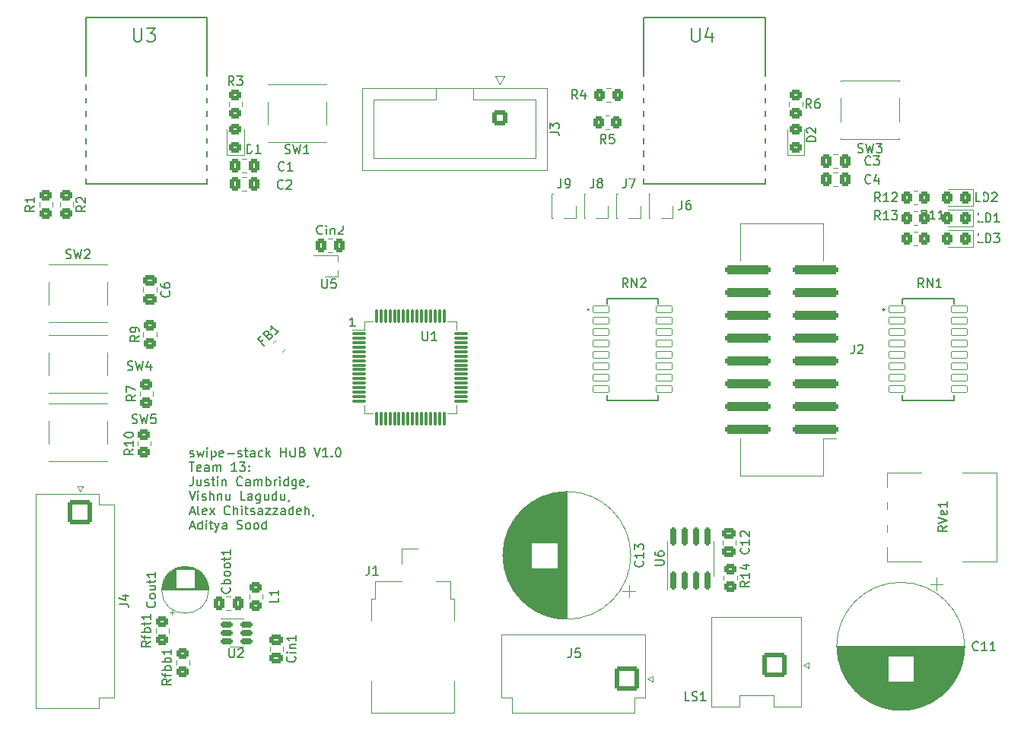
<source format=gto>
G04 #@! TF.GenerationSoftware,KiCad,Pcbnew,7.0.10*
G04 #@! TF.CreationDate,2024-03-08T11:35:51-05:00*
G04 #@! TF.ProjectId,swipe-stack-hub,73776970-652d-4737-9461-636b2d687562,rev?*
G04 #@! TF.SameCoordinates,Original*
G04 #@! TF.FileFunction,Legend,Top*
G04 #@! TF.FilePolarity,Positive*
%FSLAX46Y46*%
G04 Gerber Fmt 4.6, Leading zero omitted, Abs format (unit mm)*
G04 Created by KiCad (PCBNEW 7.0.10) date 2024-03-08 11:35:51*
%MOMM*%
%LPD*%
G01*
G04 APERTURE LIST*
G04 Aperture macros list*
%AMRoundRect*
0 Rectangle with rounded corners*
0 $1 Rounding radius*
0 $2 $3 $4 $5 $6 $7 $8 $9 X,Y pos of 4 corners*
0 Add a 4 corners polygon primitive as box body*
4,1,4,$2,$3,$4,$5,$6,$7,$8,$9,$2,$3,0*
0 Add four circle primitives for the rounded corners*
1,1,$1+$1,$2,$3*
1,1,$1+$1,$4,$5*
1,1,$1+$1,$6,$7*
1,1,$1+$1,$8,$9*
0 Add four rect primitives between the rounded corners*
20,1,$1+$1,$2,$3,$4,$5,0*
20,1,$1+$1,$4,$5,$6,$7,0*
20,1,$1+$1,$6,$7,$8,$9,0*
20,1,$1+$1,$8,$9,$2,$3,0*%
G04 Aperture macros list end*
%ADD10C,0.150000*%
%ADD11C,0.120000*%
%ADD12C,0.127000*%
%ADD13C,0.200000*%
%ADD14RoundRect,0.250000X0.325000X0.450000X-0.325000X0.450000X-0.325000X-0.450000X0.325000X-0.450000X0*%
%ADD15RoundRect,0.150000X-0.512500X-0.150000X0.512500X-0.150000X0.512500X0.150000X-0.512500X0.150000X0*%
%ADD16RoundRect,0.250000X0.450000X-0.350000X0.450000X0.350000X-0.450000X0.350000X-0.450000X-0.350000X0*%
%ADD17R,1.600000X1.600000*%
%ADD18C,1.600000*%
%ADD19RoundRect,0.250001X1.099999X1.099999X-1.099999X1.099999X-1.099999X-1.099999X1.099999X-1.099999X0*%
%ADD20C,2.700000*%
%ADD21RoundRect,0.250001X-1.099999X1.099999X-1.099999X-1.099999X1.099999X-1.099999X1.099999X1.099999X0*%
%ADD22C,1.450000*%
%ADD23C,4.000000*%
%ADD24C,1.800000*%
%ADD25RoundRect,0.250000X-0.450000X0.350000X-0.450000X-0.350000X0.450000X-0.350000X0.450000X0.350000X0*%
%ADD26C,3.000000*%
%ADD27RoundRect,0.250000X0.337500X0.475000X-0.337500X0.475000X-0.337500X-0.475000X0.337500X-0.475000X0*%
%ADD28RoundRect,0.250000X-0.337500X-0.475000X0.337500X-0.475000X0.337500X0.475000X-0.337500X0.475000X0*%
%ADD29RoundRect,0.250000X0.350000X0.450000X-0.350000X0.450000X-0.350000X-0.450000X0.350000X-0.450000X0*%
%ADD30RoundRect,0.250000X0.450000X-0.325000X0.450000X0.325000X-0.450000X0.325000X-0.450000X-0.325000X0*%
%ADD31RoundRect,0.255000X2.245000X0.255000X-2.245000X0.255000X-2.245000X-0.255000X2.245000X-0.255000X0*%
%ADD32R,1.550000X1.300000*%
%ADD33RoundRect,0.250000X-0.475000X0.337500X-0.475000X-0.337500X0.475000X-0.337500X0.475000X0.337500X0*%
%ADD34R,2.005000X0.900000*%
%ADD35R,2.005000X0.780000*%
%ADD36R,2.005000X0.955000*%
%ADD37RoundRect,0.250000X-0.600000X0.600000X-0.600000X-0.600000X0.600000X-0.600000X0.600000X0.600000X0*%
%ADD38C,1.700000*%
%ADD39R,1.700000X1.700000*%
%ADD40RoundRect,0.150000X0.150000X-0.825000X0.150000X0.825000X-0.150000X0.825000X-0.150000X-0.825000X0*%
%ADD41R,3.000000X2.290000*%
%ADD42C,2.000000*%
%ADD43R,3.300000X4.400000*%
%ADD44R,3.900000X6.200000*%
%ADD45R,2.400000X2.400000*%
%ADD46C,2.400000*%
%ADD47RoundRect,0.032160X-0.864840X-0.369840X0.864840X-0.369840X0.864840X0.369840X-0.864840X0.369840X0*%
%ADD48RoundRect,0.032160X0.864840X0.369840X-0.864840X0.369840X-0.864840X-0.369840X0.864840X-0.369840X0*%
%ADD49RoundRect,0.250000X0.088388X-0.548008X0.548008X-0.088388X-0.088388X0.548008X-0.548008X0.088388X0*%
%ADD50RoundRect,0.075000X-0.700000X-0.075000X0.700000X-0.075000X0.700000X0.075000X-0.700000X0.075000X0*%
%ADD51RoundRect,0.075000X-0.075000X-0.700000X0.075000X-0.700000X0.075000X0.700000X-0.075000X0.700000X0*%
%ADD52R,1.500000X0.450000*%
%ADD53RoundRect,0.250000X-0.350000X-0.450000X0.350000X-0.450000X0.350000X0.450000X-0.350000X0.450000X0*%
%ADD54C,0.800000*%
G04 APERTURE END LIST*
D10*
X126082588Y-114169819D02*
X125511160Y-114169819D01*
X125796874Y-114169819D02*
X125796874Y-113169819D01*
X125796874Y-113169819D02*
X125701636Y-113312676D01*
X125701636Y-113312676D02*
X125606398Y-113407914D01*
X125606398Y-113407914D02*
X125511160Y-113455533D01*
X107731160Y-128678200D02*
X107826398Y-128725819D01*
X107826398Y-128725819D02*
X108016874Y-128725819D01*
X108016874Y-128725819D02*
X108112112Y-128678200D01*
X108112112Y-128678200D02*
X108159731Y-128582961D01*
X108159731Y-128582961D02*
X108159731Y-128535342D01*
X108159731Y-128535342D02*
X108112112Y-128440104D01*
X108112112Y-128440104D02*
X108016874Y-128392485D01*
X108016874Y-128392485D02*
X107874017Y-128392485D01*
X107874017Y-128392485D02*
X107778779Y-128344866D01*
X107778779Y-128344866D02*
X107731160Y-128249628D01*
X107731160Y-128249628D02*
X107731160Y-128202009D01*
X107731160Y-128202009D02*
X107778779Y-128106771D01*
X107778779Y-128106771D02*
X107874017Y-128059152D01*
X107874017Y-128059152D02*
X108016874Y-128059152D01*
X108016874Y-128059152D02*
X108112112Y-128106771D01*
X108493065Y-128059152D02*
X108683541Y-128725819D01*
X108683541Y-128725819D02*
X108874017Y-128249628D01*
X108874017Y-128249628D02*
X109064493Y-128725819D01*
X109064493Y-128725819D02*
X109254969Y-128059152D01*
X109635922Y-128725819D02*
X109635922Y-128059152D01*
X109635922Y-127725819D02*
X109588303Y-127773438D01*
X109588303Y-127773438D02*
X109635922Y-127821057D01*
X109635922Y-127821057D02*
X109683541Y-127773438D01*
X109683541Y-127773438D02*
X109635922Y-127725819D01*
X109635922Y-127725819D02*
X109635922Y-127821057D01*
X110112112Y-128059152D02*
X110112112Y-129059152D01*
X110112112Y-128106771D02*
X110207350Y-128059152D01*
X110207350Y-128059152D02*
X110397826Y-128059152D01*
X110397826Y-128059152D02*
X110493064Y-128106771D01*
X110493064Y-128106771D02*
X110540683Y-128154390D01*
X110540683Y-128154390D02*
X110588302Y-128249628D01*
X110588302Y-128249628D02*
X110588302Y-128535342D01*
X110588302Y-128535342D02*
X110540683Y-128630580D01*
X110540683Y-128630580D02*
X110493064Y-128678200D01*
X110493064Y-128678200D02*
X110397826Y-128725819D01*
X110397826Y-128725819D02*
X110207350Y-128725819D01*
X110207350Y-128725819D02*
X110112112Y-128678200D01*
X111397826Y-128678200D02*
X111302588Y-128725819D01*
X111302588Y-128725819D02*
X111112112Y-128725819D01*
X111112112Y-128725819D02*
X111016874Y-128678200D01*
X111016874Y-128678200D02*
X110969255Y-128582961D01*
X110969255Y-128582961D02*
X110969255Y-128202009D01*
X110969255Y-128202009D02*
X111016874Y-128106771D01*
X111016874Y-128106771D02*
X111112112Y-128059152D01*
X111112112Y-128059152D02*
X111302588Y-128059152D01*
X111302588Y-128059152D02*
X111397826Y-128106771D01*
X111397826Y-128106771D02*
X111445445Y-128202009D01*
X111445445Y-128202009D02*
X111445445Y-128297247D01*
X111445445Y-128297247D02*
X110969255Y-128392485D01*
X111874017Y-128344866D02*
X112635922Y-128344866D01*
X113064493Y-128678200D02*
X113159731Y-128725819D01*
X113159731Y-128725819D02*
X113350207Y-128725819D01*
X113350207Y-128725819D02*
X113445445Y-128678200D01*
X113445445Y-128678200D02*
X113493064Y-128582961D01*
X113493064Y-128582961D02*
X113493064Y-128535342D01*
X113493064Y-128535342D02*
X113445445Y-128440104D01*
X113445445Y-128440104D02*
X113350207Y-128392485D01*
X113350207Y-128392485D02*
X113207350Y-128392485D01*
X113207350Y-128392485D02*
X113112112Y-128344866D01*
X113112112Y-128344866D02*
X113064493Y-128249628D01*
X113064493Y-128249628D02*
X113064493Y-128202009D01*
X113064493Y-128202009D02*
X113112112Y-128106771D01*
X113112112Y-128106771D02*
X113207350Y-128059152D01*
X113207350Y-128059152D02*
X113350207Y-128059152D01*
X113350207Y-128059152D02*
X113445445Y-128106771D01*
X113778779Y-128059152D02*
X114159731Y-128059152D01*
X113921636Y-127725819D02*
X113921636Y-128582961D01*
X113921636Y-128582961D02*
X113969255Y-128678200D01*
X113969255Y-128678200D02*
X114064493Y-128725819D01*
X114064493Y-128725819D02*
X114159731Y-128725819D01*
X114921636Y-128725819D02*
X114921636Y-128202009D01*
X114921636Y-128202009D02*
X114874017Y-128106771D01*
X114874017Y-128106771D02*
X114778779Y-128059152D01*
X114778779Y-128059152D02*
X114588303Y-128059152D01*
X114588303Y-128059152D02*
X114493065Y-128106771D01*
X114921636Y-128678200D02*
X114826398Y-128725819D01*
X114826398Y-128725819D02*
X114588303Y-128725819D01*
X114588303Y-128725819D02*
X114493065Y-128678200D01*
X114493065Y-128678200D02*
X114445446Y-128582961D01*
X114445446Y-128582961D02*
X114445446Y-128487723D01*
X114445446Y-128487723D02*
X114493065Y-128392485D01*
X114493065Y-128392485D02*
X114588303Y-128344866D01*
X114588303Y-128344866D02*
X114826398Y-128344866D01*
X114826398Y-128344866D02*
X114921636Y-128297247D01*
X115826398Y-128678200D02*
X115731160Y-128725819D01*
X115731160Y-128725819D02*
X115540684Y-128725819D01*
X115540684Y-128725819D02*
X115445446Y-128678200D01*
X115445446Y-128678200D02*
X115397827Y-128630580D01*
X115397827Y-128630580D02*
X115350208Y-128535342D01*
X115350208Y-128535342D02*
X115350208Y-128249628D01*
X115350208Y-128249628D02*
X115397827Y-128154390D01*
X115397827Y-128154390D02*
X115445446Y-128106771D01*
X115445446Y-128106771D02*
X115540684Y-128059152D01*
X115540684Y-128059152D02*
X115731160Y-128059152D01*
X115731160Y-128059152D02*
X115826398Y-128106771D01*
X116254970Y-128725819D02*
X116254970Y-127725819D01*
X116350208Y-128344866D02*
X116635922Y-128725819D01*
X116635922Y-128059152D02*
X116254970Y-128440104D01*
X117826399Y-128725819D02*
X117826399Y-127725819D01*
X117826399Y-128202009D02*
X118397827Y-128202009D01*
X118397827Y-128725819D02*
X118397827Y-127725819D01*
X118874018Y-127725819D02*
X118874018Y-128535342D01*
X118874018Y-128535342D02*
X118921637Y-128630580D01*
X118921637Y-128630580D02*
X118969256Y-128678200D01*
X118969256Y-128678200D02*
X119064494Y-128725819D01*
X119064494Y-128725819D02*
X119254970Y-128725819D01*
X119254970Y-128725819D02*
X119350208Y-128678200D01*
X119350208Y-128678200D02*
X119397827Y-128630580D01*
X119397827Y-128630580D02*
X119445446Y-128535342D01*
X119445446Y-128535342D02*
X119445446Y-127725819D01*
X120254970Y-128202009D02*
X120397827Y-128249628D01*
X120397827Y-128249628D02*
X120445446Y-128297247D01*
X120445446Y-128297247D02*
X120493065Y-128392485D01*
X120493065Y-128392485D02*
X120493065Y-128535342D01*
X120493065Y-128535342D02*
X120445446Y-128630580D01*
X120445446Y-128630580D02*
X120397827Y-128678200D01*
X120397827Y-128678200D02*
X120302589Y-128725819D01*
X120302589Y-128725819D02*
X119921637Y-128725819D01*
X119921637Y-128725819D02*
X119921637Y-127725819D01*
X119921637Y-127725819D02*
X120254970Y-127725819D01*
X120254970Y-127725819D02*
X120350208Y-127773438D01*
X120350208Y-127773438D02*
X120397827Y-127821057D01*
X120397827Y-127821057D02*
X120445446Y-127916295D01*
X120445446Y-127916295D02*
X120445446Y-128011533D01*
X120445446Y-128011533D02*
X120397827Y-128106771D01*
X120397827Y-128106771D02*
X120350208Y-128154390D01*
X120350208Y-128154390D02*
X120254970Y-128202009D01*
X120254970Y-128202009D02*
X119921637Y-128202009D01*
X121540685Y-127725819D02*
X121874018Y-128725819D01*
X121874018Y-128725819D02*
X122207351Y-127725819D01*
X123064494Y-128725819D02*
X122493066Y-128725819D01*
X122778780Y-128725819D02*
X122778780Y-127725819D01*
X122778780Y-127725819D02*
X122683542Y-127868676D01*
X122683542Y-127868676D02*
X122588304Y-127963914D01*
X122588304Y-127963914D02*
X122493066Y-128011533D01*
X123493066Y-128630580D02*
X123540685Y-128678200D01*
X123540685Y-128678200D02*
X123493066Y-128725819D01*
X123493066Y-128725819D02*
X123445447Y-128678200D01*
X123445447Y-128678200D02*
X123493066Y-128630580D01*
X123493066Y-128630580D02*
X123493066Y-128725819D01*
X124159732Y-127725819D02*
X124254970Y-127725819D01*
X124254970Y-127725819D02*
X124350208Y-127773438D01*
X124350208Y-127773438D02*
X124397827Y-127821057D01*
X124397827Y-127821057D02*
X124445446Y-127916295D01*
X124445446Y-127916295D02*
X124493065Y-128106771D01*
X124493065Y-128106771D02*
X124493065Y-128344866D01*
X124493065Y-128344866D02*
X124445446Y-128535342D01*
X124445446Y-128535342D02*
X124397827Y-128630580D01*
X124397827Y-128630580D02*
X124350208Y-128678200D01*
X124350208Y-128678200D02*
X124254970Y-128725819D01*
X124254970Y-128725819D02*
X124159732Y-128725819D01*
X124159732Y-128725819D02*
X124064494Y-128678200D01*
X124064494Y-128678200D02*
X124016875Y-128630580D01*
X124016875Y-128630580D02*
X123969256Y-128535342D01*
X123969256Y-128535342D02*
X123921637Y-128344866D01*
X123921637Y-128344866D02*
X123921637Y-128106771D01*
X123921637Y-128106771D02*
X123969256Y-127916295D01*
X123969256Y-127916295D02*
X124016875Y-127821057D01*
X124016875Y-127821057D02*
X124064494Y-127773438D01*
X124064494Y-127773438D02*
X124159732Y-127725819D01*
X107635922Y-129335819D02*
X108207350Y-129335819D01*
X107921636Y-130335819D02*
X107921636Y-129335819D01*
X108921636Y-130288200D02*
X108826398Y-130335819D01*
X108826398Y-130335819D02*
X108635922Y-130335819D01*
X108635922Y-130335819D02*
X108540684Y-130288200D01*
X108540684Y-130288200D02*
X108493065Y-130192961D01*
X108493065Y-130192961D02*
X108493065Y-129812009D01*
X108493065Y-129812009D02*
X108540684Y-129716771D01*
X108540684Y-129716771D02*
X108635922Y-129669152D01*
X108635922Y-129669152D02*
X108826398Y-129669152D01*
X108826398Y-129669152D02*
X108921636Y-129716771D01*
X108921636Y-129716771D02*
X108969255Y-129812009D01*
X108969255Y-129812009D02*
X108969255Y-129907247D01*
X108969255Y-129907247D02*
X108493065Y-130002485D01*
X109826398Y-130335819D02*
X109826398Y-129812009D01*
X109826398Y-129812009D02*
X109778779Y-129716771D01*
X109778779Y-129716771D02*
X109683541Y-129669152D01*
X109683541Y-129669152D02*
X109493065Y-129669152D01*
X109493065Y-129669152D02*
X109397827Y-129716771D01*
X109826398Y-130288200D02*
X109731160Y-130335819D01*
X109731160Y-130335819D02*
X109493065Y-130335819D01*
X109493065Y-130335819D02*
X109397827Y-130288200D01*
X109397827Y-130288200D02*
X109350208Y-130192961D01*
X109350208Y-130192961D02*
X109350208Y-130097723D01*
X109350208Y-130097723D02*
X109397827Y-130002485D01*
X109397827Y-130002485D02*
X109493065Y-129954866D01*
X109493065Y-129954866D02*
X109731160Y-129954866D01*
X109731160Y-129954866D02*
X109826398Y-129907247D01*
X110302589Y-130335819D02*
X110302589Y-129669152D01*
X110302589Y-129764390D02*
X110350208Y-129716771D01*
X110350208Y-129716771D02*
X110445446Y-129669152D01*
X110445446Y-129669152D02*
X110588303Y-129669152D01*
X110588303Y-129669152D02*
X110683541Y-129716771D01*
X110683541Y-129716771D02*
X110731160Y-129812009D01*
X110731160Y-129812009D02*
X110731160Y-130335819D01*
X110731160Y-129812009D02*
X110778779Y-129716771D01*
X110778779Y-129716771D02*
X110874017Y-129669152D01*
X110874017Y-129669152D02*
X111016874Y-129669152D01*
X111016874Y-129669152D02*
X111112113Y-129716771D01*
X111112113Y-129716771D02*
X111159732Y-129812009D01*
X111159732Y-129812009D02*
X111159732Y-130335819D01*
X112921636Y-130335819D02*
X112350208Y-130335819D01*
X112635922Y-130335819D02*
X112635922Y-129335819D01*
X112635922Y-129335819D02*
X112540684Y-129478676D01*
X112540684Y-129478676D02*
X112445446Y-129573914D01*
X112445446Y-129573914D02*
X112350208Y-129621533D01*
X113254970Y-129335819D02*
X113874017Y-129335819D01*
X113874017Y-129335819D02*
X113540684Y-129716771D01*
X113540684Y-129716771D02*
X113683541Y-129716771D01*
X113683541Y-129716771D02*
X113778779Y-129764390D01*
X113778779Y-129764390D02*
X113826398Y-129812009D01*
X113826398Y-129812009D02*
X113874017Y-129907247D01*
X113874017Y-129907247D02*
X113874017Y-130145342D01*
X113874017Y-130145342D02*
X113826398Y-130240580D01*
X113826398Y-130240580D02*
X113778779Y-130288200D01*
X113778779Y-130288200D02*
X113683541Y-130335819D01*
X113683541Y-130335819D02*
X113397827Y-130335819D01*
X113397827Y-130335819D02*
X113302589Y-130288200D01*
X113302589Y-130288200D02*
X113254970Y-130240580D01*
X114302589Y-130240580D02*
X114350208Y-130288200D01*
X114350208Y-130288200D02*
X114302589Y-130335819D01*
X114302589Y-130335819D02*
X114254970Y-130288200D01*
X114254970Y-130288200D02*
X114302589Y-130240580D01*
X114302589Y-130240580D02*
X114302589Y-130335819D01*
X114302589Y-129716771D02*
X114350208Y-129764390D01*
X114350208Y-129764390D02*
X114302589Y-129812009D01*
X114302589Y-129812009D02*
X114254970Y-129764390D01*
X114254970Y-129764390D02*
X114302589Y-129716771D01*
X114302589Y-129716771D02*
X114302589Y-129812009D01*
X108064493Y-130945819D02*
X108064493Y-131660104D01*
X108064493Y-131660104D02*
X108016874Y-131802961D01*
X108016874Y-131802961D02*
X107921636Y-131898200D01*
X107921636Y-131898200D02*
X107778779Y-131945819D01*
X107778779Y-131945819D02*
X107683541Y-131945819D01*
X108969255Y-131279152D02*
X108969255Y-131945819D01*
X108540684Y-131279152D02*
X108540684Y-131802961D01*
X108540684Y-131802961D02*
X108588303Y-131898200D01*
X108588303Y-131898200D02*
X108683541Y-131945819D01*
X108683541Y-131945819D02*
X108826398Y-131945819D01*
X108826398Y-131945819D02*
X108921636Y-131898200D01*
X108921636Y-131898200D02*
X108969255Y-131850580D01*
X109397827Y-131898200D02*
X109493065Y-131945819D01*
X109493065Y-131945819D02*
X109683541Y-131945819D01*
X109683541Y-131945819D02*
X109778779Y-131898200D01*
X109778779Y-131898200D02*
X109826398Y-131802961D01*
X109826398Y-131802961D02*
X109826398Y-131755342D01*
X109826398Y-131755342D02*
X109778779Y-131660104D01*
X109778779Y-131660104D02*
X109683541Y-131612485D01*
X109683541Y-131612485D02*
X109540684Y-131612485D01*
X109540684Y-131612485D02*
X109445446Y-131564866D01*
X109445446Y-131564866D02*
X109397827Y-131469628D01*
X109397827Y-131469628D02*
X109397827Y-131422009D01*
X109397827Y-131422009D02*
X109445446Y-131326771D01*
X109445446Y-131326771D02*
X109540684Y-131279152D01*
X109540684Y-131279152D02*
X109683541Y-131279152D01*
X109683541Y-131279152D02*
X109778779Y-131326771D01*
X110112113Y-131279152D02*
X110493065Y-131279152D01*
X110254970Y-130945819D02*
X110254970Y-131802961D01*
X110254970Y-131802961D02*
X110302589Y-131898200D01*
X110302589Y-131898200D02*
X110397827Y-131945819D01*
X110397827Y-131945819D02*
X110493065Y-131945819D01*
X110826399Y-131945819D02*
X110826399Y-131279152D01*
X110826399Y-130945819D02*
X110778780Y-130993438D01*
X110778780Y-130993438D02*
X110826399Y-131041057D01*
X110826399Y-131041057D02*
X110874018Y-130993438D01*
X110874018Y-130993438D02*
X110826399Y-130945819D01*
X110826399Y-130945819D02*
X110826399Y-131041057D01*
X111302589Y-131279152D02*
X111302589Y-131945819D01*
X111302589Y-131374390D02*
X111350208Y-131326771D01*
X111350208Y-131326771D02*
X111445446Y-131279152D01*
X111445446Y-131279152D02*
X111588303Y-131279152D01*
X111588303Y-131279152D02*
X111683541Y-131326771D01*
X111683541Y-131326771D02*
X111731160Y-131422009D01*
X111731160Y-131422009D02*
X111731160Y-131945819D01*
X113540684Y-131850580D02*
X113493065Y-131898200D01*
X113493065Y-131898200D02*
X113350208Y-131945819D01*
X113350208Y-131945819D02*
X113254970Y-131945819D01*
X113254970Y-131945819D02*
X113112113Y-131898200D01*
X113112113Y-131898200D02*
X113016875Y-131802961D01*
X113016875Y-131802961D02*
X112969256Y-131707723D01*
X112969256Y-131707723D02*
X112921637Y-131517247D01*
X112921637Y-131517247D02*
X112921637Y-131374390D01*
X112921637Y-131374390D02*
X112969256Y-131183914D01*
X112969256Y-131183914D02*
X113016875Y-131088676D01*
X113016875Y-131088676D02*
X113112113Y-130993438D01*
X113112113Y-130993438D02*
X113254970Y-130945819D01*
X113254970Y-130945819D02*
X113350208Y-130945819D01*
X113350208Y-130945819D02*
X113493065Y-130993438D01*
X113493065Y-130993438D02*
X113540684Y-131041057D01*
X114397827Y-131945819D02*
X114397827Y-131422009D01*
X114397827Y-131422009D02*
X114350208Y-131326771D01*
X114350208Y-131326771D02*
X114254970Y-131279152D01*
X114254970Y-131279152D02*
X114064494Y-131279152D01*
X114064494Y-131279152D02*
X113969256Y-131326771D01*
X114397827Y-131898200D02*
X114302589Y-131945819D01*
X114302589Y-131945819D02*
X114064494Y-131945819D01*
X114064494Y-131945819D02*
X113969256Y-131898200D01*
X113969256Y-131898200D02*
X113921637Y-131802961D01*
X113921637Y-131802961D02*
X113921637Y-131707723D01*
X113921637Y-131707723D02*
X113969256Y-131612485D01*
X113969256Y-131612485D02*
X114064494Y-131564866D01*
X114064494Y-131564866D02*
X114302589Y-131564866D01*
X114302589Y-131564866D02*
X114397827Y-131517247D01*
X114874018Y-131945819D02*
X114874018Y-131279152D01*
X114874018Y-131374390D02*
X114921637Y-131326771D01*
X114921637Y-131326771D02*
X115016875Y-131279152D01*
X115016875Y-131279152D02*
X115159732Y-131279152D01*
X115159732Y-131279152D02*
X115254970Y-131326771D01*
X115254970Y-131326771D02*
X115302589Y-131422009D01*
X115302589Y-131422009D02*
X115302589Y-131945819D01*
X115302589Y-131422009D02*
X115350208Y-131326771D01*
X115350208Y-131326771D02*
X115445446Y-131279152D01*
X115445446Y-131279152D02*
X115588303Y-131279152D01*
X115588303Y-131279152D02*
X115683542Y-131326771D01*
X115683542Y-131326771D02*
X115731161Y-131422009D01*
X115731161Y-131422009D02*
X115731161Y-131945819D01*
X116207351Y-131945819D02*
X116207351Y-130945819D01*
X116207351Y-131326771D02*
X116302589Y-131279152D01*
X116302589Y-131279152D02*
X116493065Y-131279152D01*
X116493065Y-131279152D02*
X116588303Y-131326771D01*
X116588303Y-131326771D02*
X116635922Y-131374390D01*
X116635922Y-131374390D02*
X116683541Y-131469628D01*
X116683541Y-131469628D02*
X116683541Y-131755342D01*
X116683541Y-131755342D02*
X116635922Y-131850580D01*
X116635922Y-131850580D02*
X116588303Y-131898200D01*
X116588303Y-131898200D02*
X116493065Y-131945819D01*
X116493065Y-131945819D02*
X116302589Y-131945819D01*
X116302589Y-131945819D02*
X116207351Y-131898200D01*
X117112113Y-131945819D02*
X117112113Y-131279152D01*
X117112113Y-131469628D02*
X117159732Y-131374390D01*
X117159732Y-131374390D02*
X117207351Y-131326771D01*
X117207351Y-131326771D02*
X117302589Y-131279152D01*
X117302589Y-131279152D02*
X117397827Y-131279152D01*
X117731161Y-131945819D02*
X117731161Y-131279152D01*
X117731161Y-130945819D02*
X117683542Y-130993438D01*
X117683542Y-130993438D02*
X117731161Y-131041057D01*
X117731161Y-131041057D02*
X117778780Y-130993438D01*
X117778780Y-130993438D02*
X117731161Y-130945819D01*
X117731161Y-130945819D02*
X117731161Y-131041057D01*
X118635922Y-131945819D02*
X118635922Y-130945819D01*
X118635922Y-131898200D02*
X118540684Y-131945819D01*
X118540684Y-131945819D02*
X118350208Y-131945819D01*
X118350208Y-131945819D02*
X118254970Y-131898200D01*
X118254970Y-131898200D02*
X118207351Y-131850580D01*
X118207351Y-131850580D02*
X118159732Y-131755342D01*
X118159732Y-131755342D02*
X118159732Y-131469628D01*
X118159732Y-131469628D02*
X118207351Y-131374390D01*
X118207351Y-131374390D02*
X118254970Y-131326771D01*
X118254970Y-131326771D02*
X118350208Y-131279152D01*
X118350208Y-131279152D02*
X118540684Y-131279152D01*
X118540684Y-131279152D02*
X118635922Y-131326771D01*
X119540684Y-131279152D02*
X119540684Y-132088676D01*
X119540684Y-132088676D02*
X119493065Y-132183914D01*
X119493065Y-132183914D02*
X119445446Y-132231533D01*
X119445446Y-132231533D02*
X119350208Y-132279152D01*
X119350208Y-132279152D02*
X119207351Y-132279152D01*
X119207351Y-132279152D02*
X119112113Y-132231533D01*
X119540684Y-131898200D02*
X119445446Y-131945819D01*
X119445446Y-131945819D02*
X119254970Y-131945819D01*
X119254970Y-131945819D02*
X119159732Y-131898200D01*
X119159732Y-131898200D02*
X119112113Y-131850580D01*
X119112113Y-131850580D02*
X119064494Y-131755342D01*
X119064494Y-131755342D02*
X119064494Y-131469628D01*
X119064494Y-131469628D02*
X119112113Y-131374390D01*
X119112113Y-131374390D02*
X119159732Y-131326771D01*
X119159732Y-131326771D02*
X119254970Y-131279152D01*
X119254970Y-131279152D02*
X119445446Y-131279152D01*
X119445446Y-131279152D02*
X119540684Y-131326771D01*
X120397827Y-131898200D02*
X120302589Y-131945819D01*
X120302589Y-131945819D02*
X120112113Y-131945819D01*
X120112113Y-131945819D02*
X120016875Y-131898200D01*
X120016875Y-131898200D02*
X119969256Y-131802961D01*
X119969256Y-131802961D02*
X119969256Y-131422009D01*
X119969256Y-131422009D02*
X120016875Y-131326771D01*
X120016875Y-131326771D02*
X120112113Y-131279152D01*
X120112113Y-131279152D02*
X120302589Y-131279152D01*
X120302589Y-131279152D02*
X120397827Y-131326771D01*
X120397827Y-131326771D02*
X120445446Y-131422009D01*
X120445446Y-131422009D02*
X120445446Y-131517247D01*
X120445446Y-131517247D02*
X119969256Y-131612485D01*
X120921637Y-131898200D02*
X120921637Y-131945819D01*
X120921637Y-131945819D02*
X120874018Y-132041057D01*
X120874018Y-132041057D02*
X120826399Y-132088676D01*
X107635922Y-132555819D02*
X107969255Y-133555819D01*
X107969255Y-133555819D02*
X108302588Y-132555819D01*
X108635922Y-133555819D02*
X108635922Y-132889152D01*
X108635922Y-132555819D02*
X108588303Y-132603438D01*
X108588303Y-132603438D02*
X108635922Y-132651057D01*
X108635922Y-132651057D02*
X108683541Y-132603438D01*
X108683541Y-132603438D02*
X108635922Y-132555819D01*
X108635922Y-132555819D02*
X108635922Y-132651057D01*
X109064493Y-133508200D02*
X109159731Y-133555819D01*
X109159731Y-133555819D02*
X109350207Y-133555819D01*
X109350207Y-133555819D02*
X109445445Y-133508200D01*
X109445445Y-133508200D02*
X109493064Y-133412961D01*
X109493064Y-133412961D02*
X109493064Y-133365342D01*
X109493064Y-133365342D02*
X109445445Y-133270104D01*
X109445445Y-133270104D02*
X109350207Y-133222485D01*
X109350207Y-133222485D02*
X109207350Y-133222485D01*
X109207350Y-133222485D02*
X109112112Y-133174866D01*
X109112112Y-133174866D02*
X109064493Y-133079628D01*
X109064493Y-133079628D02*
X109064493Y-133032009D01*
X109064493Y-133032009D02*
X109112112Y-132936771D01*
X109112112Y-132936771D02*
X109207350Y-132889152D01*
X109207350Y-132889152D02*
X109350207Y-132889152D01*
X109350207Y-132889152D02*
X109445445Y-132936771D01*
X109921636Y-133555819D02*
X109921636Y-132555819D01*
X110350207Y-133555819D02*
X110350207Y-133032009D01*
X110350207Y-133032009D02*
X110302588Y-132936771D01*
X110302588Y-132936771D02*
X110207350Y-132889152D01*
X110207350Y-132889152D02*
X110064493Y-132889152D01*
X110064493Y-132889152D02*
X109969255Y-132936771D01*
X109969255Y-132936771D02*
X109921636Y-132984390D01*
X110826398Y-132889152D02*
X110826398Y-133555819D01*
X110826398Y-132984390D02*
X110874017Y-132936771D01*
X110874017Y-132936771D02*
X110969255Y-132889152D01*
X110969255Y-132889152D02*
X111112112Y-132889152D01*
X111112112Y-132889152D02*
X111207350Y-132936771D01*
X111207350Y-132936771D02*
X111254969Y-133032009D01*
X111254969Y-133032009D02*
X111254969Y-133555819D01*
X112159731Y-132889152D02*
X112159731Y-133555819D01*
X111731160Y-132889152D02*
X111731160Y-133412961D01*
X111731160Y-133412961D02*
X111778779Y-133508200D01*
X111778779Y-133508200D02*
X111874017Y-133555819D01*
X111874017Y-133555819D02*
X112016874Y-133555819D01*
X112016874Y-133555819D02*
X112112112Y-133508200D01*
X112112112Y-133508200D02*
X112159731Y-133460580D01*
X113874017Y-133555819D02*
X113397827Y-133555819D01*
X113397827Y-133555819D02*
X113397827Y-132555819D01*
X114635922Y-133555819D02*
X114635922Y-133032009D01*
X114635922Y-133032009D02*
X114588303Y-132936771D01*
X114588303Y-132936771D02*
X114493065Y-132889152D01*
X114493065Y-132889152D02*
X114302589Y-132889152D01*
X114302589Y-132889152D02*
X114207351Y-132936771D01*
X114635922Y-133508200D02*
X114540684Y-133555819D01*
X114540684Y-133555819D02*
X114302589Y-133555819D01*
X114302589Y-133555819D02*
X114207351Y-133508200D01*
X114207351Y-133508200D02*
X114159732Y-133412961D01*
X114159732Y-133412961D02*
X114159732Y-133317723D01*
X114159732Y-133317723D02*
X114207351Y-133222485D01*
X114207351Y-133222485D02*
X114302589Y-133174866D01*
X114302589Y-133174866D02*
X114540684Y-133174866D01*
X114540684Y-133174866D02*
X114635922Y-133127247D01*
X115540684Y-132889152D02*
X115540684Y-133698676D01*
X115540684Y-133698676D02*
X115493065Y-133793914D01*
X115493065Y-133793914D02*
X115445446Y-133841533D01*
X115445446Y-133841533D02*
X115350208Y-133889152D01*
X115350208Y-133889152D02*
X115207351Y-133889152D01*
X115207351Y-133889152D02*
X115112113Y-133841533D01*
X115540684Y-133508200D02*
X115445446Y-133555819D01*
X115445446Y-133555819D02*
X115254970Y-133555819D01*
X115254970Y-133555819D02*
X115159732Y-133508200D01*
X115159732Y-133508200D02*
X115112113Y-133460580D01*
X115112113Y-133460580D02*
X115064494Y-133365342D01*
X115064494Y-133365342D02*
X115064494Y-133079628D01*
X115064494Y-133079628D02*
X115112113Y-132984390D01*
X115112113Y-132984390D02*
X115159732Y-132936771D01*
X115159732Y-132936771D02*
X115254970Y-132889152D01*
X115254970Y-132889152D02*
X115445446Y-132889152D01*
X115445446Y-132889152D02*
X115540684Y-132936771D01*
X116445446Y-132889152D02*
X116445446Y-133555819D01*
X116016875Y-132889152D02*
X116016875Y-133412961D01*
X116016875Y-133412961D02*
X116064494Y-133508200D01*
X116064494Y-133508200D02*
X116159732Y-133555819D01*
X116159732Y-133555819D02*
X116302589Y-133555819D01*
X116302589Y-133555819D02*
X116397827Y-133508200D01*
X116397827Y-133508200D02*
X116445446Y-133460580D01*
X117350208Y-133555819D02*
X117350208Y-132555819D01*
X117350208Y-133508200D02*
X117254970Y-133555819D01*
X117254970Y-133555819D02*
X117064494Y-133555819D01*
X117064494Y-133555819D02*
X116969256Y-133508200D01*
X116969256Y-133508200D02*
X116921637Y-133460580D01*
X116921637Y-133460580D02*
X116874018Y-133365342D01*
X116874018Y-133365342D02*
X116874018Y-133079628D01*
X116874018Y-133079628D02*
X116921637Y-132984390D01*
X116921637Y-132984390D02*
X116969256Y-132936771D01*
X116969256Y-132936771D02*
X117064494Y-132889152D01*
X117064494Y-132889152D02*
X117254970Y-132889152D01*
X117254970Y-132889152D02*
X117350208Y-132936771D01*
X118254970Y-132889152D02*
X118254970Y-133555819D01*
X117826399Y-132889152D02*
X117826399Y-133412961D01*
X117826399Y-133412961D02*
X117874018Y-133508200D01*
X117874018Y-133508200D02*
X117969256Y-133555819D01*
X117969256Y-133555819D02*
X118112113Y-133555819D01*
X118112113Y-133555819D02*
X118207351Y-133508200D01*
X118207351Y-133508200D02*
X118254970Y-133460580D01*
X118778780Y-133508200D02*
X118778780Y-133555819D01*
X118778780Y-133555819D02*
X118731161Y-133651057D01*
X118731161Y-133651057D02*
X118683542Y-133698676D01*
X107731160Y-134880104D02*
X108207350Y-134880104D01*
X107635922Y-135165819D02*
X107969255Y-134165819D01*
X107969255Y-134165819D02*
X108302588Y-135165819D01*
X108778779Y-135165819D02*
X108683541Y-135118200D01*
X108683541Y-135118200D02*
X108635922Y-135022961D01*
X108635922Y-135022961D02*
X108635922Y-134165819D01*
X109540684Y-135118200D02*
X109445446Y-135165819D01*
X109445446Y-135165819D02*
X109254970Y-135165819D01*
X109254970Y-135165819D02*
X109159732Y-135118200D01*
X109159732Y-135118200D02*
X109112113Y-135022961D01*
X109112113Y-135022961D02*
X109112113Y-134642009D01*
X109112113Y-134642009D02*
X109159732Y-134546771D01*
X109159732Y-134546771D02*
X109254970Y-134499152D01*
X109254970Y-134499152D02*
X109445446Y-134499152D01*
X109445446Y-134499152D02*
X109540684Y-134546771D01*
X109540684Y-134546771D02*
X109588303Y-134642009D01*
X109588303Y-134642009D02*
X109588303Y-134737247D01*
X109588303Y-134737247D02*
X109112113Y-134832485D01*
X109921637Y-135165819D02*
X110445446Y-134499152D01*
X109921637Y-134499152D02*
X110445446Y-135165819D01*
X112159732Y-135070580D02*
X112112113Y-135118200D01*
X112112113Y-135118200D02*
X111969256Y-135165819D01*
X111969256Y-135165819D02*
X111874018Y-135165819D01*
X111874018Y-135165819D02*
X111731161Y-135118200D01*
X111731161Y-135118200D02*
X111635923Y-135022961D01*
X111635923Y-135022961D02*
X111588304Y-134927723D01*
X111588304Y-134927723D02*
X111540685Y-134737247D01*
X111540685Y-134737247D02*
X111540685Y-134594390D01*
X111540685Y-134594390D02*
X111588304Y-134403914D01*
X111588304Y-134403914D02*
X111635923Y-134308676D01*
X111635923Y-134308676D02*
X111731161Y-134213438D01*
X111731161Y-134213438D02*
X111874018Y-134165819D01*
X111874018Y-134165819D02*
X111969256Y-134165819D01*
X111969256Y-134165819D02*
X112112113Y-134213438D01*
X112112113Y-134213438D02*
X112159732Y-134261057D01*
X112588304Y-135165819D02*
X112588304Y-134165819D01*
X113016875Y-135165819D02*
X113016875Y-134642009D01*
X113016875Y-134642009D02*
X112969256Y-134546771D01*
X112969256Y-134546771D02*
X112874018Y-134499152D01*
X112874018Y-134499152D02*
X112731161Y-134499152D01*
X112731161Y-134499152D02*
X112635923Y-134546771D01*
X112635923Y-134546771D02*
X112588304Y-134594390D01*
X113493066Y-135165819D02*
X113493066Y-134499152D01*
X113493066Y-134165819D02*
X113445447Y-134213438D01*
X113445447Y-134213438D02*
X113493066Y-134261057D01*
X113493066Y-134261057D02*
X113540685Y-134213438D01*
X113540685Y-134213438D02*
X113493066Y-134165819D01*
X113493066Y-134165819D02*
X113493066Y-134261057D01*
X113826399Y-134499152D02*
X114207351Y-134499152D01*
X113969256Y-134165819D02*
X113969256Y-135022961D01*
X113969256Y-135022961D02*
X114016875Y-135118200D01*
X114016875Y-135118200D02*
X114112113Y-135165819D01*
X114112113Y-135165819D02*
X114207351Y-135165819D01*
X114493066Y-135118200D02*
X114588304Y-135165819D01*
X114588304Y-135165819D02*
X114778780Y-135165819D01*
X114778780Y-135165819D02*
X114874018Y-135118200D01*
X114874018Y-135118200D02*
X114921637Y-135022961D01*
X114921637Y-135022961D02*
X114921637Y-134975342D01*
X114921637Y-134975342D02*
X114874018Y-134880104D01*
X114874018Y-134880104D02*
X114778780Y-134832485D01*
X114778780Y-134832485D02*
X114635923Y-134832485D01*
X114635923Y-134832485D02*
X114540685Y-134784866D01*
X114540685Y-134784866D02*
X114493066Y-134689628D01*
X114493066Y-134689628D02*
X114493066Y-134642009D01*
X114493066Y-134642009D02*
X114540685Y-134546771D01*
X114540685Y-134546771D02*
X114635923Y-134499152D01*
X114635923Y-134499152D02*
X114778780Y-134499152D01*
X114778780Y-134499152D02*
X114874018Y-134546771D01*
X115778780Y-135165819D02*
X115778780Y-134642009D01*
X115778780Y-134642009D02*
X115731161Y-134546771D01*
X115731161Y-134546771D02*
X115635923Y-134499152D01*
X115635923Y-134499152D02*
X115445447Y-134499152D01*
X115445447Y-134499152D02*
X115350209Y-134546771D01*
X115778780Y-135118200D02*
X115683542Y-135165819D01*
X115683542Y-135165819D02*
X115445447Y-135165819D01*
X115445447Y-135165819D02*
X115350209Y-135118200D01*
X115350209Y-135118200D02*
X115302590Y-135022961D01*
X115302590Y-135022961D02*
X115302590Y-134927723D01*
X115302590Y-134927723D02*
X115350209Y-134832485D01*
X115350209Y-134832485D02*
X115445447Y-134784866D01*
X115445447Y-134784866D02*
X115683542Y-134784866D01*
X115683542Y-134784866D02*
X115778780Y-134737247D01*
X116159733Y-134499152D02*
X116683542Y-134499152D01*
X116683542Y-134499152D02*
X116159733Y-135165819D01*
X116159733Y-135165819D02*
X116683542Y-135165819D01*
X116969257Y-134499152D02*
X117493066Y-134499152D01*
X117493066Y-134499152D02*
X116969257Y-135165819D01*
X116969257Y-135165819D02*
X117493066Y-135165819D01*
X118302590Y-135165819D02*
X118302590Y-134642009D01*
X118302590Y-134642009D02*
X118254971Y-134546771D01*
X118254971Y-134546771D02*
X118159733Y-134499152D01*
X118159733Y-134499152D02*
X117969257Y-134499152D01*
X117969257Y-134499152D02*
X117874019Y-134546771D01*
X118302590Y-135118200D02*
X118207352Y-135165819D01*
X118207352Y-135165819D02*
X117969257Y-135165819D01*
X117969257Y-135165819D02*
X117874019Y-135118200D01*
X117874019Y-135118200D02*
X117826400Y-135022961D01*
X117826400Y-135022961D02*
X117826400Y-134927723D01*
X117826400Y-134927723D02*
X117874019Y-134832485D01*
X117874019Y-134832485D02*
X117969257Y-134784866D01*
X117969257Y-134784866D02*
X118207352Y-134784866D01*
X118207352Y-134784866D02*
X118302590Y-134737247D01*
X119207352Y-135165819D02*
X119207352Y-134165819D01*
X119207352Y-135118200D02*
X119112114Y-135165819D01*
X119112114Y-135165819D02*
X118921638Y-135165819D01*
X118921638Y-135165819D02*
X118826400Y-135118200D01*
X118826400Y-135118200D02*
X118778781Y-135070580D01*
X118778781Y-135070580D02*
X118731162Y-134975342D01*
X118731162Y-134975342D02*
X118731162Y-134689628D01*
X118731162Y-134689628D02*
X118778781Y-134594390D01*
X118778781Y-134594390D02*
X118826400Y-134546771D01*
X118826400Y-134546771D02*
X118921638Y-134499152D01*
X118921638Y-134499152D02*
X119112114Y-134499152D01*
X119112114Y-134499152D02*
X119207352Y-134546771D01*
X120064495Y-135118200D02*
X119969257Y-135165819D01*
X119969257Y-135165819D02*
X119778781Y-135165819D01*
X119778781Y-135165819D02*
X119683543Y-135118200D01*
X119683543Y-135118200D02*
X119635924Y-135022961D01*
X119635924Y-135022961D02*
X119635924Y-134642009D01*
X119635924Y-134642009D02*
X119683543Y-134546771D01*
X119683543Y-134546771D02*
X119778781Y-134499152D01*
X119778781Y-134499152D02*
X119969257Y-134499152D01*
X119969257Y-134499152D02*
X120064495Y-134546771D01*
X120064495Y-134546771D02*
X120112114Y-134642009D01*
X120112114Y-134642009D02*
X120112114Y-134737247D01*
X120112114Y-134737247D02*
X119635924Y-134832485D01*
X120540686Y-135165819D02*
X120540686Y-134165819D01*
X120969257Y-135165819D02*
X120969257Y-134642009D01*
X120969257Y-134642009D02*
X120921638Y-134546771D01*
X120921638Y-134546771D02*
X120826400Y-134499152D01*
X120826400Y-134499152D02*
X120683543Y-134499152D01*
X120683543Y-134499152D02*
X120588305Y-134546771D01*
X120588305Y-134546771D02*
X120540686Y-134594390D01*
X121493067Y-135118200D02*
X121493067Y-135165819D01*
X121493067Y-135165819D02*
X121445448Y-135261057D01*
X121445448Y-135261057D02*
X121397829Y-135308676D01*
X107731160Y-136490104D02*
X108207350Y-136490104D01*
X107635922Y-136775819D02*
X107969255Y-135775819D01*
X107969255Y-135775819D02*
X108302588Y-136775819D01*
X109064493Y-136775819D02*
X109064493Y-135775819D01*
X109064493Y-136728200D02*
X108969255Y-136775819D01*
X108969255Y-136775819D02*
X108778779Y-136775819D01*
X108778779Y-136775819D02*
X108683541Y-136728200D01*
X108683541Y-136728200D02*
X108635922Y-136680580D01*
X108635922Y-136680580D02*
X108588303Y-136585342D01*
X108588303Y-136585342D02*
X108588303Y-136299628D01*
X108588303Y-136299628D02*
X108635922Y-136204390D01*
X108635922Y-136204390D02*
X108683541Y-136156771D01*
X108683541Y-136156771D02*
X108778779Y-136109152D01*
X108778779Y-136109152D02*
X108969255Y-136109152D01*
X108969255Y-136109152D02*
X109064493Y-136156771D01*
X109540684Y-136775819D02*
X109540684Y-136109152D01*
X109540684Y-135775819D02*
X109493065Y-135823438D01*
X109493065Y-135823438D02*
X109540684Y-135871057D01*
X109540684Y-135871057D02*
X109588303Y-135823438D01*
X109588303Y-135823438D02*
X109540684Y-135775819D01*
X109540684Y-135775819D02*
X109540684Y-135871057D01*
X109874017Y-136109152D02*
X110254969Y-136109152D01*
X110016874Y-135775819D02*
X110016874Y-136632961D01*
X110016874Y-136632961D02*
X110064493Y-136728200D01*
X110064493Y-136728200D02*
X110159731Y-136775819D01*
X110159731Y-136775819D02*
X110254969Y-136775819D01*
X110493065Y-136109152D02*
X110731160Y-136775819D01*
X110969255Y-136109152D02*
X110731160Y-136775819D01*
X110731160Y-136775819D02*
X110635922Y-137013914D01*
X110635922Y-137013914D02*
X110588303Y-137061533D01*
X110588303Y-137061533D02*
X110493065Y-137109152D01*
X111778779Y-136775819D02*
X111778779Y-136252009D01*
X111778779Y-136252009D02*
X111731160Y-136156771D01*
X111731160Y-136156771D02*
X111635922Y-136109152D01*
X111635922Y-136109152D02*
X111445446Y-136109152D01*
X111445446Y-136109152D02*
X111350208Y-136156771D01*
X111778779Y-136728200D02*
X111683541Y-136775819D01*
X111683541Y-136775819D02*
X111445446Y-136775819D01*
X111445446Y-136775819D02*
X111350208Y-136728200D01*
X111350208Y-136728200D02*
X111302589Y-136632961D01*
X111302589Y-136632961D02*
X111302589Y-136537723D01*
X111302589Y-136537723D02*
X111350208Y-136442485D01*
X111350208Y-136442485D02*
X111445446Y-136394866D01*
X111445446Y-136394866D02*
X111683541Y-136394866D01*
X111683541Y-136394866D02*
X111778779Y-136347247D01*
X112969256Y-136728200D02*
X113112113Y-136775819D01*
X113112113Y-136775819D02*
X113350208Y-136775819D01*
X113350208Y-136775819D02*
X113445446Y-136728200D01*
X113445446Y-136728200D02*
X113493065Y-136680580D01*
X113493065Y-136680580D02*
X113540684Y-136585342D01*
X113540684Y-136585342D02*
X113540684Y-136490104D01*
X113540684Y-136490104D02*
X113493065Y-136394866D01*
X113493065Y-136394866D02*
X113445446Y-136347247D01*
X113445446Y-136347247D02*
X113350208Y-136299628D01*
X113350208Y-136299628D02*
X113159732Y-136252009D01*
X113159732Y-136252009D02*
X113064494Y-136204390D01*
X113064494Y-136204390D02*
X113016875Y-136156771D01*
X113016875Y-136156771D02*
X112969256Y-136061533D01*
X112969256Y-136061533D02*
X112969256Y-135966295D01*
X112969256Y-135966295D02*
X113016875Y-135871057D01*
X113016875Y-135871057D02*
X113064494Y-135823438D01*
X113064494Y-135823438D02*
X113159732Y-135775819D01*
X113159732Y-135775819D02*
X113397827Y-135775819D01*
X113397827Y-135775819D02*
X113540684Y-135823438D01*
X114112113Y-136775819D02*
X114016875Y-136728200D01*
X114016875Y-136728200D02*
X113969256Y-136680580D01*
X113969256Y-136680580D02*
X113921637Y-136585342D01*
X113921637Y-136585342D02*
X113921637Y-136299628D01*
X113921637Y-136299628D02*
X113969256Y-136204390D01*
X113969256Y-136204390D02*
X114016875Y-136156771D01*
X114016875Y-136156771D02*
X114112113Y-136109152D01*
X114112113Y-136109152D02*
X114254970Y-136109152D01*
X114254970Y-136109152D02*
X114350208Y-136156771D01*
X114350208Y-136156771D02*
X114397827Y-136204390D01*
X114397827Y-136204390D02*
X114445446Y-136299628D01*
X114445446Y-136299628D02*
X114445446Y-136585342D01*
X114445446Y-136585342D02*
X114397827Y-136680580D01*
X114397827Y-136680580D02*
X114350208Y-136728200D01*
X114350208Y-136728200D02*
X114254970Y-136775819D01*
X114254970Y-136775819D02*
X114112113Y-136775819D01*
X115016875Y-136775819D02*
X114921637Y-136728200D01*
X114921637Y-136728200D02*
X114874018Y-136680580D01*
X114874018Y-136680580D02*
X114826399Y-136585342D01*
X114826399Y-136585342D02*
X114826399Y-136299628D01*
X114826399Y-136299628D02*
X114874018Y-136204390D01*
X114874018Y-136204390D02*
X114921637Y-136156771D01*
X114921637Y-136156771D02*
X115016875Y-136109152D01*
X115016875Y-136109152D02*
X115159732Y-136109152D01*
X115159732Y-136109152D02*
X115254970Y-136156771D01*
X115254970Y-136156771D02*
X115302589Y-136204390D01*
X115302589Y-136204390D02*
X115350208Y-136299628D01*
X115350208Y-136299628D02*
X115350208Y-136585342D01*
X115350208Y-136585342D02*
X115302589Y-136680580D01*
X115302589Y-136680580D02*
X115254970Y-136728200D01*
X115254970Y-136728200D02*
X115159732Y-136775819D01*
X115159732Y-136775819D02*
X115016875Y-136775819D01*
X116207351Y-136775819D02*
X116207351Y-135775819D01*
X116207351Y-136728200D02*
X116112113Y-136775819D01*
X116112113Y-136775819D02*
X115921637Y-136775819D01*
X115921637Y-136775819D02*
X115826399Y-136728200D01*
X115826399Y-136728200D02*
X115778780Y-136680580D01*
X115778780Y-136680580D02*
X115731161Y-136585342D01*
X115731161Y-136585342D02*
X115731161Y-136299628D01*
X115731161Y-136299628D02*
X115778780Y-136204390D01*
X115778780Y-136204390D02*
X115826399Y-136156771D01*
X115826399Y-136156771D02*
X115921637Y-136109152D01*
X115921637Y-136109152D02*
X116112113Y-136109152D01*
X116112113Y-136109152D02*
X116207351Y-136156771D01*
X195938333Y-104848819D02*
X195462143Y-104848819D01*
X195462143Y-104848819D02*
X195462143Y-103848819D01*
X196271667Y-104848819D02*
X196271667Y-103848819D01*
X196271667Y-103848819D02*
X196509762Y-103848819D01*
X196509762Y-103848819D02*
X196652619Y-103896438D01*
X196652619Y-103896438D02*
X196747857Y-103991676D01*
X196747857Y-103991676D02*
X196795476Y-104086914D01*
X196795476Y-104086914D02*
X196843095Y-104277390D01*
X196843095Y-104277390D02*
X196843095Y-104420247D01*
X196843095Y-104420247D02*
X196795476Y-104610723D01*
X196795476Y-104610723D02*
X196747857Y-104705961D01*
X196747857Y-104705961D02*
X196652619Y-104801200D01*
X196652619Y-104801200D02*
X196509762Y-104848819D01*
X196509762Y-104848819D02*
X196271667Y-104848819D01*
X197176429Y-103848819D02*
X197795476Y-103848819D01*
X197795476Y-103848819D02*
X197462143Y-104229771D01*
X197462143Y-104229771D02*
X197605000Y-104229771D01*
X197605000Y-104229771D02*
X197700238Y-104277390D01*
X197700238Y-104277390D02*
X197747857Y-104325009D01*
X197747857Y-104325009D02*
X197795476Y-104420247D01*
X197795476Y-104420247D02*
X197795476Y-104658342D01*
X197795476Y-104658342D02*
X197747857Y-104753580D01*
X197747857Y-104753580D02*
X197700238Y-104801200D01*
X197700238Y-104801200D02*
X197605000Y-104848819D01*
X197605000Y-104848819D02*
X197319286Y-104848819D01*
X197319286Y-104848819D02*
X197224048Y-104801200D01*
X197224048Y-104801200D02*
X197176429Y-104753580D01*
X112084095Y-150076819D02*
X112084095Y-150886342D01*
X112084095Y-150886342D02*
X112131714Y-150981580D01*
X112131714Y-150981580D02*
X112179333Y-151029200D01*
X112179333Y-151029200D02*
X112274571Y-151076819D01*
X112274571Y-151076819D02*
X112465047Y-151076819D01*
X112465047Y-151076819D02*
X112560285Y-151029200D01*
X112560285Y-151029200D02*
X112607904Y-150981580D01*
X112607904Y-150981580D02*
X112655523Y-150886342D01*
X112655523Y-150886342D02*
X112655523Y-150076819D01*
X113084095Y-150172057D02*
X113131714Y-150124438D01*
X113131714Y-150124438D02*
X113226952Y-150076819D01*
X113226952Y-150076819D02*
X113465047Y-150076819D01*
X113465047Y-150076819D02*
X113560285Y-150124438D01*
X113560285Y-150124438D02*
X113607904Y-150172057D01*
X113607904Y-150172057D02*
X113655523Y-150267295D01*
X113655523Y-150267295D02*
X113655523Y-150362533D01*
X113655523Y-150362533D02*
X113607904Y-150505390D01*
X113607904Y-150505390D02*
X113036476Y-151076819D01*
X113036476Y-151076819D02*
X113655523Y-151076819D01*
X101420819Y-127880857D02*
X100944628Y-128214190D01*
X101420819Y-128452285D02*
X100420819Y-128452285D01*
X100420819Y-128452285D02*
X100420819Y-128071333D01*
X100420819Y-128071333D02*
X100468438Y-127976095D01*
X100468438Y-127976095D02*
X100516057Y-127928476D01*
X100516057Y-127928476D02*
X100611295Y-127880857D01*
X100611295Y-127880857D02*
X100754152Y-127880857D01*
X100754152Y-127880857D02*
X100849390Y-127928476D01*
X100849390Y-127928476D02*
X100897009Y-127976095D01*
X100897009Y-127976095D02*
X100944628Y-128071333D01*
X100944628Y-128071333D02*
X100944628Y-128452285D01*
X101420819Y-126928476D02*
X101420819Y-127499904D01*
X101420819Y-127214190D02*
X100420819Y-127214190D01*
X100420819Y-127214190D02*
X100563676Y-127309428D01*
X100563676Y-127309428D02*
X100658914Y-127404666D01*
X100658914Y-127404666D02*
X100706533Y-127499904D01*
X100420819Y-126309428D02*
X100420819Y-126214190D01*
X100420819Y-126214190D02*
X100468438Y-126118952D01*
X100468438Y-126118952D02*
X100516057Y-126071333D01*
X100516057Y-126071333D02*
X100611295Y-126023714D01*
X100611295Y-126023714D02*
X100801771Y-125976095D01*
X100801771Y-125976095D02*
X101039866Y-125976095D01*
X101039866Y-125976095D02*
X101230342Y-126023714D01*
X101230342Y-126023714D02*
X101325580Y-126071333D01*
X101325580Y-126071333D02*
X101373200Y-126118952D01*
X101373200Y-126118952D02*
X101420819Y-126214190D01*
X101420819Y-126214190D02*
X101420819Y-126309428D01*
X101420819Y-126309428D02*
X101373200Y-126404666D01*
X101373200Y-126404666D02*
X101325580Y-126452285D01*
X101325580Y-126452285D02*
X101230342Y-126499904D01*
X101230342Y-126499904D02*
X101039866Y-126547523D01*
X101039866Y-126547523D02*
X100801771Y-126547523D01*
X100801771Y-126547523D02*
X100611295Y-126499904D01*
X100611295Y-126499904D02*
X100516057Y-126452285D01*
X100516057Y-126452285D02*
X100468438Y-126404666D01*
X100468438Y-126404666D02*
X100420819Y-126309428D01*
X103797580Y-144887143D02*
X103845200Y-144934762D01*
X103845200Y-144934762D02*
X103892819Y-145077619D01*
X103892819Y-145077619D02*
X103892819Y-145172857D01*
X103892819Y-145172857D02*
X103845200Y-145315714D01*
X103845200Y-145315714D02*
X103749961Y-145410952D01*
X103749961Y-145410952D02*
X103654723Y-145458571D01*
X103654723Y-145458571D02*
X103464247Y-145506190D01*
X103464247Y-145506190D02*
X103321390Y-145506190D01*
X103321390Y-145506190D02*
X103130914Y-145458571D01*
X103130914Y-145458571D02*
X103035676Y-145410952D01*
X103035676Y-145410952D02*
X102940438Y-145315714D01*
X102940438Y-145315714D02*
X102892819Y-145172857D01*
X102892819Y-145172857D02*
X102892819Y-145077619D01*
X102892819Y-145077619D02*
X102940438Y-144934762D01*
X102940438Y-144934762D02*
X102988057Y-144887143D01*
X103892819Y-144315714D02*
X103845200Y-144410952D01*
X103845200Y-144410952D02*
X103797580Y-144458571D01*
X103797580Y-144458571D02*
X103702342Y-144506190D01*
X103702342Y-144506190D02*
X103416628Y-144506190D01*
X103416628Y-144506190D02*
X103321390Y-144458571D01*
X103321390Y-144458571D02*
X103273771Y-144410952D01*
X103273771Y-144410952D02*
X103226152Y-144315714D01*
X103226152Y-144315714D02*
X103226152Y-144172857D01*
X103226152Y-144172857D02*
X103273771Y-144077619D01*
X103273771Y-144077619D02*
X103321390Y-144030000D01*
X103321390Y-144030000D02*
X103416628Y-143982381D01*
X103416628Y-143982381D02*
X103702342Y-143982381D01*
X103702342Y-143982381D02*
X103797580Y-144030000D01*
X103797580Y-144030000D02*
X103845200Y-144077619D01*
X103845200Y-144077619D02*
X103892819Y-144172857D01*
X103892819Y-144172857D02*
X103892819Y-144315714D01*
X103226152Y-143125238D02*
X103892819Y-143125238D01*
X103226152Y-143553809D02*
X103749961Y-143553809D01*
X103749961Y-143553809D02*
X103845200Y-143506190D01*
X103845200Y-143506190D02*
X103892819Y-143410952D01*
X103892819Y-143410952D02*
X103892819Y-143268095D01*
X103892819Y-143268095D02*
X103845200Y-143172857D01*
X103845200Y-143172857D02*
X103797580Y-143125238D01*
X103226152Y-142791904D02*
X103226152Y-142410952D01*
X102892819Y-142649047D02*
X103749961Y-142649047D01*
X103749961Y-142649047D02*
X103845200Y-142601428D01*
X103845200Y-142601428D02*
X103892819Y-142506190D01*
X103892819Y-142506190D02*
X103892819Y-142410952D01*
X103892819Y-141553809D02*
X103892819Y-142125237D01*
X103892819Y-141839523D02*
X102892819Y-141839523D01*
X102892819Y-141839523D02*
X103035676Y-141934761D01*
X103035676Y-141934761D02*
X103130914Y-142029999D01*
X103130914Y-142029999D02*
X103178533Y-142125237D01*
X150161666Y-150076819D02*
X150161666Y-150791104D01*
X150161666Y-150791104D02*
X150114047Y-150933961D01*
X150114047Y-150933961D02*
X150018809Y-151029200D01*
X150018809Y-151029200D02*
X149875952Y-151076819D01*
X149875952Y-151076819D02*
X149780714Y-151076819D01*
X151114047Y-150076819D02*
X150637857Y-150076819D01*
X150637857Y-150076819D02*
X150590238Y-150553009D01*
X150590238Y-150553009D02*
X150637857Y-150505390D01*
X150637857Y-150505390D02*
X150733095Y-150457771D01*
X150733095Y-150457771D02*
X150971190Y-150457771D01*
X150971190Y-150457771D02*
X151066428Y-150505390D01*
X151066428Y-150505390D02*
X151114047Y-150553009D01*
X151114047Y-150553009D02*
X151161666Y-150648247D01*
X151161666Y-150648247D02*
X151161666Y-150886342D01*
X151161666Y-150886342D02*
X151114047Y-150981580D01*
X151114047Y-150981580D02*
X151066428Y-151029200D01*
X151066428Y-151029200D02*
X150971190Y-151076819D01*
X150971190Y-151076819D02*
X150733095Y-151076819D01*
X150733095Y-151076819D02*
X150637857Y-151029200D01*
X150637857Y-151029200D02*
X150590238Y-150981580D01*
X102055819Y-115228666D02*
X101579628Y-115561999D01*
X102055819Y-115800094D02*
X101055819Y-115800094D01*
X101055819Y-115800094D02*
X101055819Y-115419142D01*
X101055819Y-115419142D02*
X101103438Y-115323904D01*
X101103438Y-115323904D02*
X101151057Y-115276285D01*
X101151057Y-115276285D02*
X101246295Y-115228666D01*
X101246295Y-115228666D02*
X101389152Y-115228666D01*
X101389152Y-115228666D02*
X101484390Y-115276285D01*
X101484390Y-115276285D02*
X101532009Y-115323904D01*
X101532009Y-115323904D02*
X101579628Y-115419142D01*
X101579628Y-115419142D02*
X101579628Y-115800094D01*
X102055819Y-114752475D02*
X102055819Y-114561999D01*
X102055819Y-114561999D02*
X102008200Y-114466761D01*
X102008200Y-114466761D02*
X101960580Y-114419142D01*
X101960580Y-114419142D02*
X101817723Y-114323904D01*
X101817723Y-114323904D02*
X101627247Y-114276285D01*
X101627247Y-114276285D02*
X101246295Y-114276285D01*
X101246295Y-114276285D02*
X101151057Y-114323904D01*
X101151057Y-114323904D02*
X101103438Y-114371523D01*
X101103438Y-114371523D02*
X101055819Y-114466761D01*
X101055819Y-114466761D02*
X101055819Y-114657237D01*
X101055819Y-114657237D02*
X101103438Y-114752475D01*
X101103438Y-114752475D02*
X101151057Y-114800094D01*
X101151057Y-114800094D02*
X101246295Y-114847713D01*
X101246295Y-114847713D02*
X101484390Y-114847713D01*
X101484390Y-114847713D02*
X101579628Y-114800094D01*
X101579628Y-114800094D02*
X101627247Y-114752475D01*
X101627247Y-114752475D02*
X101674866Y-114657237D01*
X101674866Y-114657237D02*
X101674866Y-114466761D01*
X101674866Y-114466761D02*
X101627247Y-114371523D01*
X101627247Y-114371523D02*
X101579628Y-114323904D01*
X101579628Y-114323904D02*
X101484390Y-114276285D01*
X99858819Y-145107333D02*
X100573104Y-145107333D01*
X100573104Y-145107333D02*
X100715961Y-145154952D01*
X100715961Y-145154952D02*
X100811200Y-145250190D01*
X100811200Y-145250190D02*
X100858819Y-145393047D01*
X100858819Y-145393047D02*
X100858819Y-145488285D01*
X100192152Y-144202571D02*
X100858819Y-144202571D01*
X99811200Y-144440666D02*
X100525485Y-144678761D01*
X100525485Y-144678761D02*
X100525485Y-144059714D01*
X163314142Y-155902819D02*
X162837952Y-155902819D01*
X162837952Y-155902819D02*
X162837952Y-154902819D01*
X163599857Y-155855200D02*
X163742714Y-155902819D01*
X163742714Y-155902819D02*
X163980809Y-155902819D01*
X163980809Y-155902819D02*
X164076047Y-155855200D01*
X164076047Y-155855200D02*
X164123666Y-155807580D01*
X164123666Y-155807580D02*
X164171285Y-155712342D01*
X164171285Y-155712342D02*
X164171285Y-155617104D01*
X164171285Y-155617104D02*
X164123666Y-155521866D01*
X164123666Y-155521866D02*
X164076047Y-155474247D01*
X164076047Y-155474247D02*
X163980809Y-155426628D01*
X163980809Y-155426628D02*
X163790333Y-155379009D01*
X163790333Y-155379009D02*
X163695095Y-155331390D01*
X163695095Y-155331390D02*
X163647476Y-155283771D01*
X163647476Y-155283771D02*
X163599857Y-155188533D01*
X163599857Y-155188533D02*
X163599857Y-155093295D01*
X163599857Y-155093295D02*
X163647476Y-154998057D01*
X163647476Y-154998057D02*
X163695095Y-154950438D01*
X163695095Y-154950438D02*
X163790333Y-154902819D01*
X163790333Y-154902819D02*
X164028428Y-154902819D01*
X164028428Y-154902819D02*
X164171285Y-154950438D01*
X165123666Y-155902819D02*
X164552238Y-155902819D01*
X164837952Y-155902819D02*
X164837952Y-154902819D01*
X164837952Y-154902819D02*
X164742714Y-155045676D01*
X164742714Y-155045676D02*
X164647476Y-155140914D01*
X164647476Y-155140914D02*
X164552238Y-155188533D01*
X191970819Y-136405809D02*
X191494628Y-136739142D01*
X191970819Y-136977237D02*
X190970819Y-136977237D01*
X190970819Y-136977237D02*
X190970819Y-136596285D01*
X190970819Y-136596285D02*
X191018438Y-136501047D01*
X191018438Y-136501047D02*
X191066057Y-136453428D01*
X191066057Y-136453428D02*
X191161295Y-136405809D01*
X191161295Y-136405809D02*
X191304152Y-136405809D01*
X191304152Y-136405809D02*
X191399390Y-136453428D01*
X191399390Y-136453428D02*
X191447009Y-136501047D01*
X191447009Y-136501047D02*
X191494628Y-136596285D01*
X191494628Y-136596285D02*
X191494628Y-136977237D01*
X190970819Y-136120094D02*
X191970819Y-135786761D01*
X191970819Y-135786761D02*
X190970819Y-135453428D01*
X191923200Y-134739142D02*
X191970819Y-134834380D01*
X191970819Y-134834380D02*
X191970819Y-135024856D01*
X191970819Y-135024856D02*
X191923200Y-135120094D01*
X191923200Y-135120094D02*
X191827961Y-135167713D01*
X191827961Y-135167713D02*
X191447009Y-135167713D01*
X191447009Y-135167713D02*
X191351771Y-135120094D01*
X191351771Y-135120094D02*
X191304152Y-135024856D01*
X191304152Y-135024856D02*
X191304152Y-134834380D01*
X191304152Y-134834380D02*
X191351771Y-134739142D01*
X191351771Y-134739142D02*
X191447009Y-134691523D01*
X191447009Y-134691523D02*
X191542247Y-134691523D01*
X191542247Y-134691523D02*
X191637485Y-135167713D01*
X191970819Y-133739142D02*
X191970819Y-134310570D01*
X191970819Y-134024856D02*
X190970819Y-134024856D01*
X190970819Y-134024856D02*
X191113676Y-134120094D01*
X191113676Y-134120094D02*
X191208914Y-134215332D01*
X191208914Y-134215332D02*
X191256533Y-134310570D01*
X96084819Y-100750666D02*
X95608628Y-101083999D01*
X96084819Y-101322094D02*
X95084819Y-101322094D01*
X95084819Y-101322094D02*
X95084819Y-100941142D01*
X95084819Y-100941142D02*
X95132438Y-100845904D01*
X95132438Y-100845904D02*
X95180057Y-100798285D01*
X95180057Y-100798285D02*
X95275295Y-100750666D01*
X95275295Y-100750666D02*
X95418152Y-100750666D01*
X95418152Y-100750666D02*
X95513390Y-100798285D01*
X95513390Y-100798285D02*
X95561009Y-100845904D01*
X95561009Y-100845904D02*
X95608628Y-100941142D01*
X95608628Y-100941142D02*
X95608628Y-101322094D01*
X95180057Y-100369713D02*
X95132438Y-100322094D01*
X95132438Y-100322094D02*
X95084819Y-100226856D01*
X95084819Y-100226856D02*
X95084819Y-99988761D01*
X95084819Y-99988761D02*
X95132438Y-99893523D01*
X95132438Y-99893523D02*
X95180057Y-99845904D01*
X95180057Y-99845904D02*
X95275295Y-99798285D01*
X95275295Y-99798285D02*
X95370533Y-99798285D01*
X95370533Y-99798285D02*
X95513390Y-99845904D01*
X95513390Y-99845904D02*
X96084819Y-100417332D01*
X96084819Y-100417332D02*
X96084819Y-99798285D01*
X112119580Y-143287524D02*
X112167200Y-143335143D01*
X112167200Y-143335143D02*
X112214819Y-143478000D01*
X112214819Y-143478000D02*
X112214819Y-143573238D01*
X112214819Y-143573238D02*
X112167200Y-143716095D01*
X112167200Y-143716095D02*
X112071961Y-143811333D01*
X112071961Y-143811333D02*
X111976723Y-143858952D01*
X111976723Y-143858952D02*
X111786247Y-143906571D01*
X111786247Y-143906571D02*
X111643390Y-143906571D01*
X111643390Y-143906571D02*
X111452914Y-143858952D01*
X111452914Y-143858952D02*
X111357676Y-143811333D01*
X111357676Y-143811333D02*
X111262438Y-143716095D01*
X111262438Y-143716095D02*
X111214819Y-143573238D01*
X111214819Y-143573238D02*
X111214819Y-143478000D01*
X111214819Y-143478000D02*
X111262438Y-143335143D01*
X111262438Y-143335143D02*
X111310057Y-143287524D01*
X112214819Y-142858952D02*
X111214819Y-142858952D01*
X111595771Y-142858952D02*
X111548152Y-142763714D01*
X111548152Y-142763714D02*
X111548152Y-142573238D01*
X111548152Y-142573238D02*
X111595771Y-142478000D01*
X111595771Y-142478000D02*
X111643390Y-142430381D01*
X111643390Y-142430381D02*
X111738628Y-142382762D01*
X111738628Y-142382762D02*
X112024342Y-142382762D01*
X112024342Y-142382762D02*
X112119580Y-142430381D01*
X112119580Y-142430381D02*
X112167200Y-142478000D01*
X112167200Y-142478000D02*
X112214819Y-142573238D01*
X112214819Y-142573238D02*
X112214819Y-142763714D01*
X112214819Y-142763714D02*
X112167200Y-142858952D01*
X112214819Y-141811333D02*
X112167200Y-141906571D01*
X112167200Y-141906571D02*
X112119580Y-141954190D01*
X112119580Y-141954190D02*
X112024342Y-142001809D01*
X112024342Y-142001809D02*
X111738628Y-142001809D01*
X111738628Y-142001809D02*
X111643390Y-141954190D01*
X111643390Y-141954190D02*
X111595771Y-141906571D01*
X111595771Y-141906571D02*
X111548152Y-141811333D01*
X111548152Y-141811333D02*
X111548152Y-141668476D01*
X111548152Y-141668476D02*
X111595771Y-141573238D01*
X111595771Y-141573238D02*
X111643390Y-141525619D01*
X111643390Y-141525619D02*
X111738628Y-141478000D01*
X111738628Y-141478000D02*
X112024342Y-141478000D01*
X112024342Y-141478000D02*
X112119580Y-141525619D01*
X112119580Y-141525619D02*
X112167200Y-141573238D01*
X112167200Y-141573238D02*
X112214819Y-141668476D01*
X112214819Y-141668476D02*
X112214819Y-141811333D01*
X112214819Y-140906571D02*
X112167200Y-141001809D01*
X112167200Y-141001809D02*
X112119580Y-141049428D01*
X112119580Y-141049428D02*
X112024342Y-141097047D01*
X112024342Y-141097047D02*
X111738628Y-141097047D01*
X111738628Y-141097047D02*
X111643390Y-141049428D01*
X111643390Y-141049428D02*
X111595771Y-141001809D01*
X111595771Y-141001809D02*
X111548152Y-140906571D01*
X111548152Y-140906571D02*
X111548152Y-140763714D01*
X111548152Y-140763714D02*
X111595771Y-140668476D01*
X111595771Y-140668476D02*
X111643390Y-140620857D01*
X111643390Y-140620857D02*
X111738628Y-140573238D01*
X111738628Y-140573238D02*
X112024342Y-140573238D01*
X112024342Y-140573238D02*
X112119580Y-140620857D01*
X112119580Y-140620857D02*
X112167200Y-140668476D01*
X112167200Y-140668476D02*
X112214819Y-140763714D01*
X112214819Y-140763714D02*
X112214819Y-140906571D01*
X111548152Y-140287523D02*
X111548152Y-139906571D01*
X111214819Y-140144666D02*
X112071961Y-140144666D01*
X112071961Y-140144666D02*
X112167200Y-140097047D01*
X112167200Y-140097047D02*
X112214819Y-140001809D01*
X112214819Y-140001809D02*
X112214819Y-139906571D01*
X112214819Y-139049428D02*
X112214819Y-139620856D01*
X112214819Y-139335142D02*
X111214819Y-139335142D01*
X111214819Y-139335142D02*
X111357676Y-139430380D01*
X111357676Y-139430380D02*
X111452914Y-139525618D01*
X111452914Y-139525618D02*
X111500533Y-139620856D01*
X112609333Y-87322819D02*
X112276000Y-86846628D01*
X112037905Y-87322819D02*
X112037905Y-86322819D01*
X112037905Y-86322819D02*
X112418857Y-86322819D01*
X112418857Y-86322819D02*
X112514095Y-86370438D01*
X112514095Y-86370438D02*
X112561714Y-86418057D01*
X112561714Y-86418057D02*
X112609333Y-86513295D01*
X112609333Y-86513295D02*
X112609333Y-86656152D01*
X112609333Y-86656152D02*
X112561714Y-86751390D01*
X112561714Y-86751390D02*
X112514095Y-86799009D01*
X112514095Y-86799009D02*
X112418857Y-86846628D01*
X112418857Y-86846628D02*
X112037905Y-86846628D01*
X112942667Y-86322819D02*
X113561714Y-86322819D01*
X113561714Y-86322819D02*
X113228381Y-86703771D01*
X113228381Y-86703771D02*
X113371238Y-86703771D01*
X113371238Y-86703771D02*
X113466476Y-86751390D01*
X113466476Y-86751390D02*
X113514095Y-86799009D01*
X113514095Y-86799009D02*
X113561714Y-86894247D01*
X113561714Y-86894247D02*
X113561714Y-87132342D01*
X113561714Y-87132342D02*
X113514095Y-87227580D01*
X113514095Y-87227580D02*
X113466476Y-87275200D01*
X113466476Y-87275200D02*
X113371238Y-87322819D01*
X113371238Y-87322819D02*
X113085524Y-87322819D01*
X113085524Y-87322819D02*
X112990286Y-87275200D01*
X112990286Y-87275200D02*
X112942667Y-87227580D01*
X118197333Y-96752580D02*
X118149714Y-96800200D01*
X118149714Y-96800200D02*
X118006857Y-96847819D01*
X118006857Y-96847819D02*
X117911619Y-96847819D01*
X117911619Y-96847819D02*
X117768762Y-96800200D01*
X117768762Y-96800200D02*
X117673524Y-96704961D01*
X117673524Y-96704961D02*
X117625905Y-96609723D01*
X117625905Y-96609723D02*
X117578286Y-96419247D01*
X117578286Y-96419247D02*
X117578286Y-96276390D01*
X117578286Y-96276390D02*
X117625905Y-96085914D01*
X117625905Y-96085914D02*
X117673524Y-95990676D01*
X117673524Y-95990676D02*
X117768762Y-95895438D01*
X117768762Y-95895438D02*
X117911619Y-95847819D01*
X117911619Y-95847819D02*
X118006857Y-95847819D01*
X118006857Y-95847819D02*
X118149714Y-95895438D01*
X118149714Y-95895438D02*
X118197333Y-95943057D01*
X119149714Y-96847819D02*
X118578286Y-96847819D01*
X118864000Y-96847819D02*
X118864000Y-95847819D01*
X118864000Y-95847819D02*
X118768762Y-95990676D01*
X118768762Y-95990676D02*
X118673524Y-96085914D01*
X118673524Y-96085914D02*
X118578286Y-96133533D01*
X154011333Y-93799819D02*
X153678000Y-93323628D01*
X153439905Y-93799819D02*
X153439905Y-92799819D01*
X153439905Y-92799819D02*
X153820857Y-92799819D01*
X153820857Y-92799819D02*
X153916095Y-92847438D01*
X153916095Y-92847438D02*
X153963714Y-92895057D01*
X153963714Y-92895057D02*
X154011333Y-92990295D01*
X154011333Y-92990295D02*
X154011333Y-93133152D01*
X154011333Y-93133152D02*
X153963714Y-93228390D01*
X153963714Y-93228390D02*
X153916095Y-93276009D01*
X153916095Y-93276009D02*
X153820857Y-93323628D01*
X153820857Y-93323628D02*
X153439905Y-93323628D01*
X154916095Y-92799819D02*
X154439905Y-92799819D01*
X154439905Y-92799819D02*
X154392286Y-93276009D01*
X154392286Y-93276009D02*
X154439905Y-93228390D01*
X154439905Y-93228390D02*
X154535143Y-93180771D01*
X154535143Y-93180771D02*
X154773238Y-93180771D01*
X154773238Y-93180771D02*
X154868476Y-93228390D01*
X154868476Y-93228390D02*
X154916095Y-93276009D01*
X154916095Y-93276009D02*
X154963714Y-93371247D01*
X154963714Y-93371247D02*
X154963714Y-93609342D01*
X154963714Y-93609342D02*
X154916095Y-93704580D01*
X154916095Y-93704580D02*
X154868476Y-93752200D01*
X154868476Y-93752200D02*
X154773238Y-93799819D01*
X154773238Y-93799819D02*
X154535143Y-93799819D01*
X154535143Y-93799819D02*
X154439905Y-93752200D01*
X154439905Y-93752200D02*
X154392286Y-93704580D01*
X114069905Y-94942819D02*
X114069905Y-93942819D01*
X114069905Y-93942819D02*
X114308000Y-93942819D01*
X114308000Y-93942819D02*
X114450857Y-93990438D01*
X114450857Y-93990438D02*
X114546095Y-94085676D01*
X114546095Y-94085676D02*
X114593714Y-94180914D01*
X114593714Y-94180914D02*
X114641333Y-94371390D01*
X114641333Y-94371390D02*
X114641333Y-94514247D01*
X114641333Y-94514247D02*
X114593714Y-94704723D01*
X114593714Y-94704723D02*
X114546095Y-94799961D01*
X114546095Y-94799961D02*
X114450857Y-94895200D01*
X114450857Y-94895200D02*
X114308000Y-94942819D01*
X114308000Y-94942819D02*
X114069905Y-94942819D01*
X115593714Y-94942819D02*
X115022286Y-94942819D01*
X115308000Y-94942819D02*
X115308000Y-93942819D01*
X115308000Y-93942819D02*
X115212762Y-94085676D01*
X115212762Y-94085676D02*
X115117524Y-94180914D01*
X115117524Y-94180914D02*
X115022286Y-94228533D01*
X117548819Y-144430166D02*
X117548819Y-144906356D01*
X117548819Y-144906356D02*
X116548819Y-144906356D01*
X117548819Y-143573023D02*
X117548819Y-144144451D01*
X117548819Y-143858737D02*
X116548819Y-143858737D01*
X116548819Y-143858737D02*
X116691676Y-143953975D01*
X116691676Y-143953975D02*
X116786914Y-144049213D01*
X116786914Y-144049213D02*
X116834533Y-144144451D01*
X90370819Y-100750666D02*
X89894628Y-101083999D01*
X90370819Y-101322094D02*
X89370819Y-101322094D01*
X89370819Y-101322094D02*
X89370819Y-100941142D01*
X89370819Y-100941142D02*
X89418438Y-100845904D01*
X89418438Y-100845904D02*
X89466057Y-100798285D01*
X89466057Y-100798285D02*
X89561295Y-100750666D01*
X89561295Y-100750666D02*
X89704152Y-100750666D01*
X89704152Y-100750666D02*
X89799390Y-100798285D01*
X89799390Y-100798285D02*
X89847009Y-100845904D01*
X89847009Y-100845904D02*
X89894628Y-100941142D01*
X89894628Y-100941142D02*
X89894628Y-101322094D01*
X90370819Y-99798285D02*
X90370819Y-100369713D01*
X90370819Y-100083999D02*
X89370819Y-100083999D01*
X89370819Y-100083999D02*
X89513676Y-100179237D01*
X89513676Y-100179237D02*
X89608914Y-100274475D01*
X89608914Y-100274475D02*
X89656533Y-100369713D01*
X181624371Y-116220524D02*
X181624371Y-116934809D01*
X181624371Y-116934809D02*
X181576752Y-117077666D01*
X181576752Y-117077666D02*
X181481514Y-117172905D01*
X181481514Y-117172905D02*
X181338657Y-117220524D01*
X181338657Y-117220524D02*
X181243419Y-117220524D01*
X182052943Y-116315762D02*
X182100562Y-116268143D01*
X182100562Y-116268143D02*
X182195800Y-116220524D01*
X182195800Y-116220524D02*
X182433895Y-116220524D01*
X182433895Y-116220524D02*
X182529133Y-116268143D01*
X182529133Y-116268143D02*
X182576752Y-116315762D01*
X182576752Y-116315762D02*
X182624371Y-116411000D01*
X182624371Y-116411000D02*
X182624371Y-116506238D01*
X182624371Y-116506238D02*
X182576752Y-116649095D01*
X182576752Y-116649095D02*
X182005324Y-117220524D01*
X182005324Y-117220524D02*
X182624371Y-117220524D01*
X182054667Y-94768200D02*
X182197524Y-94815819D01*
X182197524Y-94815819D02*
X182435619Y-94815819D01*
X182435619Y-94815819D02*
X182530857Y-94768200D01*
X182530857Y-94768200D02*
X182578476Y-94720580D01*
X182578476Y-94720580D02*
X182626095Y-94625342D01*
X182626095Y-94625342D02*
X182626095Y-94530104D01*
X182626095Y-94530104D02*
X182578476Y-94434866D01*
X182578476Y-94434866D02*
X182530857Y-94387247D01*
X182530857Y-94387247D02*
X182435619Y-94339628D01*
X182435619Y-94339628D02*
X182245143Y-94292009D01*
X182245143Y-94292009D02*
X182149905Y-94244390D01*
X182149905Y-94244390D02*
X182102286Y-94196771D01*
X182102286Y-94196771D02*
X182054667Y-94101533D01*
X182054667Y-94101533D02*
X182054667Y-94006295D01*
X182054667Y-94006295D02*
X182102286Y-93911057D01*
X182102286Y-93911057D02*
X182149905Y-93863438D01*
X182149905Y-93863438D02*
X182245143Y-93815819D01*
X182245143Y-93815819D02*
X182483238Y-93815819D01*
X182483238Y-93815819D02*
X182626095Y-93863438D01*
X182959429Y-93815819D02*
X183197524Y-94815819D01*
X183197524Y-94815819D02*
X183388000Y-94101533D01*
X183388000Y-94101533D02*
X183578476Y-94815819D01*
X183578476Y-94815819D02*
X183816572Y-93815819D01*
X184102286Y-93815819D02*
X184721333Y-93815819D01*
X184721333Y-93815819D02*
X184388000Y-94196771D01*
X184388000Y-94196771D02*
X184530857Y-94196771D01*
X184530857Y-94196771D02*
X184626095Y-94244390D01*
X184626095Y-94244390D02*
X184673714Y-94292009D01*
X184673714Y-94292009D02*
X184721333Y-94387247D01*
X184721333Y-94387247D02*
X184721333Y-94625342D01*
X184721333Y-94625342D02*
X184673714Y-94720580D01*
X184673714Y-94720580D02*
X184626095Y-94768200D01*
X184626095Y-94768200D02*
X184530857Y-94815819D01*
X184530857Y-94815819D02*
X184245143Y-94815819D01*
X184245143Y-94815819D02*
X184149905Y-94768200D01*
X184149905Y-94768200D02*
X184102286Y-94720580D01*
X100774667Y-119025200D02*
X100917524Y-119072819D01*
X100917524Y-119072819D02*
X101155619Y-119072819D01*
X101155619Y-119072819D02*
X101250857Y-119025200D01*
X101250857Y-119025200D02*
X101298476Y-118977580D01*
X101298476Y-118977580D02*
X101346095Y-118882342D01*
X101346095Y-118882342D02*
X101346095Y-118787104D01*
X101346095Y-118787104D02*
X101298476Y-118691866D01*
X101298476Y-118691866D02*
X101250857Y-118644247D01*
X101250857Y-118644247D02*
X101155619Y-118596628D01*
X101155619Y-118596628D02*
X100965143Y-118549009D01*
X100965143Y-118549009D02*
X100869905Y-118501390D01*
X100869905Y-118501390D02*
X100822286Y-118453771D01*
X100822286Y-118453771D02*
X100774667Y-118358533D01*
X100774667Y-118358533D02*
X100774667Y-118263295D01*
X100774667Y-118263295D02*
X100822286Y-118168057D01*
X100822286Y-118168057D02*
X100869905Y-118120438D01*
X100869905Y-118120438D02*
X100965143Y-118072819D01*
X100965143Y-118072819D02*
X101203238Y-118072819D01*
X101203238Y-118072819D02*
X101346095Y-118120438D01*
X101679429Y-118072819D02*
X101917524Y-119072819D01*
X101917524Y-119072819D02*
X102108000Y-118358533D01*
X102108000Y-118358533D02*
X102298476Y-119072819D01*
X102298476Y-119072819D02*
X102536572Y-118072819D01*
X103346095Y-118406152D02*
X103346095Y-119072819D01*
X103108000Y-118025200D02*
X102869905Y-118739485D01*
X102869905Y-118739485D02*
X103488952Y-118739485D01*
X119387580Y-150971142D02*
X119435200Y-151018761D01*
X119435200Y-151018761D02*
X119482819Y-151161618D01*
X119482819Y-151161618D02*
X119482819Y-151256856D01*
X119482819Y-151256856D02*
X119435200Y-151399713D01*
X119435200Y-151399713D02*
X119339961Y-151494951D01*
X119339961Y-151494951D02*
X119244723Y-151542570D01*
X119244723Y-151542570D02*
X119054247Y-151590189D01*
X119054247Y-151590189D02*
X118911390Y-151590189D01*
X118911390Y-151590189D02*
X118720914Y-151542570D01*
X118720914Y-151542570D02*
X118625676Y-151494951D01*
X118625676Y-151494951D02*
X118530438Y-151399713D01*
X118530438Y-151399713D02*
X118482819Y-151256856D01*
X118482819Y-151256856D02*
X118482819Y-151161618D01*
X118482819Y-151161618D02*
X118530438Y-151018761D01*
X118530438Y-151018761D02*
X118578057Y-150971142D01*
X119482819Y-150542570D02*
X118816152Y-150542570D01*
X118482819Y-150542570D02*
X118530438Y-150590189D01*
X118530438Y-150590189D02*
X118578057Y-150542570D01*
X118578057Y-150542570D02*
X118530438Y-150494951D01*
X118530438Y-150494951D02*
X118482819Y-150542570D01*
X118482819Y-150542570D02*
X118578057Y-150542570D01*
X118816152Y-150066380D02*
X119482819Y-150066380D01*
X118911390Y-150066380D02*
X118863771Y-150018761D01*
X118863771Y-150018761D02*
X118816152Y-149923523D01*
X118816152Y-149923523D02*
X118816152Y-149780666D01*
X118816152Y-149780666D02*
X118863771Y-149685428D01*
X118863771Y-149685428D02*
X118959009Y-149637809D01*
X118959009Y-149637809D02*
X119482819Y-149637809D01*
X119482819Y-148637809D02*
X119482819Y-149209237D01*
X119482819Y-148923523D02*
X118482819Y-148923523D01*
X118482819Y-148923523D02*
X118625676Y-149018761D01*
X118625676Y-149018761D02*
X118720914Y-149113999D01*
X118720914Y-149113999D02*
X118768533Y-149209237D01*
X105388580Y-110275666D02*
X105436200Y-110323285D01*
X105436200Y-110323285D02*
X105483819Y-110466142D01*
X105483819Y-110466142D02*
X105483819Y-110561380D01*
X105483819Y-110561380D02*
X105436200Y-110704237D01*
X105436200Y-110704237D02*
X105340961Y-110799475D01*
X105340961Y-110799475D02*
X105245723Y-110847094D01*
X105245723Y-110847094D02*
X105055247Y-110894713D01*
X105055247Y-110894713D02*
X104912390Y-110894713D01*
X104912390Y-110894713D02*
X104721914Y-110847094D01*
X104721914Y-110847094D02*
X104626676Y-110799475D01*
X104626676Y-110799475D02*
X104531438Y-110704237D01*
X104531438Y-110704237D02*
X104483819Y-110561380D01*
X104483819Y-110561380D02*
X104483819Y-110466142D01*
X104483819Y-110466142D02*
X104531438Y-110323285D01*
X104531438Y-110323285D02*
X104579057Y-110275666D01*
X104483819Y-109418523D02*
X104483819Y-109608999D01*
X104483819Y-109608999D02*
X104531438Y-109704237D01*
X104531438Y-109704237D02*
X104579057Y-109751856D01*
X104579057Y-109751856D02*
X104721914Y-109847094D01*
X104721914Y-109847094D02*
X104912390Y-109894713D01*
X104912390Y-109894713D02*
X105293342Y-109894713D01*
X105293342Y-109894713D02*
X105388580Y-109847094D01*
X105388580Y-109847094D02*
X105436200Y-109799475D01*
X105436200Y-109799475D02*
X105483819Y-109704237D01*
X105483819Y-109704237D02*
X105483819Y-109513761D01*
X105483819Y-109513761D02*
X105436200Y-109418523D01*
X105436200Y-109418523D02*
X105388580Y-109370904D01*
X105388580Y-109370904D02*
X105293342Y-109323285D01*
X105293342Y-109323285D02*
X105055247Y-109323285D01*
X105055247Y-109323285D02*
X104960009Y-109370904D01*
X104960009Y-109370904D02*
X104912390Y-109418523D01*
X104912390Y-109418523D02*
X104864771Y-109513761D01*
X104864771Y-109513761D02*
X104864771Y-109704237D01*
X104864771Y-109704237D02*
X104912390Y-109799475D01*
X104912390Y-109799475D02*
X104960009Y-109847094D01*
X104960009Y-109847094D02*
X105055247Y-109894713D01*
X101477142Y-80971128D02*
X101477142Y-82185414D01*
X101477142Y-82185414D02*
X101548571Y-82328271D01*
X101548571Y-82328271D02*
X101620000Y-82399700D01*
X101620000Y-82399700D02*
X101762857Y-82471128D01*
X101762857Y-82471128D02*
X102048571Y-82471128D01*
X102048571Y-82471128D02*
X102191428Y-82399700D01*
X102191428Y-82399700D02*
X102262857Y-82328271D01*
X102262857Y-82328271D02*
X102334285Y-82185414D01*
X102334285Y-82185414D02*
X102334285Y-80971128D01*
X102905714Y-80971128D02*
X103834286Y-80971128D01*
X103834286Y-80971128D02*
X103334286Y-81542557D01*
X103334286Y-81542557D02*
X103548571Y-81542557D01*
X103548571Y-81542557D02*
X103691429Y-81613985D01*
X103691429Y-81613985D02*
X103762857Y-81685414D01*
X103762857Y-81685414D02*
X103834286Y-81828271D01*
X103834286Y-81828271D02*
X103834286Y-82185414D01*
X103834286Y-82185414D02*
X103762857Y-82328271D01*
X103762857Y-82328271D02*
X103691429Y-82399700D01*
X103691429Y-82399700D02*
X103548571Y-82471128D01*
X103548571Y-82471128D02*
X103120000Y-82471128D01*
X103120000Y-82471128D02*
X102977143Y-82399700D01*
X102977143Y-82399700D02*
X102905714Y-82328271D01*
X184532142Y-100276819D02*
X184198809Y-99800628D01*
X183960714Y-100276819D02*
X183960714Y-99276819D01*
X183960714Y-99276819D02*
X184341666Y-99276819D01*
X184341666Y-99276819D02*
X184436904Y-99324438D01*
X184436904Y-99324438D02*
X184484523Y-99372057D01*
X184484523Y-99372057D02*
X184532142Y-99467295D01*
X184532142Y-99467295D02*
X184532142Y-99610152D01*
X184532142Y-99610152D02*
X184484523Y-99705390D01*
X184484523Y-99705390D02*
X184436904Y-99753009D01*
X184436904Y-99753009D02*
X184341666Y-99800628D01*
X184341666Y-99800628D02*
X183960714Y-99800628D01*
X185484523Y-100276819D02*
X184913095Y-100276819D01*
X185198809Y-100276819D02*
X185198809Y-99276819D01*
X185198809Y-99276819D02*
X185103571Y-99419676D01*
X185103571Y-99419676D02*
X185008333Y-99514914D01*
X185008333Y-99514914D02*
X184913095Y-99562533D01*
X185865476Y-99372057D02*
X185913095Y-99324438D01*
X185913095Y-99324438D02*
X186008333Y-99276819D01*
X186008333Y-99276819D02*
X186246428Y-99276819D01*
X186246428Y-99276819D02*
X186341666Y-99324438D01*
X186341666Y-99324438D02*
X186389285Y-99372057D01*
X186389285Y-99372057D02*
X186436904Y-99467295D01*
X186436904Y-99467295D02*
X186436904Y-99562533D01*
X186436904Y-99562533D02*
X186389285Y-99705390D01*
X186389285Y-99705390D02*
X185817857Y-100276819D01*
X185817857Y-100276819D02*
X186436904Y-100276819D01*
X105610819Y-153503143D02*
X105134628Y-153836476D01*
X105610819Y-154074571D02*
X104610819Y-154074571D01*
X104610819Y-154074571D02*
X104610819Y-153693619D01*
X104610819Y-153693619D02*
X104658438Y-153598381D01*
X104658438Y-153598381D02*
X104706057Y-153550762D01*
X104706057Y-153550762D02*
X104801295Y-153503143D01*
X104801295Y-153503143D02*
X104944152Y-153503143D01*
X104944152Y-153503143D02*
X105039390Y-153550762D01*
X105039390Y-153550762D02*
X105087009Y-153598381D01*
X105087009Y-153598381D02*
X105134628Y-153693619D01*
X105134628Y-153693619D02*
X105134628Y-154074571D01*
X104944152Y-153217428D02*
X104944152Y-152836476D01*
X105610819Y-153074571D02*
X104753676Y-153074571D01*
X104753676Y-153074571D02*
X104658438Y-153026952D01*
X104658438Y-153026952D02*
X104610819Y-152931714D01*
X104610819Y-152931714D02*
X104610819Y-152836476D01*
X105610819Y-152503142D02*
X104610819Y-152503142D01*
X104991771Y-152503142D02*
X104944152Y-152407904D01*
X104944152Y-152407904D02*
X104944152Y-152217428D01*
X104944152Y-152217428D02*
X104991771Y-152122190D01*
X104991771Y-152122190D02*
X105039390Y-152074571D01*
X105039390Y-152074571D02*
X105134628Y-152026952D01*
X105134628Y-152026952D02*
X105420342Y-152026952D01*
X105420342Y-152026952D02*
X105515580Y-152074571D01*
X105515580Y-152074571D02*
X105563200Y-152122190D01*
X105563200Y-152122190D02*
X105610819Y-152217428D01*
X105610819Y-152217428D02*
X105610819Y-152407904D01*
X105610819Y-152407904D02*
X105563200Y-152503142D01*
X105610819Y-151598380D02*
X104610819Y-151598380D01*
X104991771Y-151598380D02*
X104944152Y-151503142D01*
X104944152Y-151503142D02*
X104944152Y-151312666D01*
X104944152Y-151312666D02*
X104991771Y-151217428D01*
X104991771Y-151217428D02*
X105039390Y-151169809D01*
X105039390Y-151169809D02*
X105134628Y-151122190D01*
X105134628Y-151122190D02*
X105420342Y-151122190D01*
X105420342Y-151122190D02*
X105515580Y-151169809D01*
X105515580Y-151169809D02*
X105563200Y-151217428D01*
X105563200Y-151217428D02*
X105610819Y-151312666D01*
X105610819Y-151312666D02*
X105610819Y-151503142D01*
X105610819Y-151503142D02*
X105563200Y-151598380D01*
X105610819Y-150169809D02*
X105610819Y-150741237D01*
X105610819Y-150455523D02*
X104610819Y-150455523D01*
X104610819Y-150455523D02*
X104753676Y-150550761D01*
X104753676Y-150550761D02*
X104848914Y-150645999D01*
X104848914Y-150645999D02*
X104896533Y-150741237D01*
X147794819Y-92535333D02*
X148509104Y-92535333D01*
X148509104Y-92535333D02*
X148651961Y-92582952D01*
X148651961Y-92582952D02*
X148747200Y-92678190D01*
X148747200Y-92678190D02*
X148794819Y-92821047D01*
X148794819Y-92821047D02*
X148794819Y-92916285D01*
X147794819Y-92154380D02*
X147794819Y-91535333D01*
X147794819Y-91535333D02*
X148175771Y-91868666D01*
X148175771Y-91868666D02*
X148175771Y-91725809D01*
X148175771Y-91725809D02*
X148223390Y-91630571D01*
X148223390Y-91630571D02*
X148271009Y-91582952D01*
X148271009Y-91582952D02*
X148366247Y-91535333D01*
X148366247Y-91535333D02*
X148604342Y-91535333D01*
X148604342Y-91535333D02*
X148699580Y-91582952D01*
X148699580Y-91582952D02*
X148747200Y-91630571D01*
X148747200Y-91630571D02*
X148794819Y-91725809D01*
X148794819Y-91725809D02*
X148794819Y-92011523D01*
X148794819Y-92011523D02*
X148747200Y-92106761D01*
X148747200Y-92106761D02*
X148699580Y-92154380D01*
X118300667Y-94895200D02*
X118443524Y-94942819D01*
X118443524Y-94942819D02*
X118681619Y-94942819D01*
X118681619Y-94942819D02*
X118776857Y-94895200D01*
X118776857Y-94895200D02*
X118824476Y-94847580D01*
X118824476Y-94847580D02*
X118872095Y-94752342D01*
X118872095Y-94752342D02*
X118872095Y-94657104D01*
X118872095Y-94657104D02*
X118824476Y-94561866D01*
X118824476Y-94561866D02*
X118776857Y-94514247D01*
X118776857Y-94514247D02*
X118681619Y-94466628D01*
X118681619Y-94466628D02*
X118491143Y-94419009D01*
X118491143Y-94419009D02*
X118395905Y-94371390D01*
X118395905Y-94371390D02*
X118348286Y-94323771D01*
X118348286Y-94323771D02*
X118300667Y-94228533D01*
X118300667Y-94228533D02*
X118300667Y-94133295D01*
X118300667Y-94133295D02*
X118348286Y-94038057D01*
X118348286Y-94038057D02*
X118395905Y-93990438D01*
X118395905Y-93990438D02*
X118491143Y-93942819D01*
X118491143Y-93942819D02*
X118729238Y-93942819D01*
X118729238Y-93942819D02*
X118872095Y-93990438D01*
X119205429Y-93942819D02*
X119443524Y-94942819D01*
X119443524Y-94942819D02*
X119634000Y-94228533D01*
X119634000Y-94228533D02*
X119824476Y-94942819D01*
X119824476Y-94942819D02*
X120062572Y-93942819D01*
X120967333Y-94942819D02*
X120395905Y-94942819D01*
X120681619Y-94942819D02*
X120681619Y-93942819D01*
X120681619Y-93942819D02*
X120586381Y-94085676D01*
X120586381Y-94085676D02*
X120491143Y-94180914D01*
X120491143Y-94180914D02*
X120395905Y-94228533D01*
X149018666Y-97752819D02*
X149018666Y-98467104D01*
X149018666Y-98467104D02*
X148971047Y-98609961D01*
X148971047Y-98609961D02*
X148875809Y-98705200D01*
X148875809Y-98705200D02*
X148732952Y-98752819D01*
X148732952Y-98752819D02*
X148637714Y-98752819D01*
X149542476Y-98752819D02*
X149732952Y-98752819D01*
X149732952Y-98752819D02*
X149828190Y-98705200D01*
X149828190Y-98705200D02*
X149875809Y-98657580D01*
X149875809Y-98657580D02*
X149971047Y-98514723D01*
X149971047Y-98514723D02*
X150018666Y-98324247D01*
X150018666Y-98324247D02*
X150018666Y-97943295D01*
X150018666Y-97943295D02*
X149971047Y-97848057D01*
X149971047Y-97848057D02*
X149923428Y-97800438D01*
X149923428Y-97800438D02*
X149828190Y-97752819D01*
X149828190Y-97752819D02*
X149637714Y-97752819D01*
X149637714Y-97752819D02*
X149542476Y-97800438D01*
X149542476Y-97800438D02*
X149494857Y-97848057D01*
X149494857Y-97848057D02*
X149447238Y-97943295D01*
X149447238Y-97943295D02*
X149447238Y-98181390D01*
X149447238Y-98181390D02*
X149494857Y-98276628D01*
X149494857Y-98276628D02*
X149542476Y-98324247D01*
X149542476Y-98324247D02*
X149637714Y-98371866D01*
X149637714Y-98371866D02*
X149828190Y-98371866D01*
X149828190Y-98371866D02*
X149923428Y-98324247D01*
X149923428Y-98324247D02*
X149971047Y-98276628D01*
X149971047Y-98276628D02*
X150018666Y-98181390D01*
X159463819Y-140796904D02*
X160273342Y-140796904D01*
X160273342Y-140796904D02*
X160368580Y-140749285D01*
X160368580Y-140749285D02*
X160416200Y-140701666D01*
X160416200Y-140701666D02*
X160463819Y-140606428D01*
X160463819Y-140606428D02*
X160463819Y-140415952D01*
X160463819Y-140415952D02*
X160416200Y-140320714D01*
X160416200Y-140320714D02*
X160368580Y-140273095D01*
X160368580Y-140273095D02*
X160273342Y-140225476D01*
X160273342Y-140225476D02*
X159463819Y-140225476D01*
X159463819Y-139320714D02*
X159463819Y-139511190D01*
X159463819Y-139511190D02*
X159511438Y-139606428D01*
X159511438Y-139606428D02*
X159559057Y-139654047D01*
X159559057Y-139654047D02*
X159701914Y-139749285D01*
X159701914Y-139749285D02*
X159892390Y-139796904D01*
X159892390Y-139796904D02*
X160273342Y-139796904D01*
X160273342Y-139796904D02*
X160368580Y-139749285D01*
X160368580Y-139749285D02*
X160416200Y-139701666D01*
X160416200Y-139701666D02*
X160463819Y-139606428D01*
X160463819Y-139606428D02*
X160463819Y-139415952D01*
X160463819Y-139415952D02*
X160416200Y-139320714D01*
X160416200Y-139320714D02*
X160368580Y-139273095D01*
X160368580Y-139273095D02*
X160273342Y-139225476D01*
X160273342Y-139225476D02*
X160035247Y-139225476D01*
X160035247Y-139225476D02*
X159940009Y-139273095D01*
X159940009Y-139273095D02*
X159892390Y-139320714D01*
X159892390Y-139320714D02*
X159844771Y-139415952D01*
X159844771Y-139415952D02*
X159844771Y-139606428D01*
X159844771Y-139606428D02*
X159892390Y-139701666D01*
X159892390Y-139701666D02*
X159940009Y-139749285D01*
X159940009Y-139749285D02*
X160035247Y-139796904D01*
X189725847Y-102234524D02*
X189392514Y-101758333D01*
X189154419Y-102234524D02*
X189154419Y-101234524D01*
X189154419Y-101234524D02*
X189535371Y-101234524D01*
X189535371Y-101234524D02*
X189630609Y-101282143D01*
X189630609Y-101282143D02*
X189678228Y-101329762D01*
X189678228Y-101329762D02*
X189725847Y-101425000D01*
X189725847Y-101425000D02*
X189725847Y-101567857D01*
X189725847Y-101567857D02*
X189678228Y-101663095D01*
X189678228Y-101663095D02*
X189630609Y-101710714D01*
X189630609Y-101710714D02*
X189535371Y-101758333D01*
X189535371Y-101758333D02*
X189154419Y-101758333D01*
X190678228Y-102234524D02*
X190106800Y-102234524D01*
X190392514Y-102234524D02*
X190392514Y-101234524D01*
X190392514Y-101234524D02*
X190297276Y-101377381D01*
X190297276Y-101377381D02*
X190202038Y-101472619D01*
X190202038Y-101472619D02*
X190106800Y-101520238D01*
X191630609Y-102234524D02*
X191059181Y-102234524D01*
X191344895Y-102234524D02*
X191344895Y-101234524D01*
X191344895Y-101234524D02*
X191249657Y-101377381D01*
X191249657Y-101377381D02*
X191154419Y-101472619D01*
X191154419Y-101472619D02*
X191059181Y-101520238D01*
X177365819Y-93575094D02*
X176365819Y-93575094D01*
X176365819Y-93575094D02*
X176365819Y-93336999D01*
X176365819Y-93336999D02*
X176413438Y-93194142D01*
X176413438Y-93194142D02*
X176508676Y-93098904D01*
X176508676Y-93098904D02*
X176603914Y-93051285D01*
X176603914Y-93051285D02*
X176794390Y-93003666D01*
X176794390Y-93003666D02*
X176937247Y-93003666D01*
X176937247Y-93003666D02*
X177127723Y-93051285D01*
X177127723Y-93051285D02*
X177222961Y-93098904D01*
X177222961Y-93098904D02*
X177318200Y-93194142D01*
X177318200Y-93194142D02*
X177365819Y-93336999D01*
X177365819Y-93336999D02*
X177365819Y-93575094D01*
X176461057Y-92622713D02*
X176413438Y-92575094D01*
X176413438Y-92575094D02*
X176365819Y-92479856D01*
X176365819Y-92479856D02*
X176365819Y-92241761D01*
X176365819Y-92241761D02*
X176413438Y-92146523D01*
X176413438Y-92146523D02*
X176461057Y-92098904D01*
X176461057Y-92098904D02*
X176556295Y-92051285D01*
X176556295Y-92051285D02*
X176651533Y-92051285D01*
X176651533Y-92051285D02*
X176794390Y-92098904D01*
X176794390Y-92098904D02*
X177365819Y-92670332D01*
X177365819Y-92670332D02*
X177365819Y-92051285D01*
X127654666Y-140872819D02*
X127654666Y-141587104D01*
X127654666Y-141587104D02*
X127607047Y-141729961D01*
X127607047Y-141729961D02*
X127511809Y-141825200D01*
X127511809Y-141825200D02*
X127368952Y-141872819D01*
X127368952Y-141872819D02*
X127273714Y-141872819D01*
X128654666Y-141872819D02*
X128083238Y-141872819D01*
X128368952Y-141872819D02*
X128368952Y-140872819D01*
X128368952Y-140872819D02*
X128273714Y-141015676D01*
X128273714Y-141015676D02*
X128178476Y-141110914D01*
X128178476Y-141110914D02*
X128083238Y-141158533D01*
X176871333Y-89862819D02*
X176538000Y-89386628D01*
X176299905Y-89862819D02*
X176299905Y-88862819D01*
X176299905Y-88862819D02*
X176680857Y-88862819D01*
X176680857Y-88862819D02*
X176776095Y-88910438D01*
X176776095Y-88910438D02*
X176823714Y-88958057D01*
X176823714Y-88958057D02*
X176871333Y-89053295D01*
X176871333Y-89053295D02*
X176871333Y-89196152D01*
X176871333Y-89196152D02*
X176823714Y-89291390D01*
X176823714Y-89291390D02*
X176776095Y-89339009D01*
X176776095Y-89339009D02*
X176680857Y-89386628D01*
X176680857Y-89386628D02*
X176299905Y-89386628D01*
X177728476Y-88862819D02*
X177538000Y-88862819D01*
X177538000Y-88862819D02*
X177442762Y-88910438D01*
X177442762Y-88910438D02*
X177395143Y-88958057D01*
X177395143Y-88958057D02*
X177299905Y-89100914D01*
X177299905Y-89100914D02*
X177252286Y-89291390D01*
X177252286Y-89291390D02*
X177252286Y-89672342D01*
X177252286Y-89672342D02*
X177299905Y-89767580D01*
X177299905Y-89767580D02*
X177347524Y-89815200D01*
X177347524Y-89815200D02*
X177442762Y-89862819D01*
X177442762Y-89862819D02*
X177633238Y-89862819D01*
X177633238Y-89862819D02*
X177728476Y-89815200D01*
X177728476Y-89815200D02*
X177776095Y-89767580D01*
X177776095Y-89767580D02*
X177823714Y-89672342D01*
X177823714Y-89672342D02*
X177823714Y-89434247D01*
X177823714Y-89434247D02*
X177776095Y-89339009D01*
X177776095Y-89339009D02*
X177728476Y-89291390D01*
X177728476Y-89291390D02*
X177633238Y-89243771D01*
X177633238Y-89243771D02*
X177442762Y-89243771D01*
X177442762Y-89243771D02*
X177347524Y-89291390D01*
X177347524Y-89291390D02*
X177299905Y-89339009D01*
X177299905Y-89339009D02*
X177252286Y-89434247D01*
X152638371Y-97752819D02*
X152638371Y-98467104D01*
X152638371Y-98467104D02*
X152590752Y-98609961D01*
X152590752Y-98609961D02*
X152495514Y-98705200D01*
X152495514Y-98705200D02*
X152352657Y-98752819D01*
X152352657Y-98752819D02*
X152257419Y-98752819D01*
X153257419Y-98181390D02*
X153162181Y-98133771D01*
X153162181Y-98133771D02*
X153114562Y-98086152D01*
X153114562Y-98086152D02*
X153066943Y-97990914D01*
X153066943Y-97990914D02*
X153066943Y-97943295D01*
X153066943Y-97943295D02*
X153114562Y-97848057D01*
X153114562Y-97848057D02*
X153162181Y-97800438D01*
X153162181Y-97800438D02*
X153257419Y-97752819D01*
X153257419Y-97752819D02*
X153447895Y-97752819D01*
X153447895Y-97752819D02*
X153543133Y-97800438D01*
X153543133Y-97800438D02*
X153590752Y-97848057D01*
X153590752Y-97848057D02*
X153638371Y-97943295D01*
X153638371Y-97943295D02*
X153638371Y-97990914D01*
X153638371Y-97990914D02*
X153590752Y-98086152D01*
X153590752Y-98086152D02*
X153543133Y-98133771D01*
X153543133Y-98133771D02*
X153447895Y-98181390D01*
X153447895Y-98181390D02*
X153257419Y-98181390D01*
X153257419Y-98181390D02*
X153162181Y-98229009D01*
X153162181Y-98229009D02*
X153114562Y-98276628D01*
X153114562Y-98276628D02*
X153066943Y-98371866D01*
X153066943Y-98371866D02*
X153066943Y-98562342D01*
X153066943Y-98562342D02*
X153114562Y-98657580D01*
X153114562Y-98657580D02*
X153162181Y-98705200D01*
X153162181Y-98705200D02*
X153257419Y-98752819D01*
X153257419Y-98752819D02*
X153447895Y-98752819D01*
X153447895Y-98752819D02*
X153543133Y-98705200D01*
X153543133Y-98705200D02*
X153590752Y-98657580D01*
X153590752Y-98657580D02*
X153638371Y-98562342D01*
X153638371Y-98562342D02*
X153638371Y-98371866D01*
X153638371Y-98371866D02*
X153590752Y-98276628D01*
X153590752Y-98276628D02*
X153543133Y-98229009D01*
X153543133Y-98229009D02*
X153447895Y-98181390D01*
X195938333Y-102562819D02*
X195462143Y-102562819D01*
X195462143Y-102562819D02*
X195462143Y-101562819D01*
X196271667Y-102562819D02*
X196271667Y-101562819D01*
X196271667Y-101562819D02*
X196509762Y-101562819D01*
X196509762Y-101562819D02*
X196652619Y-101610438D01*
X196652619Y-101610438D02*
X196747857Y-101705676D01*
X196747857Y-101705676D02*
X196795476Y-101800914D01*
X196795476Y-101800914D02*
X196843095Y-101991390D01*
X196843095Y-101991390D02*
X196843095Y-102134247D01*
X196843095Y-102134247D02*
X196795476Y-102324723D01*
X196795476Y-102324723D02*
X196747857Y-102419961D01*
X196747857Y-102419961D02*
X196652619Y-102515200D01*
X196652619Y-102515200D02*
X196509762Y-102562819D01*
X196509762Y-102562819D02*
X196271667Y-102562819D01*
X197795476Y-102562819D02*
X197224048Y-102562819D01*
X197509762Y-102562819D02*
X197509762Y-101562819D01*
X197509762Y-101562819D02*
X197414524Y-101705676D01*
X197414524Y-101705676D02*
X197319286Y-101800914D01*
X197319286Y-101800914D02*
X197224048Y-101848533D01*
X195684333Y-100276819D02*
X195208143Y-100276819D01*
X195208143Y-100276819D02*
X195208143Y-99276819D01*
X196017667Y-100276819D02*
X196017667Y-99276819D01*
X196017667Y-99276819D02*
X196255762Y-99276819D01*
X196255762Y-99276819D02*
X196398619Y-99324438D01*
X196398619Y-99324438D02*
X196493857Y-99419676D01*
X196493857Y-99419676D02*
X196541476Y-99514914D01*
X196541476Y-99514914D02*
X196589095Y-99705390D01*
X196589095Y-99705390D02*
X196589095Y-99848247D01*
X196589095Y-99848247D02*
X196541476Y-100038723D01*
X196541476Y-100038723D02*
X196493857Y-100133961D01*
X196493857Y-100133961D02*
X196398619Y-100229200D01*
X196398619Y-100229200D02*
X196255762Y-100276819D01*
X196255762Y-100276819D02*
X196017667Y-100276819D01*
X196970048Y-99372057D02*
X197017667Y-99324438D01*
X197017667Y-99324438D02*
X197112905Y-99276819D01*
X197112905Y-99276819D02*
X197351000Y-99276819D01*
X197351000Y-99276819D02*
X197446238Y-99324438D01*
X197446238Y-99324438D02*
X197493857Y-99372057D01*
X197493857Y-99372057D02*
X197541476Y-99467295D01*
X197541476Y-99467295D02*
X197541476Y-99562533D01*
X197541476Y-99562533D02*
X197493857Y-99705390D01*
X197493857Y-99705390D02*
X196922429Y-100276819D01*
X196922429Y-100276819D02*
X197541476Y-100276819D01*
X183475333Y-96117580D02*
X183427714Y-96165200D01*
X183427714Y-96165200D02*
X183284857Y-96212819D01*
X183284857Y-96212819D02*
X183189619Y-96212819D01*
X183189619Y-96212819D02*
X183046762Y-96165200D01*
X183046762Y-96165200D02*
X182951524Y-96069961D01*
X182951524Y-96069961D02*
X182903905Y-95974723D01*
X182903905Y-95974723D02*
X182856286Y-95784247D01*
X182856286Y-95784247D02*
X182856286Y-95641390D01*
X182856286Y-95641390D02*
X182903905Y-95450914D01*
X182903905Y-95450914D02*
X182951524Y-95355676D01*
X182951524Y-95355676D02*
X183046762Y-95260438D01*
X183046762Y-95260438D02*
X183189619Y-95212819D01*
X183189619Y-95212819D02*
X183284857Y-95212819D01*
X183284857Y-95212819D02*
X183427714Y-95260438D01*
X183427714Y-95260438D02*
X183475333Y-95308057D01*
X183808667Y-95212819D02*
X184427714Y-95212819D01*
X184427714Y-95212819D02*
X184094381Y-95593771D01*
X184094381Y-95593771D02*
X184237238Y-95593771D01*
X184237238Y-95593771D02*
X184332476Y-95641390D01*
X184332476Y-95641390D02*
X184380095Y-95689009D01*
X184380095Y-95689009D02*
X184427714Y-95784247D01*
X184427714Y-95784247D02*
X184427714Y-96022342D01*
X184427714Y-96022342D02*
X184380095Y-96117580D01*
X184380095Y-96117580D02*
X184332476Y-96165200D01*
X184332476Y-96165200D02*
X184237238Y-96212819D01*
X184237238Y-96212819D02*
X183951524Y-96212819D01*
X183951524Y-96212819D02*
X183856286Y-96165200D01*
X183856286Y-96165200D02*
X183808667Y-96117580D01*
X163580142Y-80971128D02*
X163580142Y-82185414D01*
X163580142Y-82185414D02*
X163651571Y-82328271D01*
X163651571Y-82328271D02*
X163723000Y-82399700D01*
X163723000Y-82399700D02*
X163865857Y-82471128D01*
X163865857Y-82471128D02*
X164151571Y-82471128D01*
X164151571Y-82471128D02*
X164294428Y-82399700D01*
X164294428Y-82399700D02*
X164365857Y-82328271D01*
X164365857Y-82328271D02*
X164437285Y-82185414D01*
X164437285Y-82185414D02*
X164437285Y-80971128D01*
X165794429Y-81471128D02*
X165794429Y-82471128D01*
X165437286Y-80899700D02*
X165080143Y-81971128D01*
X165080143Y-81971128D02*
X166008714Y-81971128D01*
X158105309Y-140342857D02*
X158152929Y-140390476D01*
X158152929Y-140390476D02*
X158200548Y-140533333D01*
X158200548Y-140533333D02*
X158200548Y-140628571D01*
X158200548Y-140628571D02*
X158152929Y-140771428D01*
X158152929Y-140771428D02*
X158057690Y-140866666D01*
X158057690Y-140866666D02*
X157962452Y-140914285D01*
X157962452Y-140914285D02*
X157771976Y-140961904D01*
X157771976Y-140961904D02*
X157629119Y-140961904D01*
X157629119Y-140961904D02*
X157438643Y-140914285D01*
X157438643Y-140914285D02*
X157343405Y-140866666D01*
X157343405Y-140866666D02*
X157248167Y-140771428D01*
X157248167Y-140771428D02*
X157200548Y-140628571D01*
X157200548Y-140628571D02*
X157200548Y-140533333D01*
X157200548Y-140533333D02*
X157248167Y-140390476D01*
X157248167Y-140390476D02*
X157295786Y-140342857D01*
X158200548Y-139390476D02*
X158200548Y-139961904D01*
X158200548Y-139676190D02*
X157200548Y-139676190D01*
X157200548Y-139676190D02*
X157343405Y-139771428D01*
X157343405Y-139771428D02*
X157438643Y-139866666D01*
X157438643Y-139866666D02*
X157486262Y-139961904D01*
X157200548Y-139057142D02*
X157200548Y-138438095D01*
X157200548Y-138438095D02*
X157581500Y-138771428D01*
X157581500Y-138771428D02*
X157581500Y-138628571D01*
X157581500Y-138628571D02*
X157629119Y-138533333D01*
X157629119Y-138533333D02*
X157676738Y-138485714D01*
X157676738Y-138485714D02*
X157771976Y-138438095D01*
X157771976Y-138438095D02*
X158010071Y-138438095D01*
X158010071Y-138438095D02*
X158105309Y-138485714D01*
X158105309Y-138485714D02*
X158152929Y-138533333D01*
X158152929Y-138533333D02*
X158200548Y-138628571D01*
X158200548Y-138628571D02*
X158200548Y-138914285D01*
X158200548Y-138914285D02*
X158152929Y-139009523D01*
X158152929Y-139009523D02*
X158105309Y-139057142D01*
X156456523Y-109835524D02*
X156123190Y-109359333D01*
X155885095Y-109835524D02*
X155885095Y-108835524D01*
X155885095Y-108835524D02*
X156266047Y-108835524D01*
X156266047Y-108835524D02*
X156361285Y-108883143D01*
X156361285Y-108883143D02*
X156408904Y-108930762D01*
X156408904Y-108930762D02*
X156456523Y-109026000D01*
X156456523Y-109026000D02*
X156456523Y-109168857D01*
X156456523Y-109168857D02*
X156408904Y-109264095D01*
X156408904Y-109264095D02*
X156361285Y-109311714D01*
X156361285Y-109311714D02*
X156266047Y-109359333D01*
X156266047Y-109359333D02*
X155885095Y-109359333D01*
X156885095Y-109835524D02*
X156885095Y-108835524D01*
X156885095Y-108835524D02*
X157456523Y-109835524D01*
X157456523Y-109835524D02*
X157456523Y-108835524D01*
X157885095Y-108930762D02*
X157932714Y-108883143D01*
X157932714Y-108883143D02*
X158027952Y-108835524D01*
X158027952Y-108835524D02*
X158266047Y-108835524D01*
X158266047Y-108835524D02*
X158361285Y-108883143D01*
X158361285Y-108883143D02*
X158408904Y-108930762D01*
X158408904Y-108930762D02*
X158456523Y-109026000D01*
X158456523Y-109026000D02*
X158456523Y-109121238D01*
X158456523Y-109121238D02*
X158408904Y-109264095D01*
X158408904Y-109264095D02*
X157837476Y-109835524D01*
X157837476Y-109835524D02*
X158456523Y-109835524D01*
X195445142Y-150219580D02*
X195397523Y-150267200D01*
X195397523Y-150267200D02*
X195254666Y-150314819D01*
X195254666Y-150314819D02*
X195159428Y-150314819D01*
X195159428Y-150314819D02*
X195016571Y-150267200D01*
X195016571Y-150267200D02*
X194921333Y-150171961D01*
X194921333Y-150171961D02*
X194873714Y-150076723D01*
X194873714Y-150076723D02*
X194826095Y-149886247D01*
X194826095Y-149886247D02*
X194826095Y-149743390D01*
X194826095Y-149743390D02*
X194873714Y-149552914D01*
X194873714Y-149552914D02*
X194921333Y-149457676D01*
X194921333Y-149457676D02*
X195016571Y-149362438D01*
X195016571Y-149362438D02*
X195159428Y-149314819D01*
X195159428Y-149314819D02*
X195254666Y-149314819D01*
X195254666Y-149314819D02*
X195397523Y-149362438D01*
X195397523Y-149362438D02*
X195445142Y-149410057D01*
X196397523Y-150314819D02*
X195826095Y-150314819D01*
X196111809Y-150314819D02*
X196111809Y-149314819D01*
X196111809Y-149314819D02*
X196016571Y-149457676D01*
X196016571Y-149457676D02*
X195921333Y-149552914D01*
X195921333Y-149552914D02*
X195826095Y-149600533D01*
X197349904Y-150314819D02*
X196778476Y-150314819D01*
X197064190Y-150314819D02*
X197064190Y-149314819D01*
X197064190Y-149314819D02*
X196968952Y-149457676D01*
X196968952Y-149457676D02*
X196873714Y-149552914D01*
X196873714Y-149552914D02*
X196778476Y-149600533D01*
X122459857Y-103835580D02*
X122412238Y-103883200D01*
X122412238Y-103883200D02*
X122269381Y-103930819D01*
X122269381Y-103930819D02*
X122174143Y-103930819D01*
X122174143Y-103930819D02*
X122031286Y-103883200D01*
X122031286Y-103883200D02*
X121936048Y-103787961D01*
X121936048Y-103787961D02*
X121888429Y-103692723D01*
X121888429Y-103692723D02*
X121840810Y-103502247D01*
X121840810Y-103502247D02*
X121840810Y-103359390D01*
X121840810Y-103359390D02*
X121888429Y-103168914D01*
X121888429Y-103168914D02*
X121936048Y-103073676D01*
X121936048Y-103073676D02*
X122031286Y-102978438D01*
X122031286Y-102978438D02*
X122174143Y-102930819D01*
X122174143Y-102930819D02*
X122269381Y-102930819D01*
X122269381Y-102930819D02*
X122412238Y-102978438D01*
X122412238Y-102978438D02*
X122459857Y-103026057D01*
X122888429Y-103930819D02*
X122888429Y-103264152D01*
X122888429Y-102930819D02*
X122840810Y-102978438D01*
X122840810Y-102978438D02*
X122888429Y-103026057D01*
X122888429Y-103026057D02*
X122936048Y-102978438D01*
X122936048Y-102978438D02*
X122888429Y-102930819D01*
X122888429Y-102930819D02*
X122888429Y-103026057D01*
X123364619Y-103264152D02*
X123364619Y-103930819D01*
X123364619Y-103359390D02*
X123412238Y-103311771D01*
X123412238Y-103311771D02*
X123507476Y-103264152D01*
X123507476Y-103264152D02*
X123650333Y-103264152D01*
X123650333Y-103264152D02*
X123745571Y-103311771D01*
X123745571Y-103311771D02*
X123793190Y-103407009D01*
X123793190Y-103407009D02*
X123793190Y-103930819D01*
X124221762Y-103026057D02*
X124269381Y-102978438D01*
X124269381Y-102978438D02*
X124364619Y-102930819D01*
X124364619Y-102930819D02*
X124602714Y-102930819D01*
X124602714Y-102930819D02*
X124697952Y-102978438D01*
X124697952Y-102978438D02*
X124745571Y-103026057D01*
X124745571Y-103026057D02*
X124793190Y-103121295D01*
X124793190Y-103121295D02*
X124793190Y-103216533D01*
X124793190Y-103216533D02*
X124745571Y-103359390D01*
X124745571Y-103359390D02*
X124174143Y-103930819D01*
X124174143Y-103930819D02*
X124793190Y-103930819D01*
X169864580Y-138899857D02*
X169912200Y-138947476D01*
X169912200Y-138947476D02*
X169959819Y-139090333D01*
X169959819Y-139090333D02*
X169959819Y-139185571D01*
X169959819Y-139185571D02*
X169912200Y-139328428D01*
X169912200Y-139328428D02*
X169816961Y-139423666D01*
X169816961Y-139423666D02*
X169721723Y-139471285D01*
X169721723Y-139471285D02*
X169531247Y-139518904D01*
X169531247Y-139518904D02*
X169388390Y-139518904D01*
X169388390Y-139518904D02*
X169197914Y-139471285D01*
X169197914Y-139471285D02*
X169102676Y-139423666D01*
X169102676Y-139423666D02*
X169007438Y-139328428D01*
X169007438Y-139328428D02*
X168959819Y-139185571D01*
X168959819Y-139185571D02*
X168959819Y-139090333D01*
X168959819Y-139090333D02*
X169007438Y-138947476D01*
X169007438Y-138947476D02*
X169055057Y-138899857D01*
X169959819Y-137947476D02*
X169959819Y-138518904D01*
X169959819Y-138233190D02*
X168959819Y-138233190D01*
X168959819Y-138233190D02*
X169102676Y-138328428D01*
X169102676Y-138328428D02*
X169197914Y-138423666D01*
X169197914Y-138423666D02*
X169245533Y-138518904D01*
X169055057Y-137566523D02*
X169007438Y-137518904D01*
X169007438Y-137518904D02*
X168959819Y-137423666D01*
X168959819Y-137423666D02*
X168959819Y-137185571D01*
X168959819Y-137185571D02*
X169007438Y-137090333D01*
X169007438Y-137090333D02*
X169055057Y-137042714D01*
X169055057Y-137042714D02*
X169150295Y-136995095D01*
X169150295Y-136995095D02*
X169245533Y-136995095D01*
X169245533Y-136995095D02*
X169388390Y-137042714D01*
X169388390Y-137042714D02*
X169959819Y-137614142D01*
X169959819Y-137614142D02*
X169959819Y-136995095D01*
X103324819Y-149272476D02*
X102848628Y-149605809D01*
X103324819Y-149843904D02*
X102324819Y-149843904D01*
X102324819Y-149843904D02*
X102324819Y-149462952D01*
X102324819Y-149462952D02*
X102372438Y-149367714D01*
X102372438Y-149367714D02*
X102420057Y-149320095D01*
X102420057Y-149320095D02*
X102515295Y-149272476D01*
X102515295Y-149272476D02*
X102658152Y-149272476D01*
X102658152Y-149272476D02*
X102753390Y-149320095D01*
X102753390Y-149320095D02*
X102801009Y-149367714D01*
X102801009Y-149367714D02*
X102848628Y-149462952D01*
X102848628Y-149462952D02*
X102848628Y-149843904D01*
X102658152Y-148986761D02*
X102658152Y-148605809D01*
X103324819Y-148843904D02*
X102467676Y-148843904D01*
X102467676Y-148843904D02*
X102372438Y-148796285D01*
X102372438Y-148796285D02*
X102324819Y-148701047D01*
X102324819Y-148701047D02*
X102324819Y-148605809D01*
X103324819Y-148272475D02*
X102324819Y-148272475D01*
X102705771Y-148272475D02*
X102658152Y-148177237D01*
X102658152Y-148177237D02*
X102658152Y-147986761D01*
X102658152Y-147986761D02*
X102705771Y-147891523D01*
X102705771Y-147891523D02*
X102753390Y-147843904D01*
X102753390Y-147843904D02*
X102848628Y-147796285D01*
X102848628Y-147796285D02*
X103134342Y-147796285D01*
X103134342Y-147796285D02*
X103229580Y-147843904D01*
X103229580Y-147843904D02*
X103277200Y-147891523D01*
X103277200Y-147891523D02*
X103324819Y-147986761D01*
X103324819Y-147986761D02*
X103324819Y-148177237D01*
X103324819Y-148177237D02*
X103277200Y-148272475D01*
X102658152Y-147510570D02*
X102658152Y-147129618D01*
X102324819Y-147367713D02*
X103181961Y-147367713D01*
X103181961Y-147367713D02*
X103277200Y-147320094D01*
X103277200Y-147320094D02*
X103324819Y-147224856D01*
X103324819Y-147224856D02*
X103324819Y-147129618D01*
X103324819Y-146272475D02*
X103324819Y-146843903D01*
X103324819Y-146558189D02*
X102324819Y-146558189D01*
X102324819Y-146558189D02*
X102467676Y-146653427D01*
X102467676Y-146653427D02*
X102562914Y-146748665D01*
X102562914Y-146748665D02*
X102610533Y-146843903D01*
X156257666Y-97752819D02*
X156257666Y-98467104D01*
X156257666Y-98467104D02*
X156210047Y-98609961D01*
X156210047Y-98609961D02*
X156114809Y-98705200D01*
X156114809Y-98705200D02*
X155971952Y-98752819D01*
X155971952Y-98752819D02*
X155876714Y-98752819D01*
X156638619Y-97752819D02*
X157305285Y-97752819D01*
X157305285Y-97752819D02*
X156876714Y-98752819D01*
X115834450Y-115705746D02*
X115598748Y-115941448D01*
X115969137Y-116311837D02*
X115262030Y-115604730D01*
X115262030Y-115604730D02*
X115598748Y-115268013D01*
X116440542Y-115099654D02*
X116575229Y-115032310D01*
X116575229Y-115032310D02*
X116642572Y-115032310D01*
X116642572Y-115032310D02*
X116743588Y-115065982D01*
X116743588Y-115065982D02*
X116844603Y-115166997D01*
X116844603Y-115166997D02*
X116878275Y-115268013D01*
X116878275Y-115268013D02*
X116878275Y-115335356D01*
X116878275Y-115335356D02*
X116844603Y-115436371D01*
X116844603Y-115436371D02*
X116575229Y-115705745D01*
X116575229Y-115705745D02*
X115868122Y-114998639D01*
X115868122Y-114998639D02*
X116103824Y-114762936D01*
X116103824Y-114762936D02*
X116204840Y-114729265D01*
X116204840Y-114729265D02*
X116272183Y-114729265D01*
X116272183Y-114729265D02*
X116373198Y-114762936D01*
X116373198Y-114762936D02*
X116440542Y-114830280D01*
X116440542Y-114830280D02*
X116474214Y-114931295D01*
X116474214Y-114931295D02*
X116474214Y-114998639D01*
X116474214Y-114998639D02*
X116440542Y-115099654D01*
X116440542Y-115099654D02*
X116204840Y-115335356D01*
X117652725Y-114628249D02*
X117248664Y-115032310D01*
X117450694Y-114830280D02*
X116743588Y-114123173D01*
X116743588Y-114123173D02*
X116777259Y-114291532D01*
X116777259Y-114291532D02*
X116777259Y-114426219D01*
X116777259Y-114426219D02*
X116743588Y-114527234D01*
X133604095Y-114770819D02*
X133604095Y-115580342D01*
X133604095Y-115580342D02*
X133651714Y-115675580D01*
X133651714Y-115675580D02*
X133699333Y-115723200D01*
X133699333Y-115723200D02*
X133794571Y-115770819D01*
X133794571Y-115770819D02*
X133985047Y-115770819D01*
X133985047Y-115770819D02*
X134080285Y-115723200D01*
X134080285Y-115723200D02*
X134127904Y-115675580D01*
X134127904Y-115675580D02*
X134175523Y-115580342D01*
X134175523Y-115580342D02*
X134175523Y-114770819D01*
X135175523Y-115770819D02*
X134604095Y-115770819D01*
X134889809Y-115770819D02*
X134889809Y-114770819D01*
X134889809Y-114770819D02*
X134794571Y-114913676D01*
X134794571Y-114913676D02*
X134699333Y-115008914D01*
X134699333Y-115008914D02*
X134604095Y-115056533D01*
X183475333Y-98187580D02*
X183427714Y-98235200D01*
X183427714Y-98235200D02*
X183284857Y-98282819D01*
X183284857Y-98282819D02*
X183189619Y-98282819D01*
X183189619Y-98282819D02*
X183046762Y-98235200D01*
X183046762Y-98235200D02*
X182951524Y-98139961D01*
X182951524Y-98139961D02*
X182903905Y-98044723D01*
X182903905Y-98044723D02*
X182856286Y-97854247D01*
X182856286Y-97854247D02*
X182856286Y-97711390D01*
X182856286Y-97711390D02*
X182903905Y-97520914D01*
X182903905Y-97520914D02*
X182951524Y-97425676D01*
X182951524Y-97425676D02*
X183046762Y-97330438D01*
X183046762Y-97330438D02*
X183189619Y-97282819D01*
X183189619Y-97282819D02*
X183284857Y-97282819D01*
X183284857Y-97282819D02*
X183427714Y-97330438D01*
X183427714Y-97330438D02*
X183475333Y-97378057D01*
X184332476Y-97616152D02*
X184332476Y-98282819D01*
X184094381Y-97235200D02*
X183856286Y-97949485D01*
X183856286Y-97949485D02*
X184475333Y-97949485D01*
X122428095Y-108928819D02*
X122428095Y-109738342D01*
X122428095Y-109738342D02*
X122475714Y-109833580D01*
X122475714Y-109833580D02*
X122523333Y-109881200D01*
X122523333Y-109881200D02*
X122618571Y-109928819D01*
X122618571Y-109928819D02*
X122809047Y-109928819D01*
X122809047Y-109928819D02*
X122904285Y-109881200D01*
X122904285Y-109881200D02*
X122951904Y-109833580D01*
X122951904Y-109833580D02*
X122999523Y-109738342D01*
X122999523Y-109738342D02*
X122999523Y-108928819D01*
X123951904Y-108928819D02*
X123475714Y-108928819D01*
X123475714Y-108928819D02*
X123428095Y-109405009D01*
X123428095Y-109405009D02*
X123475714Y-109357390D01*
X123475714Y-109357390D02*
X123570952Y-109309771D01*
X123570952Y-109309771D02*
X123809047Y-109309771D01*
X123809047Y-109309771D02*
X123904285Y-109357390D01*
X123904285Y-109357390D02*
X123951904Y-109405009D01*
X123951904Y-109405009D02*
X123999523Y-109500247D01*
X123999523Y-109500247D02*
X123999523Y-109738342D01*
X123999523Y-109738342D02*
X123951904Y-109833580D01*
X123951904Y-109833580D02*
X123904285Y-109881200D01*
X123904285Y-109881200D02*
X123809047Y-109928819D01*
X123809047Y-109928819D02*
X123570952Y-109928819D01*
X123570952Y-109928819D02*
X123475714Y-109881200D01*
X123475714Y-109881200D02*
X123428095Y-109833580D01*
X169980319Y-142598857D02*
X169504128Y-142932190D01*
X169980319Y-143170285D02*
X168980319Y-143170285D01*
X168980319Y-143170285D02*
X168980319Y-142789333D01*
X168980319Y-142789333D02*
X169027938Y-142694095D01*
X169027938Y-142694095D02*
X169075557Y-142646476D01*
X169075557Y-142646476D02*
X169170795Y-142598857D01*
X169170795Y-142598857D02*
X169313652Y-142598857D01*
X169313652Y-142598857D02*
X169408890Y-142646476D01*
X169408890Y-142646476D02*
X169456509Y-142694095D01*
X169456509Y-142694095D02*
X169504128Y-142789333D01*
X169504128Y-142789333D02*
X169504128Y-143170285D01*
X169980319Y-141646476D02*
X169980319Y-142217904D01*
X169980319Y-141932190D02*
X168980319Y-141932190D01*
X168980319Y-141932190D02*
X169123176Y-142027428D01*
X169123176Y-142027428D02*
X169218414Y-142122666D01*
X169218414Y-142122666D02*
X169266033Y-142217904D01*
X169313652Y-140789333D02*
X169980319Y-140789333D01*
X168932700Y-141027428D02*
X169646985Y-141265523D01*
X169646985Y-141265523D02*
X169646985Y-140646476D01*
X162480666Y-100165819D02*
X162480666Y-100880104D01*
X162480666Y-100880104D02*
X162433047Y-101022961D01*
X162433047Y-101022961D02*
X162337809Y-101118200D01*
X162337809Y-101118200D02*
X162194952Y-101165819D01*
X162194952Y-101165819D02*
X162099714Y-101165819D01*
X163385428Y-100165819D02*
X163194952Y-100165819D01*
X163194952Y-100165819D02*
X163099714Y-100213438D01*
X163099714Y-100213438D02*
X163052095Y-100261057D01*
X163052095Y-100261057D02*
X162956857Y-100403914D01*
X162956857Y-100403914D02*
X162909238Y-100594390D01*
X162909238Y-100594390D02*
X162909238Y-100975342D01*
X162909238Y-100975342D02*
X162956857Y-101070580D01*
X162956857Y-101070580D02*
X163004476Y-101118200D01*
X163004476Y-101118200D02*
X163099714Y-101165819D01*
X163099714Y-101165819D02*
X163290190Y-101165819D01*
X163290190Y-101165819D02*
X163385428Y-101118200D01*
X163385428Y-101118200D02*
X163433047Y-101070580D01*
X163433047Y-101070580D02*
X163480666Y-100975342D01*
X163480666Y-100975342D02*
X163480666Y-100737247D01*
X163480666Y-100737247D02*
X163433047Y-100642009D01*
X163433047Y-100642009D02*
X163385428Y-100594390D01*
X163385428Y-100594390D02*
X163290190Y-100546771D01*
X163290190Y-100546771D02*
X163099714Y-100546771D01*
X163099714Y-100546771D02*
X163004476Y-100594390D01*
X163004476Y-100594390D02*
X162956857Y-100642009D01*
X162956857Y-100642009D02*
X162909238Y-100737247D01*
X150836333Y-88846819D02*
X150503000Y-88370628D01*
X150264905Y-88846819D02*
X150264905Y-87846819D01*
X150264905Y-87846819D02*
X150645857Y-87846819D01*
X150645857Y-87846819D02*
X150741095Y-87894438D01*
X150741095Y-87894438D02*
X150788714Y-87942057D01*
X150788714Y-87942057D02*
X150836333Y-88037295D01*
X150836333Y-88037295D02*
X150836333Y-88180152D01*
X150836333Y-88180152D02*
X150788714Y-88275390D01*
X150788714Y-88275390D02*
X150741095Y-88323009D01*
X150741095Y-88323009D02*
X150645857Y-88370628D01*
X150645857Y-88370628D02*
X150264905Y-88370628D01*
X151693476Y-88180152D02*
X151693476Y-88846819D01*
X151455381Y-87799200D02*
X151217286Y-88513485D01*
X151217286Y-88513485D02*
X151836333Y-88513485D01*
X184532142Y-102308819D02*
X184198809Y-101832628D01*
X183960714Y-102308819D02*
X183960714Y-101308819D01*
X183960714Y-101308819D02*
X184341666Y-101308819D01*
X184341666Y-101308819D02*
X184436904Y-101356438D01*
X184436904Y-101356438D02*
X184484523Y-101404057D01*
X184484523Y-101404057D02*
X184532142Y-101499295D01*
X184532142Y-101499295D02*
X184532142Y-101642152D01*
X184532142Y-101642152D02*
X184484523Y-101737390D01*
X184484523Y-101737390D02*
X184436904Y-101785009D01*
X184436904Y-101785009D02*
X184341666Y-101832628D01*
X184341666Y-101832628D02*
X183960714Y-101832628D01*
X185484523Y-102308819D02*
X184913095Y-102308819D01*
X185198809Y-102308819D02*
X185198809Y-101308819D01*
X185198809Y-101308819D02*
X185103571Y-101451676D01*
X185103571Y-101451676D02*
X185008333Y-101546914D01*
X185008333Y-101546914D02*
X184913095Y-101594533D01*
X185817857Y-101308819D02*
X186436904Y-101308819D01*
X186436904Y-101308819D02*
X186103571Y-101689771D01*
X186103571Y-101689771D02*
X186246428Y-101689771D01*
X186246428Y-101689771D02*
X186341666Y-101737390D01*
X186341666Y-101737390D02*
X186389285Y-101785009D01*
X186389285Y-101785009D02*
X186436904Y-101880247D01*
X186436904Y-101880247D02*
X186436904Y-102118342D01*
X186436904Y-102118342D02*
X186389285Y-102213580D01*
X186389285Y-102213580D02*
X186341666Y-102261200D01*
X186341666Y-102261200D02*
X186246428Y-102308819D01*
X186246428Y-102308819D02*
X185960714Y-102308819D01*
X185960714Y-102308819D02*
X185865476Y-102261200D01*
X185865476Y-102261200D02*
X185817857Y-102213580D01*
X118070333Y-98784580D02*
X118022714Y-98832200D01*
X118022714Y-98832200D02*
X117879857Y-98879819D01*
X117879857Y-98879819D02*
X117784619Y-98879819D01*
X117784619Y-98879819D02*
X117641762Y-98832200D01*
X117641762Y-98832200D02*
X117546524Y-98736961D01*
X117546524Y-98736961D02*
X117498905Y-98641723D01*
X117498905Y-98641723D02*
X117451286Y-98451247D01*
X117451286Y-98451247D02*
X117451286Y-98308390D01*
X117451286Y-98308390D02*
X117498905Y-98117914D01*
X117498905Y-98117914D02*
X117546524Y-98022676D01*
X117546524Y-98022676D02*
X117641762Y-97927438D01*
X117641762Y-97927438D02*
X117784619Y-97879819D01*
X117784619Y-97879819D02*
X117879857Y-97879819D01*
X117879857Y-97879819D02*
X118022714Y-97927438D01*
X118022714Y-97927438D02*
X118070333Y-97975057D01*
X118451286Y-97975057D02*
X118498905Y-97927438D01*
X118498905Y-97927438D02*
X118594143Y-97879819D01*
X118594143Y-97879819D02*
X118832238Y-97879819D01*
X118832238Y-97879819D02*
X118927476Y-97927438D01*
X118927476Y-97927438D02*
X118975095Y-97975057D01*
X118975095Y-97975057D02*
X119022714Y-98070295D01*
X119022714Y-98070295D02*
X119022714Y-98165533D01*
X119022714Y-98165533D02*
X118975095Y-98308390D01*
X118975095Y-98308390D02*
X118403667Y-98879819D01*
X118403667Y-98879819D02*
X119022714Y-98879819D01*
X93916667Y-106579200D02*
X94059524Y-106626819D01*
X94059524Y-106626819D02*
X94297619Y-106626819D01*
X94297619Y-106626819D02*
X94392857Y-106579200D01*
X94392857Y-106579200D02*
X94440476Y-106531580D01*
X94440476Y-106531580D02*
X94488095Y-106436342D01*
X94488095Y-106436342D02*
X94488095Y-106341104D01*
X94488095Y-106341104D02*
X94440476Y-106245866D01*
X94440476Y-106245866D02*
X94392857Y-106198247D01*
X94392857Y-106198247D02*
X94297619Y-106150628D01*
X94297619Y-106150628D02*
X94107143Y-106103009D01*
X94107143Y-106103009D02*
X94011905Y-106055390D01*
X94011905Y-106055390D02*
X93964286Y-106007771D01*
X93964286Y-106007771D02*
X93916667Y-105912533D01*
X93916667Y-105912533D02*
X93916667Y-105817295D01*
X93916667Y-105817295D02*
X93964286Y-105722057D01*
X93964286Y-105722057D02*
X94011905Y-105674438D01*
X94011905Y-105674438D02*
X94107143Y-105626819D01*
X94107143Y-105626819D02*
X94345238Y-105626819D01*
X94345238Y-105626819D02*
X94488095Y-105674438D01*
X94821429Y-105626819D02*
X95059524Y-106626819D01*
X95059524Y-106626819D02*
X95250000Y-105912533D01*
X95250000Y-105912533D02*
X95440476Y-106626819D01*
X95440476Y-106626819D02*
X95678572Y-105626819D01*
X96011905Y-105722057D02*
X96059524Y-105674438D01*
X96059524Y-105674438D02*
X96154762Y-105626819D01*
X96154762Y-105626819D02*
X96392857Y-105626819D01*
X96392857Y-105626819D02*
X96488095Y-105674438D01*
X96488095Y-105674438D02*
X96535714Y-105722057D01*
X96535714Y-105722057D02*
X96583333Y-105817295D01*
X96583333Y-105817295D02*
X96583333Y-105912533D01*
X96583333Y-105912533D02*
X96535714Y-106055390D01*
X96535714Y-106055390D02*
X95964286Y-106626819D01*
X95964286Y-106626819D02*
X96583333Y-106626819D01*
X189349523Y-109835524D02*
X189016190Y-109359333D01*
X188778095Y-109835524D02*
X188778095Y-108835524D01*
X188778095Y-108835524D02*
X189159047Y-108835524D01*
X189159047Y-108835524D02*
X189254285Y-108883143D01*
X189254285Y-108883143D02*
X189301904Y-108930762D01*
X189301904Y-108930762D02*
X189349523Y-109026000D01*
X189349523Y-109026000D02*
X189349523Y-109168857D01*
X189349523Y-109168857D02*
X189301904Y-109264095D01*
X189301904Y-109264095D02*
X189254285Y-109311714D01*
X189254285Y-109311714D02*
X189159047Y-109359333D01*
X189159047Y-109359333D02*
X188778095Y-109359333D01*
X189778095Y-109835524D02*
X189778095Y-108835524D01*
X189778095Y-108835524D02*
X190349523Y-109835524D01*
X190349523Y-109835524D02*
X190349523Y-108835524D01*
X191349523Y-109835524D02*
X190778095Y-109835524D01*
X191063809Y-109835524D02*
X191063809Y-108835524D01*
X191063809Y-108835524D02*
X190968571Y-108978381D01*
X190968571Y-108978381D02*
X190873333Y-109073619D01*
X190873333Y-109073619D02*
X190778095Y-109121238D01*
X101674819Y-121832666D02*
X101198628Y-122165999D01*
X101674819Y-122404094D02*
X100674819Y-122404094D01*
X100674819Y-122404094D02*
X100674819Y-122023142D01*
X100674819Y-122023142D02*
X100722438Y-121927904D01*
X100722438Y-121927904D02*
X100770057Y-121880285D01*
X100770057Y-121880285D02*
X100865295Y-121832666D01*
X100865295Y-121832666D02*
X101008152Y-121832666D01*
X101008152Y-121832666D02*
X101103390Y-121880285D01*
X101103390Y-121880285D02*
X101151009Y-121927904D01*
X101151009Y-121927904D02*
X101198628Y-122023142D01*
X101198628Y-122023142D02*
X101198628Y-122404094D01*
X100674819Y-121499332D02*
X100674819Y-120832666D01*
X100674819Y-120832666D02*
X101674819Y-121261237D01*
X101282667Y-124951200D02*
X101425524Y-124998819D01*
X101425524Y-124998819D02*
X101663619Y-124998819D01*
X101663619Y-124998819D02*
X101758857Y-124951200D01*
X101758857Y-124951200D02*
X101806476Y-124903580D01*
X101806476Y-124903580D02*
X101854095Y-124808342D01*
X101854095Y-124808342D02*
X101854095Y-124713104D01*
X101854095Y-124713104D02*
X101806476Y-124617866D01*
X101806476Y-124617866D02*
X101758857Y-124570247D01*
X101758857Y-124570247D02*
X101663619Y-124522628D01*
X101663619Y-124522628D02*
X101473143Y-124475009D01*
X101473143Y-124475009D02*
X101377905Y-124427390D01*
X101377905Y-124427390D02*
X101330286Y-124379771D01*
X101330286Y-124379771D02*
X101282667Y-124284533D01*
X101282667Y-124284533D02*
X101282667Y-124189295D01*
X101282667Y-124189295D02*
X101330286Y-124094057D01*
X101330286Y-124094057D02*
X101377905Y-124046438D01*
X101377905Y-124046438D02*
X101473143Y-123998819D01*
X101473143Y-123998819D02*
X101711238Y-123998819D01*
X101711238Y-123998819D02*
X101854095Y-124046438D01*
X102187429Y-123998819D02*
X102425524Y-124998819D01*
X102425524Y-124998819D02*
X102616000Y-124284533D01*
X102616000Y-124284533D02*
X102806476Y-124998819D01*
X102806476Y-124998819D02*
X103044572Y-123998819D01*
X103901714Y-123998819D02*
X103425524Y-123998819D01*
X103425524Y-123998819D02*
X103377905Y-124475009D01*
X103377905Y-124475009D02*
X103425524Y-124427390D01*
X103425524Y-124427390D02*
X103520762Y-124379771D01*
X103520762Y-124379771D02*
X103758857Y-124379771D01*
X103758857Y-124379771D02*
X103854095Y-124427390D01*
X103854095Y-124427390D02*
X103901714Y-124475009D01*
X103901714Y-124475009D02*
X103949333Y-124570247D01*
X103949333Y-124570247D02*
X103949333Y-124808342D01*
X103949333Y-124808342D02*
X103901714Y-124903580D01*
X103901714Y-124903580D02*
X103854095Y-124951200D01*
X103854095Y-124951200D02*
X103758857Y-124998819D01*
X103758857Y-124998819D02*
X103520762Y-124998819D01*
X103520762Y-124998819D02*
X103425524Y-124951200D01*
X103425524Y-124951200D02*
X103377905Y-124903580D01*
D11*
X194900000Y-105354000D02*
X194900000Y-103434000D01*
X194900000Y-103434000D02*
X192040000Y-103434000D01*
X192040000Y-105354000D02*
X194900000Y-105354000D01*
X112908500Y-146772000D02*
X111108500Y-146772000D01*
X112908500Y-146772000D02*
X113708500Y-146772000D01*
X112908500Y-149892000D02*
X112108500Y-149892000D01*
X112908500Y-149892000D02*
X113708500Y-149892000D01*
X101881000Y-127465064D02*
X101881000Y-127010936D01*
X103351000Y-127465064D02*
X103351000Y-127010936D01*
X105713000Y-146334775D02*
X105713000Y-145834775D01*
X105463000Y-146084775D02*
X105963000Y-146084775D01*
X104608000Y-143530000D02*
X109768000Y-143530000D01*
X104608000Y-143490000D02*
X109768000Y-143490000D01*
X104609000Y-143450000D02*
X109767000Y-143450000D01*
X104610000Y-143410000D02*
X109766000Y-143410000D01*
X104612000Y-143370000D02*
X109764000Y-143370000D01*
X104615000Y-143330000D02*
X109761000Y-143330000D01*
X104619000Y-143290000D02*
X106148000Y-143290000D01*
X108228000Y-143290000D02*
X109757000Y-143290000D01*
X104623000Y-143250000D02*
X106148000Y-143250000D01*
X108228000Y-143250000D02*
X109753000Y-143250000D01*
X104627000Y-143210000D02*
X106148000Y-143210000D01*
X108228000Y-143210000D02*
X109749000Y-143210000D01*
X104632000Y-143170000D02*
X106148000Y-143170000D01*
X108228000Y-143170000D02*
X109744000Y-143170000D01*
X104638000Y-143130000D02*
X106148000Y-143130000D01*
X108228000Y-143130000D02*
X109738000Y-143130000D01*
X104645000Y-143090000D02*
X106148000Y-143090000D01*
X108228000Y-143090000D02*
X109731000Y-143090000D01*
X104652000Y-143050000D02*
X106148000Y-143050000D01*
X108228000Y-143050000D02*
X109724000Y-143050000D01*
X104660000Y-143010000D02*
X106148000Y-143010000D01*
X108228000Y-143010000D02*
X109716000Y-143010000D01*
X104668000Y-142970000D02*
X106148000Y-142970000D01*
X108228000Y-142970000D02*
X109708000Y-142970000D01*
X104677000Y-142930000D02*
X106148000Y-142930000D01*
X108228000Y-142930000D02*
X109699000Y-142930000D01*
X104687000Y-142890000D02*
X106148000Y-142890000D01*
X108228000Y-142890000D02*
X109689000Y-142890000D01*
X104697000Y-142850000D02*
X106148000Y-142850000D01*
X108228000Y-142850000D02*
X109679000Y-142850000D01*
X104708000Y-142809000D02*
X106148000Y-142809000D01*
X108228000Y-142809000D02*
X109668000Y-142809000D01*
X104720000Y-142769000D02*
X106148000Y-142769000D01*
X108228000Y-142769000D02*
X109656000Y-142769000D01*
X104733000Y-142729000D02*
X106148000Y-142729000D01*
X108228000Y-142729000D02*
X109643000Y-142729000D01*
X104746000Y-142689000D02*
X106148000Y-142689000D01*
X108228000Y-142689000D02*
X109630000Y-142689000D01*
X104760000Y-142649000D02*
X106148000Y-142649000D01*
X108228000Y-142649000D02*
X109616000Y-142649000D01*
X104774000Y-142609000D02*
X106148000Y-142609000D01*
X108228000Y-142609000D02*
X109602000Y-142609000D01*
X104790000Y-142569000D02*
X106148000Y-142569000D01*
X108228000Y-142569000D02*
X109586000Y-142569000D01*
X104806000Y-142529000D02*
X106148000Y-142529000D01*
X108228000Y-142529000D02*
X109570000Y-142529000D01*
X104823000Y-142489000D02*
X106148000Y-142489000D01*
X108228000Y-142489000D02*
X109553000Y-142489000D01*
X104840000Y-142449000D02*
X106148000Y-142449000D01*
X108228000Y-142449000D02*
X109536000Y-142449000D01*
X104859000Y-142409000D02*
X106148000Y-142409000D01*
X108228000Y-142409000D02*
X109517000Y-142409000D01*
X104878000Y-142369000D02*
X106148000Y-142369000D01*
X108228000Y-142369000D02*
X109498000Y-142369000D01*
X104898000Y-142329000D02*
X106148000Y-142329000D01*
X108228000Y-142329000D02*
X109478000Y-142329000D01*
X104920000Y-142289000D02*
X106148000Y-142289000D01*
X108228000Y-142289000D02*
X109456000Y-142289000D01*
X104941000Y-142249000D02*
X106148000Y-142249000D01*
X108228000Y-142249000D02*
X109435000Y-142249000D01*
X104964000Y-142209000D02*
X106148000Y-142209000D01*
X108228000Y-142209000D02*
X109412000Y-142209000D01*
X104988000Y-142169000D02*
X106148000Y-142169000D01*
X108228000Y-142169000D02*
X109388000Y-142169000D01*
X105013000Y-142129000D02*
X106148000Y-142129000D01*
X108228000Y-142129000D02*
X109363000Y-142129000D01*
X105039000Y-142089000D02*
X106148000Y-142089000D01*
X108228000Y-142089000D02*
X109337000Y-142089000D01*
X105066000Y-142049000D02*
X106148000Y-142049000D01*
X108228000Y-142049000D02*
X109310000Y-142049000D01*
X105093000Y-142009000D02*
X106148000Y-142009000D01*
X108228000Y-142009000D02*
X109283000Y-142009000D01*
X105123000Y-141969000D02*
X106148000Y-141969000D01*
X108228000Y-141969000D02*
X109253000Y-141969000D01*
X105153000Y-141929000D02*
X106148000Y-141929000D01*
X108228000Y-141929000D02*
X109223000Y-141929000D01*
X105184000Y-141889000D02*
X106148000Y-141889000D01*
X108228000Y-141889000D02*
X109192000Y-141889000D01*
X105217000Y-141849000D02*
X106148000Y-141849000D01*
X108228000Y-141849000D02*
X109159000Y-141849000D01*
X105251000Y-141809000D02*
X106148000Y-141809000D01*
X108228000Y-141809000D02*
X109125000Y-141809000D01*
X105287000Y-141769000D02*
X106148000Y-141769000D01*
X108228000Y-141769000D02*
X109089000Y-141769000D01*
X105324000Y-141729000D02*
X106148000Y-141729000D01*
X108228000Y-141729000D02*
X109052000Y-141729000D01*
X105362000Y-141689000D02*
X106148000Y-141689000D01*
X108228000Y-141689000D02*
X109014000Y-141689000D01*
X105403000Y-141649000D02*
X106148000Y-141649000D01*
X108228000Y-141649000D02*
X108973000Y-141649000D01*
X105445000Y-141609000D02*
X106148000Y-141609000D01*
X108228000Y-141609000D02*
X108931000Y-141609000D01*
X105489000Y-141569000D02*
X106148000Y-141569000D01*
X108228000Y-141569000D02*
X108887000Y-141569000D01*
X105535000Y-141529000D02*
X106148000Y-141529000D01*
X108228000Y-141529000D02*
X108841000Y-141529000D01*
X105583000Y-141489000D02*
X106148000Y-141489000D01*
X108228000Y-141489000D02*
X108793000Y-141489000D01*
X105634000Y-141449000D02*
X106148000Y-141449000D01*
X108228000Y-141449000D02*
X108742000Y-141449000D01*
X105688000Y-141409000D02*
X106148000Y-141409000D01*
X108228000Y-141409000D02*
X108688000Y-141409000D01*
X105745000Y-141369000D02*
X106148000Y-141369000D01*
X108228000Y-141369000D02*
X108631000Y-141369000D01*
X105805000Y-141329000D02*
X106148000Y-141329000D01*
X108228000Y-141329000D02*
X108571000Y-141329000D01*
X105869000Y-141289000D02*
X106148000Y-141289000D01*
X108228000Y-141289000D02*
X108507000Y-141289000D01*
X105937000Y-141249000D02*
X106148000Y-141249000D01*
X108228000Y-141249000D02*
X108439000Y-141249000D01*
X106010000Y-141209000D02*
X108366000Y-141209000D01*
X106090000Y-141169000D02*
X108286000Y-141169000D01*
X106177000Y-141129000D02*
X108199000Y-141129000D01*
X106273000Y-141089000D02*
X108103000Y-141089000D01*
X106383000Y-141049000D02*
X107993000Y-141049000D01*
X106511000Y-141009000D02*
X107865000Y-141009000D01*
X106670000Y-140969000D02*
X107706000Y-140969000D01*
X106904000Y-140929000D02*
X107472000Y-140929000D01*
X109808000Y-143530000D02*
G75*
G03*
X104568000Y-143530000I-2620000J0D01*
G01*
X104568000Y-143530000D02*
G75*
G03*
X109808000Y-143530000I2620000J0D01*
G01*
X159199500Y-153758000D02*
X158599500Y-153458000D01*
X159199500Y-153158000D02*
X159199500Y-153758000D01*
X158599500Y-153458000D02*
X159199500Y-153158000D01*
X158399500Y-155568000D02*
X157199500Y-155568000D01*
X158399500Y-148548000D02*
X158399500Y-155568000D01*
X157199500Y-157268000D02*
X143599500Y-157268000D01*
X157199500Y-155568000D02*
X157199500Y-157268000D01*
X143599500Y-157268000D02*
X143599500Y-155568000D01*
X143599500Y-155568000D02*
X142399500Y-155568000D01*
X142399500Y-155568000D02*
X142399500Y-148548000D01*
X142399500Y-148548000D02*
X158399500Y-148548000D01*
X102516000Y-115289064D02*
X102516000Y-114834936D01*
X103986000Y-115289064D02*
X103986000Y-114834936D01*
X95804000Y-132014000D02*
X95504000Y-132614000D01*
X95204000Y-132014000D02*
X95804000Y-132014000D01*
X95504000Y-132614000D02*
X95204000Y-132014000D01*
X97614000Y-132814000D02*
X97614000Y-134014000D01*
X90594000Y-132814000D02*
X97614000Y-132814000D01*
X99314000Y-134014000D02*
X99314000Y-155534000D01*
X97614000Y-134014000D02*
X99314000Y-134014000D01*
X99314000Y-155534000D02*
X97614000Y-155534000D01*
X97614000Y-155534000D02*
X97614000Y-156734000D01*
X97614000Y-156734000D02*
X90594000Y-156734000D01*
X90594000Y-156734000D02*
X90594000Y-132814000D01*
X176574000Y-152221000D02*
X175974000Y-151921000D01*
X176574000Y-151621000D02*
X176574000Y-152221000D01*
X175974000Y-151921000D02*
X176574000Y-151621000D01*
X175774000Y-156531000D02*
X172654000Y-156531000D01*
X175774000Y-146611000D02*
X175774000Y-156531000D01*
X172654000Y-156531000D02*
X172654000Y-155331000D01*
X172654000Y-155331000D02*
X168874000Y-155331000D01*
X168874000Y-156531000D02*
X165754000Y-156531000D01*
X168874000Y-155331000D02*
X168874000Y-156531000D01*
X165754000Y-156531000D02*
X165754000Y-146611000D01*
X165754000Y-146611000D02*
X175774000Y-146611000D01*
X185284000Y-130452000D02*
X185284000Y-132051000D01*
X185284000Y-130452000D02*
X189149000Y-130452000D01*
X185284000Y-133793000D02*
X185284000Y-134552000D01*
X185284000Y-136293000D02*
X185284000Y-137052000D01*
X185284000Y-138792000D02*
X185284000Y-140392000D01*
X185284000Y-140392000D02*
X189149000Y-140392000D01*
X193659000Y-130452000D02*
X197524000Y-130452000D01*
X193659000Y-140392000D02*
X197524000Y-140392000D01*
X197524000Y-130452000D02*
X197524000Y-140392000D01*
X94715000Y-100356936D02*
X94715000Y-100811064D01*
X93245000Y-100356936D02*
X93245000Y-100811064D01*
X112275252Y-145769000D02*
X111752748Y-145769000D01*
X112275252Y-144299000D02*
X111752748Y-144299000D01*
X113511000Y-89180936D02*
X113511000Y-89635064D01*
X112041000Y-89180936D02*
X112041000Y-89635064D01*
X113530748Y-95531000D02*
X114053252Y-95531000D01*
X113530748Y-97001000D02*
X114053252Y-97001000D01*
X154405064Y-92175000D02*
X153950936Y-92175000D01*
X154405064Y-90705000D02*
X153950936Y-90705000D01*
X111816000Y-95078000D02*
X113736000Y-95078000D01*
X113736000Y-95078000D02*
X113736000Y-92218000D01*
X111816000Y-92218000D02*
X111816000Y-95078000D01*
X114352000Y-144533252D02*
X114352000Y-144010748D01*
X115772000Y-144533252D02*
X115772000Y-144010748D01*
X92429000Y-100356936D02*
X92429000Y-100811064D01*
X90959000Y-100356936D02*
X90959000Y-100811064D01*
X178170705Y-130845705D02*
X169000705Y-130845705D01*
X178170705Y-126665705D02*
X179670705Y-126665705D01*
X178170705Y-126665705D02*
X178170705Y-130845705D01*
X178170705Y-106865705D02*
X178170705Y-102685705D01*
X178170705Y-102685705D02*
X169000705Y-102685705D01*
X169000705Y-130845705D02*
X169000705Y-126665705D01*
X169000705Y-102685705D02*
X169000705Y-106865705D01*
X180158000Y-86813000D02*
X186618000Y-86813000D01*
X180158000Y-86843000D02*
X180158000Y-86813000D01*
X180158000Y-88743000D02*
X180158000Y-91343000D01*
X180158000Y-93273000D02*
X180158000Y-93243000D01*
X180158000Y-93273000D02*
X186618000Y-93273000D01*
X186618000Y-86813000D02*
X186618000Y-86843000D01*
X186618000Y-88743000D02*
X186618000Y-91343000D01*
X186618000Y-93273000D02*
X186618000Y-93243000D01*
X92020000Y-115134000D02*
X98480000Y-115134000D01*
X92020000Y-115164000D02*
X92020000Y-115134000D01*
X92020000Y-117064000D02*
X92020000Y-119664000D01*
X92020000Y-121594000D02*
X92020000Y-121564000D01*
X92020000Y-121594000D02*
X98480000Y-121594000D01*
X98480000Y-115134000D02*
X98480000Y-115164000D01*
X98480000Y-117064000D02*
X98480000Y-119664000D01*
X98480000Y-121594000D02*
X98480000Y-121564000D01*
X118083000Y-149852748D02*
X118083000Y-150375252D01*
X116613000Y-149852748D02*
X116613000Y-150375252D01*
X103986000Y-109847748D02*
X103986000Y-110370252D01*
X102516000Y-109847748D02*
X102516000Y-110370252D01*
D10*
X96120000Y-79785000D02*
X109620000Y-79785000D01*
X96120000Y-98285000D02*
X96120000Y-79785000D01*
X109620000Y-79785000D02*
X109620000Y-98285000D01*
X109620000Y-98285000D02*
X96120000Y-98285000D01*
D11*
X188702064Y-100557000D02*
X188247936Y-100557000D01*
X188702064Y-99087000D02*
X188247936Y-99087000D01*
X107669000Y-151410936D02*
X107669000Y-151865064D01*
X106199000Y-151410936D02*
X106199000Y-151865064D01*
X142740000Y-86252000D02*
X141740000Y-86252000D01*
X141740000Y-86252000D02*
X142240000Y-87252000D01*
X142240000Y-87252000D02*
X142740000Y-86252000D01*
X147450000Y-87642000D02*
X147450000Y-96762000D01*
X139210000Y-87642000D02*
X139210000Y-88952000D01*
X126870000Y-87642000D02*
X147450000Y-87642000D01*
X146150000Y-88952000D02*
X146150000Y-95452000D01*
X139210000Y-88952000D02*
X146150000Y-88952000D01*
X135110000Y-88952000D02*
X135110000Y-87642000D01*
X135110000Y-88952000D02*
X135110000Y-88952000D01*
X128170000Y-88952000D02*
X135110000Y-88952000D01*
X146150000Y-95452000D02*
X128170000Y-95452000D01*
X128170000Y-95452000D02*
X128170000Y-88952000D01*
X147450000Y-96762000D02*
X126870000Y-96762000D01*
X126870000Y-96762000D02*
X126870000Y-87642000D01*
X116404000Y-87194000D02*
X122864000Y-87194000D01*
X116404000Y-87224000D02*
X116404000Y-87194000D01*
X116404000Y-89124000D02*
X116404000Y-91724000D01*
X116404000Y-93654000D02*
X116404000Y-93624000D01*
X116404000Y-93654000D02*
X122864000Y-93654000D01*
X122864000Y-87194000D02*
X122864000Y-87224000D01*
X122864000Y-89124000D02*
X122864000Y-91724000D01*
X122864000Y-93654000D02*
X122864000Y-93624000D01*
X148095705Y-99433705D02*
X147975705Y-99433705D01*
X147975705Y-99433705D02*
X147975705Y-102093705D01*
X150635705Y-100763705D02*
X150635705Y-102093705D01*
X150635705Y-102093705D02*
X149305705Y-102093705D01*
X148095705Y-102093705D02*
X147975705Y-102093705D01*
X160849000Y-140035000D02*
X160849000Y-143485000D01*
X160849000Y-140035000D02*
X160849000Y-138085000D01*
X165969000Y-140035000D02*
X165969000Y-141985000D01*
X165969000Y-140035000D02*
X165969000Y-138085000D01*
X188702064Y-102843000D02*
X188247936Y-102843000D01*
X188702064Y-101373000D02*
X188247936Y-101373000D01*
X174173000Y-95078000D02*
X176093000Y-95078000D01*
X176093000Y-95078000D02*
X176093000Y-92218000D01*
X174173000Y-92218000D02*
X174173000Y-95078000D01*
X127888000Y-144568000D02*
X128288000Y-144568000D01*
X127888000Y-147018000D02*
X127888000Y-144568000D01*
X127888000Y-157268000D02*
X127888000Y-153718000D01*
X128288000Y-142568000D02*
X131288000Y-142568000D01*
X128288000Y-144568000D02*
X128288000Y-142568000D01*
X131298000Y-138928000D02*
X133038000Y-138928000D01*
X131298000Y-140668000D02*
X131298000Y-138928000D01*
X135088000Y-142568000D02*
X136688000Y-142568000D01*
X136688000Y-142568000D02*
X136688000Y-144568000D01*
X136688000Y-144568000D02*
X137088000Y-144568000D01*
X137088000Y-144568000D02*
X137088000Y-147018000D01*
X137088000Y-153718000D02*
X137088000Y-157268000D01*
X137088000Y-157268000D02*
X127888000Y-157268000D01*
X175868000Y-89180936D02*
X175868000Y-89635064D01*
X174398000Y-89180936D02*
X174398000Y-89635064D01*
X151705705Y-99433705D02*
X151585705Y-99433705D01*
X151585705Y-99433705D02*
X151585705Y-102093705D01*
X154245705Y-100763705D02*
X154245705Y-102093705D01*
X154245705Y-102093705D02*
X152915705Y-102093705D01*
X151705705Y-102093705D02*
X151585705Y-102093705D01*
X194900000Y-103068000D02*
X194900000Y-101148000D01*
X194900000Y-101148000D02*
X192040000Y-101148000D01*
X192040000Y-103068000D02*
X194900000Y-103068000D01*
X194900000Y-100782000D02*
X194900000Y-98862000D01*
X194900000Y-98862000D02*
X192040000Y-98862000D01*
X192040000Y-100782000D02*
X194900000Y-100782000D01*
X179316748Y-95023000D02*
X179839252Y-95023000D01*
X179316748Y-96493000D02*
X179839252Y-96493000D01*
D10*
X158223000Y-79785000D02*
X171723000Y-79785000D01*
X158223000Y-98285000D02*
X158223000Y-79785000D01*
X171723000Y-79785000D02*
X171723000Y-98285000D01*
X171723000Y-98285000D02*
X158223000Y-98285000D01*
D11*
X157277272Y-143695000D02*
X155877272Y-143695000D01*
X156577272Y-144395000D02*
X156577272Y-142995000D01*
X149657729Y-146780000D02*
X149657729Y-132620000D01*
X149617729Y-146780000D02*
X149617729Y-132620000D01*
X149577729Y-146780000D02*
X149577729Y-132620000D01*
X149537729Y-146779000D02*
X149537729Y-132621000D01*
X149497729Y-146779000D02*
X149497729Y-132621000D01*
X149457729Y-146778000D02*
X149457729Y-132622000D01*
X149417729Y-146776000D02*
X149417729Y-132624000D01*
X149377729Y-146775000D02*
X149377729Y-132625000D01*
X149337729Y-146773000D02*
X149337729Y-132627000D01*
X149297729Y-146771000D02*
X149297729Y-132629000D01*
X149257729Y-146769000D02*
X149257729Y-132631000D01*
X149217729Y-146767000D02*
X149217729Y-132633000D01*
X149177729Y-146764000D02*
X149177729Y-132636000D01*
X149137729Y-146761000D02*
X149137729Y-132639000D01*
X149097729Y-146758000D02*
X149097729Y-132642000D01*
X149057729Y-146755000D02*
X149057729Y-132645000D01*
X149017729Y-146752000D02*
X149017729Y-132648000D01*
X148977729Y-146748000D02*
X148977729Y-132652000D01*
X148936729Y-146744000D02*
X148936729Y-132656000D01*
X148896729Y-146740000D02*
X148896729Y-132660000D01*
X148856729Y-146735000D02*
X148856729Y-132665000D01*
X148816729Y-146731000D02*
X148816729Y-132669000D01*
X148776729Y-146726000D02*
X148776729Y-132674000D01*
X148736729Y-146721000D02*
X148736729Y-132679000D01*
X148696729Y-146715000D02*
X148696729Y-132685000D01*
X148656729Y-146710000D02*
X148656729Y-132690000D01*
X148616729Y-146704000D02*
X148616729Y-132696000D01*
X148576729Y-146698000D02*
X148576729Y-141140000D01*
X148576729Y-138260000D02*
X148576729Y-132702000D01*
X148536729Y-146692000D02*
X148536729Y-141140000D01*
X148536729Y-138260000D02*
X148536729Y-132708000D01*
X148496729Y-146685000D02*
X148496729Y-141140000D01*
X148496729Y-138260000D02*
X148496729Y-132715000D01*
X148456729Y-146679000D02*
X148456729Y-141140000D01*
X148456729Y-138260000D02*
X148456729Y-132721000D01*
X148416729Y-146672000D02*
X148416729Y-141140000D01*
X148416729Y-138260000D02*
X148416729Y-132728000D01*
X148376729Y-146664000D02*
X148376729Y-141140000D01*
X148376729Y-138260000D02*
X148376729Y-132736000D01*
X148336729Y-146657000D02*
X148336729Y-141140000D01*
X148336729Y-138260000D02*
X148336729Y-132743000D01*
X148296729Y-146649000D02*
X148296729Y-141140000D01*
X148296729Y-138260000D02*
X148296729Y-132751000D01*
X148256729Y-146642000D02*
X148256729Y-141140000D01*
X148256729Y-138260000D02*
X148256729Y-132758000D01*
X148216729Y-146633000D02*
X148216729Y-141140000D01*
X148216729Y-138260000D02*
X148216729Y-132767000D01*
X148176729Y-146625000D02*
X148176729Y-141140000D01*
X148176729Y-138260000D02*
X148176729Y-132775000D01*
X148136729Y-146616000D02*
X148136729Y-141140000D01*
X148136729Y-138260000D02*
X148136729Y-132784000D01*
X148096729Y-146607000D02*
X148096729Y-141140000D01*
X148096729Y-138260000D02*
X148096729Y-132793000D01*
X148056729Y-146598000D02*
X148056729Y-141140000D01*
X148056729Y-138260000D02*
X148056729Y-132802000D01*
X148016729Y-146589000D02*
X148016729Y-141140000D01*
X148016729Y-138260000D02*
X148016729Y-132811000D01*
X147976729Y-146579000D02*
X147976729Y-141140000D01*
X147976729Y-138260000D02*
X147976729Y-132821000D01*
X147936729Y-146570000D02*
X147936729Y-141140000D01*
X147936729Y-138260000D02*
X147936729Y-132830000D01*
X147896729Y-146560000D02*
X147896729Y-141140000D01*
X147896729Y-138260000D02*
X147896729Y-132840000D01*
X147856729Y-146549000D02*
X147856729Y-141140000D01*
X147856729Y-138260000D02*
X147856729Y-132851000D01*
X147816729Y-146539000D02*
X147816729Y-141140000D01*
X147816729Y-138260000D02*
X147816729Y-132861000D01*
X147776729Y-146528000D02*
X147776729Y-141140000D01*
X147776729Y-138260000D02*
X147776729Y-132872000D01*
X147736729Y-146517000D02*
X147736729Y-141140000D01*
X147736729Y-138260000D02*
X147736729Y-132883000D01*
X147696729Y-146505000D02*
X147696729Y-141140000D01*
X147696729Y-138260000D02*
X147696729Y-132895000D01*
X147656729Y-146494000D02*
X147656729Y-141140000D01*
X147656729Y-138260000D02*
X147656729Y-132906000D01*
X147616729Y-146482000D02*
X147616729Y-141140000D01*
X147616729Y-138260000D02*
X147616729Y-132918000D01*
X147576729Y-146470000D02*
X147576729Y-141140000D01*
X147576729Y-138260000D02*
X147576729Y-132930000D01*
X147536729Y-146458000D02*
X147536729Y-141140000D01*
X147536729Y-138260000D02*
X147536729Y-132942000D01*
X147496729Y-146445000D02*
X147496729Y-141140000D01*
X147496729Y-138260000D02*
X147496729Y-132955000D01*
X147456729Y-146432000D02*
X147456729Y-141140000D01*
X147456729Y-138260000D02*
X147456729Y-132968000D01*
X147416729Y-146419000D02*
X147416729Y-141140000D01*
X147416729Y-138260000D02*
X147416729Y-132981000D01*
X147376729Y-146406000D02*
X147376729Y-141140000D01*
X147376729Y-138260000D02*
X147376729Y-132994000D01*
X147336729Y-146392000D02*
X147336729Y-141140000D01*
X147336729Y-138260000D02*
X147336729Y-133008000D01*
X147296729Y-146378000D02*
X147296729Y-141140000D01*
X147296729Y-138260000D02*
X147296729Y-133022000D01*
X147256729Y-146364000D02*
X147256729Y-141140000D01*
X147256729Y-138260000D02*
X147256729Y-133036000D01*
X147216729Y-146349000D02*
X147216729Y-141140000D01*
X147216729Y-138260000D02*
X147216729Y-133051000D01*
X147176729Y-146335000D02*
X147176729Y-141140000D01*
X147176729Y-138260000D02*
X147176729Y-133065000D01*
X147136729Y-146320000D02*
X147136729Y-141140000D01*
X147136729Y-138260000D02*
X147136729Y-133080000D01*
X147096729Y-146304000D02*
X147096729Y-141140000D01*
X147096729Y-138260000D02*
X147096729Y-133096000D01*
X147056729Y-146289000D02*
X147056729Y-141140000D01*
X147056729Y-138260000D02*
X147056729Y-133111000D01*
X147016729Y-146273000D02*
X147016729Y-141140000D01*
X147016729Y-138260000D02*
X147016729Y-133127000D01*
X146976729Y-146257000D02*
X146976729Y-141140000D01*
X146976729Y-138260000D02*
X146976729Y-133143000D01*
X146936729Y-146240000D02*
X146936729Y-141140000D01*
X146936729Y-138260000D02*
X146936729Y-133160000D01*
X146896729Y-146224000D02*
X146896729Y-141140000D01*
X146896729Y-138260000D02*
X146896729Y-133176000D01*
X146856729Y-146207000D02*
X146856729Y-141140000D01*
X146856729Y-138260000D02*
X146856729Y-133193000D01*
X146816729Y-146190000D02*
X146816729Y-141140000D01*
X146816729Y-138260000D02*
X146816729Y-133210000D01*
X146776729Y-146172000D02*
X146776729Y-141140000D01*
X146776729Y-138260000D02*
X146776729Y-133228000D01*
X146736729Y-146154000D02*
X146736729Y-141140000D01*
X146736729Y-138260000D02*
X146736729Y-133246000D01*
X146696729Y-146136000D02*
X146696729Y-141140000D01*
X146696729Y-138260000D02*
X146696729Y-133264000D01*
X146656729Y-146118000D02*
X146656729Y-141140000D01*
X146656729Y-138260000D02*
X146656729Y-133282000D01*
X146616729Y-146099000D02*
X146616729Y-141140000D01*
X146616729Y-138260000D02*
X146616729Y-133301000D01*
X146576729Y-146080000D02*
X146576729Y-141140000D01*
X146576729Y-138260000D02*
X146576729Y-133320000D01*
X146536729Y-146060000D02*
X146536729Y-141140000D01*
X146536729Y-138260000D02*
X146536729Y-133340000D01*
X146496729Y-146041000D02*
X146496729Y-141140000D01*
X146496729Y-138260000D02*
X146496729Y-133359000D01*
X146456729Y-146021000D02*
X146456729Y-141140000D01*
X146456729Y-138260000D02*
X146456729Y-133379000D01*
X146416729Y-146001000D02*
X146416729Y-141140000D01*
X146416729Y-138260000D02*
X146416729Y-133399000D01*
X146376729Y-145980000D02*
X146376729Y-141140000D01*
X146376729Y-138260000D02*
X146376729Y-133420000D01*
X146336729Y-145959000D02*
X146336729Y-141140000D01*
X146336729Y-138260000D02*
X146336729Y-133441000D01*
X146296729Y-145938000D02*
X146296729Y-141140000D01*
X146296729Y-138260000D02*
X146296729Y-133462000D01*
X146256729Y-145916000D02*
X146256729Y-141140000D01*
X146256729Y-138260000D02*
X146256729Y-133484000D01*
X146216729Y-145894000D02*
X146216729Y-141140000D01*
X146216729Y-138260000D02*
X146216729Y-133506000D01*
X146176729Y-145872000D02*
X146176729Y-141140000D01*
X146176729Y-138260000D02*
X146176729Y-133528000D01*
X146136729Y-145850000D02*
X146136729Y-141140000D01*
X146136729Y-138260000D02*
X146136729Y-133550000D01*
X146096729Y-145827000D02*
X146096729Y-141140000D01*
X146096729Y-138260000D02*
X146096729Y-133573000D01*
X146056729Y-145803000D02*
X146056729Y-141140000D01*
X146056729Y-138260000D02*
X146056729Y-133597000D01*
X146016729Y-145780000D02*
X146016729Y-141140000D01*
X146016729Y-138260000D02*
X146016729Y-133620000D01*
X145976729Y-145756000D02*
X145976729Y-141140000D01*
X145976729Y-138260000D02*
X145976729Y-133644000D01*
X145936729Y-145731000D02*
X145936729Y-141140000D01*
X145936729Y-138260000D02*
X145936729Y-133669000D01*
X145896729Y-145707000D02*
X145896729Y-141140000D01*
X145896729Y-138260000D02*
X145896729Y-133693000D01*
X145856729Y-145682000D02*
X145856729Y-141140000D01*
X145856729Y-138260000D02*
X145856729Y-133718000D01*
X145816729Y-145656000D02*
X145816729Y-141140000D01*
X145816729Y-138260000D02*
X145816729Y-133744000D01*
X145776729Y-145630000D02*
X145776729Y-141140000D01*
X145776729Y-138260000D02*
X145776729Y-133770000D01*
X145736729Y-145604000D02*
X145736729Y-141140000D01*
X145736729Y-138260000D02*
X145736729Y-133796000D01*
X145696729Y-145578000D02*
X145696729Y-133822000D01*
X145656729Y-145551000D02*
X145656729Y-133849000D01*
X145616729Y-145523000D02*
X145616729Y-133877000D01*
X145576729Y-145496000D02*
X145576729Y-133904000D01*
X145536729Y-145467000D02*
X145536729Y-133933000D01*
X145496729Y-145439000D02*
X145496729Y-133961000D01*
X145456729Y-145410000D02*
X145456729Y-133990000D01*
X145416729Y-145380000D02*
X145416729Y-134020000D01*
X145376729Y-145350000D02*
X145376729Y-134050000D01*
X145336729Y-145320000D02*
X145336729Y-134080000D01*
X145296729Y-145289000D02*
X145296729Y-134111000D01*
X145256729Y-145258000D02*
X145256729Y-134142000D01*
X145216729Y-145227000D02*
X145216729Y-134173000D01*
X145176729Y-145194000D02*
X145176729Y-134206000D01*
X145136729Y-145162000D02*
X145136729Y-134238000D01*
X145096729Y-145129000D02*
X145096729Y-134271000D01*
X145056729Y-145095000D02*
X145056729Y-134305000D01*
X145016729Y-145061000D02*
X145016729Y-134339000D01*
X144976729Y-145026000D02*
X144976729Y-134374000D01*
X144936729Y-144991000D02*
X144936729Y-134409000D01*
X144896729Y-144955000D02*
X144896729Y-134445000D01*
X144856729Y-144919000D02*
X144856729Y-134481000D01*
X144816729Y-144882000D02*
X144816729Y-134518000D01*
X144776729Y-144845000D02*
X144776729Y-134555000D01*
X144736729Y-144807000D02*
X144736729Y-134593000D01*
X144696729Y-144769000D02*
X144696729Y-134631000D01*
X144656729Y-144729000D02*
X144656729Y-134671000D01*
X144616729Y-144690000D02*
X144616729Y-134710000D01*
X144576729Y-144649000D02*
X144576729Y-134751000D01*
X144536729Y-144608000D02*
X144536729Y-134792000D01*
X144496729Y-144566000D02*
X144496729Y-134834000D01*
X144456729Y-144524000D02*
X144456729Y-134876000D01*
X144416729Y-144481000D02*
X144416729Y-134919000D01*
X144376729Y-144437000D02*
X144376729Y-134963000D01*
X144336729Y-144393000D02*
X144336729Y-135007000D01*
X144296729Y-144347000D02*
X144296729Y-135053000D01*
X144256729Y-144301000D02*
X144256729Y-135099000D01*
X144216729Y-144254000D02*
X144216729Y-135146000D01*
X144176729Y-144206000D02*
X144176729Y-135194000D01*
X144136729Y-144158000D02*
X144136729Y-135242000D01*
X144096729Y-144108000D02*
X144096729Y-135292000D01*
X144056729Y-144058000D02*
X144056729Y-135342000D01*
X144016729Y-144006000D02*
X144016729Y-135394000D01*
X143976729Y-143954000D02*
X143976729Y-135446000D01*
X143936729Y-143900000D02*
X143936729Y-135500000D01*
X143896729Y-143846000D02*
X143896729Y-135554000D01*
X143856729Y-143790000D02*
X143856729Y-135610000D01*
X143816729Y-143733000D02*
X143816729Y-135667000D01*
X143776729Y-143675000D02*
X143776729Y-135725000D01*
X143736729Y-143616000D02*
X143736729Y-135784000D01*
X143696729Y-143556000D02*
X143696729Y-135844000D01*
X143656729Y-143494000D02*
X143656729Y-135906000D01*
X143616729Y-143430000D02*
X143616729Y-135970000D01*
X143576729Y-143366000D02*
X143576729Y-136034000D01*
X143536729Y-143299000D02*
X143536729Y-136101000D01*
X143496729Y-143231000D02*
X143496729Y-136169000D01*
X143456729Y-143161000D02*
X143456729Y-136239000D01*
X143416729Y-143089000D02*
X143416729Y-136311000D01*
X143376729Y-143015000D02*
X143376729Y-136385000D01*
X143336729Y-142940000D02*
X143336729Y-136460000D01*
X143296729Y-142861000D02*
X143296729Y-136539000D01*
X143256729Y-142780000D02*
X143256729Y-136620000D01*
X143216729Y-142697000D02*
X143216729Y-136703000D01*
X143176729Y-142611000D02*
X143176729Y-136789000D01*
X143136729Y-142521000D02*
X143136729Y-136879000D01*
X143096729Y-142428000D02*
X143096729Y-136972000D01*
X143056729Y-142332000D02*
X143056729Y-137068000D01*
X143016729Y-142230000D02*
X143016729Y-137170000D01*
X142976729Y-142125000D02*
X142976729Y-137275000D01*
X142936729Y-142013000D02*
X142936729Y-137387000D01*
X142896729Y-141896000D02*
X142896729Y-137504000D01*
X142856729Y-141771000D02*
X142856729Y-137629000D01*
X142816729Y-141638000D02*
X142816729Y-137762000D01*
X142776729Y-141494000D02*
X142776729Y-137906000D01*
X142736729Y-141336000D02*
X142736729Y-138064000D01*
X142696729Y-141161000D02*
X142696729Y-138239000D01*
X142656729Y-140962000D02*
X142656729Y-138438000D01*
X142616729Y-140725000D02*
X142616729Y-138675000D01*
X142576729Y-140414000D02*
X142576729Y-138986000D01*
X156777729Y-139700000D02*
G75*
G03*
X142537729Y-139700000I-7120000J0D01*
G01*
X142537729Y-139700000D02*
G75*
G03*
X156777729Y-139700000I7120000J0D01*
G01*
D12*
X154112000Y-111115705D02*
X154112000Y-111702205D01*
X154112000Y-111115705D02*
X159832000Y-111115705D01*
X154112000Y-122415705D02*
X154112000Y-121829205D01*
X159832000Y-111115705D02*
X159832000Y-111702205D01*
X159832000Y-122415705D02*
X154112000Y-122415705D01*
X159832000Y-122415705D02*
X159832000Y-121829205D01*
D13*
X152132000Y-112320705D02*
G75*
G03*
X151932000Y-112320705I-100000J0D01*
G01*
X151932000Y-112320705D02*
G75*
G03*
X152132000Y-112320705I100000J0D01*
G01*
D11*
X190812000Y-142200457D02*
X190812000Y-143600457D01*
X191512000Y-142900457D02*
X190112000Y-142900457D01*
X193897000Y-149820000D02*
X179737000Y-149820000D01*
X193897000Y-149860000D02*
X179737000Y-149860000D01*
X193897000Y-149900000D02*
X179737000Y-149900000D01*
X193896000Y-149940000D02*
X179738000Y-149940000D01*
X193896000Y-149980000D02*
X179738000Y-149980000D01*
X193895000Y-150020000D02*
X179739000Y-150020000D01*
X193893000Y-150060000D02*
X179741000Y-150060000D01*
X193892000Y-150100000D02*
X179742000Y-150100000D01*
X193890000Y-150140000D02*
X179744000Y-150140000D01*
X193888000Y-150180000D02*
X179746000Y-150180000D01*
X193886000Y-150220000D02*
X179748000Y-150220000D01*
X193884000Y-150260000D02*
X179750000Y-150260000D01*
X193881000Y-150300000D02*
X179753000Y-150300000D01*
X193878000Y-150340000D02*
X179756000Y-150340000D01*
X193875000Y-150380000D02*
X179759000Y-150380000D01*
X193872000Y-150420000D02*
X179762000Y-150420000D01*
X193869000Y-150460000D02*
X179765000Y-150460000D01*
X193865000Y-150500000D02*
X179769000Y-150500000D01*
X193861000Y-150541000D02*
X179773000Y-150541000D01*
X193857000Y-150581000D02*
X179777000Y-150581000D01*
X193852000Y-150621000D02*
X179782000Y-150621000D01*
X193848000Y-150661000D02*
X179786000Y-150661000D01*
X193843000Y-150701000D02*
X179791000Y-150701000D01*
X193838000Y-150741000D02*
X179796000Y-150741000D01*
X193832000Y-150781000D02*
X179802000Y-150781000D01*
X193827000Y-150821000D02*
X179807000Y-150821000D01*
X193821000Y-150861000D02*
X179813000Y-150861000D01*
X193815000Y-150901000D02*
X188257000Y-150901000D01*
X185377000Y-150901000D02*
X179819000Y-150901000D01*
X193809000Y-150941000D02*
X188257000Y-150941000D01*
X185377000Y-150941000D02*
X179825000Y-150941000D01*
X193802000Y-150981000D02*
X188257000Y-150981000D01*
X185377000Y-150981000D02*
X179832000Y-150981000D01*
X193796000Y-151021000D02*
X188257000Y-151021000D01*
X185377000Y-151021000D02*
X179838000Y-151021000D01*
X193789000Y-151061000D02*
X188257000Y-151061000D01*
X185377000Y-151061000D02*
X179845000Y-151061000D01*
X193781000Y-151101000D02*
X188257000Y-151101000D01*
X185377000Y-151101000D02*
X179853000Y-151101000D01*
X193774000Y-151141000D02*
X188257000Y-151141000D01*
X185377000Y-151141000D02*
X179860000Y-151141000D01*
X193766000Y-151181000D02*
X188257000Y-151181000D01*
X185377000Y-151181000D02*
X179868000Y-151181000D01*
X193759000Y-151221000D02*
X188257000Y-151221000D01*
X185377000Y-151221000D02*
X179875000Y-151221000D01*
X193750000Y-151261000D02*
X188257000Y-151261000D01*
X185377000Y-151261000D02*
X179884000Y-151261000D01*
X193742000Y-151301000D02*
X188257000Y-151301000D01*
X185377000Y-151301000D02*
X179892000Y-151301000D01*
X193733000Y-151341000D02*
X188257000Y-151341000D01*
X185377000Y-151341000D02*
X179901000Y-151341000D01*
X193724000Y-151381000D02*
X188257000Y-151381000D01*
X185377000Y-151381000D02*
X179910000Y-151381000D01*
X193715000Y-151421000D02*
X188257000Y-151421000D01*
X185377000Y-151421000D02*
X179919000Y-151421000D01*
X193706000Y-151461000D02*
X188257000Y-151461000D01*
X185377000Y-151461000D02*
X179928000Y-151461000D01*
X193696000Y-151501000D02*
X188257000Y-151501000D01*
X185377000Y-151501000D02*
X179938000Y-151501000D01*
X193687000Y-151541000D02*
X188257000Y-151541000D01*
X185377000Y-151541000D02*
X179947000Y-151541000D01*
X193677000Y-151581000D02*
X188257000Y-151581000D01*
X185377000Y-151581000D02*
X179957000Y-151581000D01*
X193666000Y-151621000D02*
X188257000Y-151621000D01*
X185377000Y-151621000D02*
X179968000Y-151621000D01*
X193656000Y-151661000D02*
X188257000Y-151661000D01*
X185377000Y-151661000D02*
X179978000Y-151661000D01*
X193645000Y-151701000D02*
X188257000Y-151701000D01*
X185377000Y-151701000D02*
X179989000Y-151701000D01*
X193634000Y-151741000D02*
X188257000Y-151741000D01*
X185377000Y-151741000D02*
X180000000Y-151741000D01*
X193622000Y-151781000D02*
X188257000Y-151781000D01*
X185377000Y-151781000D02*
X180012000Y-151781000D01*
X193611000Y-151821000D02*
X188257000Y-151821000D01*
X185377000Y-151821000D02*
X180023000Y-151821000D01*
X193599000Y-151861000D02*
X188257000Y-151861000D01*
X185377000Y-151861000D02*
X180035000Y-151861000D01*
X193587000Y-151901000D02*
X188257000Y-151901000D01*
X185377000Y-151901000D02*
X180047000Y-151901000D01*
X193575000Y-151941000D02*
X188257000Y-151941000D01*
X185377000Y-151941000D02*
X180059000Y-151941000D01*
X193562000Y-151981000D02*
X188257000Y-151981000D01*
X185377000Y-151981000D02*
X180072000Y-151981000D01*
X193549000Y-152021000D02*
X188257000Y-152021000D01*
X185377000Y-152021000D02*
X180085000Y-152021000D01*
X193536000Y-152061000D02*
X188257000Y-152061000D01*
X185377000Y-152061000D02*
X180098000Y-152061000D01*
X193523000Y-152101000D02*
X188257000Y-152101000D01*
X185377000Y-152101000D02*
X180111000Y-152101000D01*
X193509000Y-152141000D02*
X188257000Y-152141000D01*
X185377000Y-152141000D02*
X180125000Y-152141000D01*
X193495000Y-152181000D02*
X188257000Y-152181000D01*
X185377000Y-152181000D02*
X180139000Y-152181000D01*
X193481000Y-152221000D02*
X188257000Y-152221000D01*
X185377000Y-152221000D02*
X180153000Y-152221000D01*
X193466000Y-152261000D02*
X188257000Y-152261000D01*
X185377000Y-152261000D02*
X180168000Y-152261000D01*
X193452000Y-152301000D02*
X188257000Y-152301000D01*
X185377000Y-152301000D02*
X180182000Y-152301000D01*
X193437000Y-152341000D02*
X188257000Y-152341000D01*
X185377000Y-152341000D02*
X180197000Y-152341000D01*
X193421000Y-152381000D02*
X188257000Y-152381000D01*
X185377000Y-152381000D02*
X180213000Y-152381000D01*
X193406000Y-152421000D02*
X188257000Y-152421000D01*
X185377000Y-152421000D02*
X180228000Y-152421000D01*
X193390000Y-152461000D02*
X188257000Y-152461000D01*
X185377000Y-152461000D02*
X180244000Y-152461000D01*
X193374000Y-152501000D02*
X188257000Y-152501000D01*
X185377000Y-152501000D02*
X180260000Y-152501000D01*
X193357000Y-152541000D02*
X188257000Y-152541000D01*
X185377000Y-152541000D02*
X180277000Y-152541000D01*
X193341000Y-152581000D02*
X188257000Y-152581000D01*
X185377000Y-152581000D02*
X180293000Y-152581000D01*
X193324000Y-152621000D02*
X188257000Y-152621000D01*
X185377000Y-152621000D02*
X180310000Y-152621000D01*
X193307000Y-152661000D02*
X188257000Y-152661000D01*
X185377000Y-152661000D02*
X180327000Y-152661000D01*
X193289000Y-152701000D02*
X188257000Y-152701000D01*
X185377000Y-152701000D02*
X180345000Y-152701000D01*
X193271000Y-152741000D02*
X188257000Y-152741000D01*
X185377000Y-152741000D02*
X180363000Y-152741000D01*
X193253000Y-152781000D02*
X188257000Y-152781000D01*
X185377000Y-152781000D02*
X180381000Y-152781000D01*
X193235000Y-152821000D02*
X188257000Y-152821000D01*
X185377000Y-152821000D02*
X180399000Y-152821000D01*
X193216000Y-152861000D02*
X188257000Y-152861000D01*
X185377000Y-152861000D02*
X180418000Y-152861000D01*
X193197000Y-152901000D02*
X188257000Y-152901000D01*
X185377000Y-152901000D02*
X180437000Y-152901000D01*
X193177000Y-152941000D02*
X188257000Y-152941000D01*
X185377000Y-152941000D02*
X180457000Y-152941000D01*
X193158000Y-152981000D02*
X188257000Y-152981000D01*
X185377000Y-152981000D02*
X180476000Y-152981000D01*
X193138000Y-153021000D02*
X188257000Y-153021000D01*
X185377000Y-153021000D02*
X180496000Y-153021000D01*
X193118000Y-153061000D02*
X188257000Y-153061000D01*
X185377000Y-153061000D02*
X180516000Y-153061000D01*
X193097000Y-153101000D02*
X188257000Y-153101000D01*
X185377000Y-153101000D02*
X180537000Y-153101000D01*
X193076000Y-153141000D02*
X188257000Y-153141000D01*
X185377000Y-153141000D02*
X180558000Y-153141000D01*
X193055000Y-153181000D02*
X188257000Y-153181000D01*
X185377000Y-153181000D02*
X180579000Y-153181000D01*
X193033000Y-153221000D02*
X188257000Y-153221000D01*
X185377000Y-153221000D02*
X180601000Y-153221000D01*
X193011000Y-153261000D02*
X188257000Y-153261000D01*
X185377000Y-153261000D02*
X180623000Y-153261000D01*
X192989000Y-153301000D02*
X188257000Y-153301000D01*
X185377000Y-153301000D02*
X180645000Y-153301000D01*
X192967000Y-153341000D02*
X188257000Y-153341000D01*
X185377000Y-153341000D02*
X180667000Y-153341000D01*
X192944000Y-153381000D02*
X188257000Y-153381000D01*
X185377000Y-153381000D02*
X180690000Y-153381000D01*
X192920000Y-153421000D02*
X188257000Y-153421000D01*
X185377000Y-153421000D02*
X180714000Y-153421000D01*
X192897000Y-153461000D02*
X188257000Y-153461000D01*
X185377000Y-153461000D02*
X180737000Y-153461000D01*
X192873000Y-153501000D02*
X188257000Y-153501000D01*
X185377000Y-153501000D02*
X180761000Y-153501000D01*
X192848000Y-153541000D02*
X188257000Y-153541000D01*
X185377000Y-153541000D02*
X180786000Y-153541000D01*
X192824000Y-153581000D02*
X188257000Y-153581000D01*
X185377000Y-153581000D02*
X180810000Y-153581000D01*
X192799000Y-153621000D02*
X188257000Y-153621000D01*
X185377000Y-153621000D02*
X180835000Y-153621000D01*
X192773000Y-153661000D02*
X188257000Y-153661000D01*
X185377000Y-153661000D02*
X180861000Y-153661000D01*
X192747000Y-153701000D02*
X188257000Y-153701000D01*
X185377000Y-153701000D02*
X180887000Y-153701000D01*
X192721000Y-153741000D02*
X188257000Y-153741000D01*
X185377000Y-153741000D02*
X180913000Y-153741000D01*
X192695000Y-153781000D02*
X180939000Y-153781000D01*
X192668000Y-153821000D02*
X180966000Y-153821000D01*
X192640000Y-153861000D02*
X180994000Y-153861000D01*
X192613000Y-153901000D02*
X181021000Y-153901000D01*
X192584000Y-153941000D02*
X181050000Y-153941000D01*
X192556000Y-153981000D02*
X181078000Y-153981000D01*
X192527000Y-154021000D02*
X181107000Y-154021000D01*
X192497000Y-154061000D02*
X181137000Y-154061000D01*
X192467000Y-154101000D02*
X181167000Y-154101000D01*
X192437000Y-154141000D02*
X181197000Y-154141000D01*
X192406000Y-154181000D02*
X181228000Y-154181000D01*
X192375000Y-154221000D02*
X181259000Y-154221000D01*
X192344000Y-154261000D02*
X181290000Y-154261000D01*
X192311000Y-154301000D02*
X181323000Y-154301000D01*
X192279000Y-154341000D02*
X181355000Y-154341000D01*
X192246000Y-154381000D02*
X181388000Y-154381000D01*
X192212000Y-154421000D02*
X181422000Y-154421000D01*
X192178000Y-154461000D02*
X181456000Y-154461000D01*
X192143000Y-154501000D02*
X181491000Y-154501000D01*
X192108000Y-154541000D02*
X181526000Y-154541000D01*
X192072000Y-154581000D02*
X181562000Y-154581000D01*
X192036000Y-154621000D02*
X181598000Y-154621000D01*
X191999000Y-154661000D02*
X181635000Y-154661000D01*
X191962000Y-154701000D02*
X181672000Y-154701000D01*
X191924000Y-154741000D02*
X181710000Y-154741000D01*
X191886000Y-154781000D02*
X181748000Y-154781000D01*
X191846000Y-154821000D02*
X181788000Y-154821000D01*
X191807000Y-154861000D02*
X181827000Y-154861000D01*
X191766000Y-154901000D02*
X181868000Y-154901000D01*
X191725000Y-154941000D02*
X181909000Y-154941000D01*
X191683000Y-154981000D02*
X181951000Y-154981000D01*
X191641000Y-155021000D02*
X181993000Y-155021000D01*
X191598000Y-155061000D02*
X182036000Y-155061000D01*
X191554000Y-155101000D02*
X182080000Y-155101000D01*
X191510000Y-155141000D02*
X182124000Y-155141000D01*
X191464000Y-155181000D02*
X182170000Y-155181000D01*
X191418000Y-155221000D02*
X182216000Y-155221000D01*
X191371000Y-155261000D02*
X182263000Y-155261000D01*
X191323000Y-155301000D02*
X182311000Y-155301000D01*
X191275000Y-155341000D02*
X182359000Y-155341000D01*
X191225000Y-155381000D02*
X182409000Y-155381000D01*
X191175000Y-155421000D02*
X182459000Y-155421000D01*
X191123000Y-155461000D02*
X182511000Y-155461000D01*
X191071000Y-155501000D02*
X182563000Y-155501000D01*
X191017000Y-155541000D02*
X182617000Y-155541000D01*
X190963000Y-155581000D02*
X182671000Y-155581000D01*
X190907000Y-155621000D02*
X182727000Y-155621000D01*
X190850000Y-155661000D02*
X182784000Y-155661000D01*
X190792000Y-155701000D02*
X182842000Y-155701000D01*
X190733000Y-155741000D02*
X182901000Y-155741000D01*
X190673000Y-155781000D02*
X182961000Y-155781000D01*
X190611000Y-155821000D02*
X183023000Y-155821000D01*
X190547000Y-155861000D02*
X183087000Y-155861000D01*
X190483000Y-155901000D02*
X183151000Y-155901000D01*
X190416000Y-155941000D02*
X183218000Y-155941000D01*
X190348000Y-155981000D02*
X183286000Y-155981000D01*
X190278000Y-156021000D02*
X183356000Y-156021000D01*
X190206000Y-156061000D02*
X183428000Y-156061000D01*
X190132000Y-156101000D02*
X183502000Y-156101000D01*
X190057000Y-156141000D02*
X183577000Y-156141000D01*
X189978000Y-156181000D02*
X183656000Y-156181000D01*
X189897000Y-156221000D02*
X183737000Y-156221000D01*
X189814000Y-156261000D02*
X183820000Y-156261000D01*
X189728000Y-156301000D02*
X183906000Y-156301000D01*
X189638000Y-156341000D02*
X183996000Y-156341000D01*
X189545000Y-156381000D02*
X184089000Y-156381000D01*
X189449000Y-156421000D02*
X184185000Y-156421000D01*
X189347000Y-156461000D02*
X184287000Y-156461000D01*
X189242000Y-156501000D02*
X184392000Y-156501000D01*
X189130000Y-156541000D02*
X184504000Y-156541000D01*
X189013000Y-156581000D02*
X184621000Y-156581000D01*
X188888000Y-156621000D02*
X184746000Y-156621000D01*
X188755000Y-156661000D02*
X184879000Y-156661000D01*
X188611000Y-156701000D02*
X185023000Y-156701000D01*
X188453000Y-156741000D02*
X185181000Y-156741000D01*
X188278000Y-156781000D02*
X185356000Y-156781000D01*
X188079000Y-156821000D02*
X185555000Y-156821000D01*
X187842000Y-156861000D02*
X185792000Y-156861000D01*
X187531000Y-156901000D02*
X186103000Y-156901000D01*
X193937000Y-149820000D02*
G75*
G03*
X179697000Y-149820000I-7120000J0D01*
G01*
X179697000Y-149820000D02*
G75*
G03*
X193937000Y-149820000I7120000J0D01*
G01*
X123055748Y-104421000D02*
X123578252Y-104421000D01*
X123055748Y-105891000D02*
X123578252Y-105891000D01*
X168462000Y-137995748D02*
X168462000Y-138518252D01*
X166992000Y-137995748D02*
X166992000Y-138518252D01*
X105383000Y-147854936D02*
X105383000Y-148309064D01*
X103913000Y-147854936D02*
X103913000Y-148309064D01*
X155317705Y-99433705D02*
X155197705Y-99433705D01*
X155197705Y-99433705D02*
X155197705Y-102093705D01*
X157857705Y-100763705D02*
X157857705Y-102093705D01*
X157857705Y-102093705D02*
X156527705Y-102093705D01*
X155317705Y-102093705D02*
X155197705Y-102093705D01*
X116952437Y-116014687D02*
X117321903Y-115645221D01*
X117956529Y-117018779D02*
X118325995Y-116649313D01*
X127125000Y-113645000D02*
X127125000Y-114595000D01*
X127125000Y-114595000D02*
X125785000Y-114595000D01*
X127125000Y-123865000D02*
X127125000Y-122915000D01*
X128075000Y-113645000D02*
X127125000Y-113645000D01*
X128075000Y-123865000D02*
X127125000Y-123865000D01*
X136395000Y-113645000D02*
X137345000Y-113645000D01*
X136395000Y-123865000D02*
X137345000Y-123865000D01*
X137345000Y-113645000D02*
X137345000Y-114595000D01*
X137345000Y-123865000D02*
X137345000Y-122915000D01*
X179316748Y-97055000D02*
X179839252Y-97055000D01*
X179316748Y-98525000D02*
X179839252Y-98525000D01*
X122769000Y-108602000D02*
X124179000Y-108602000D01*
X124179000Y-106272000D02*
X124179000Y-106942000D01*
X124179000Y-106282000D02*
X121444000Y-106282000D01*
X124179000Y-107942000D02*
X124179000Y-108602000D01*
X167119000Y-142421064D02*
X167119000Y-141966936D01*
X168589000Y-142421064D02*
X168589000Y-141966936D01*
X158923705Y-99433705D02*
X158803705Y-99433705D01*
X158803705Y-99433705D02*
X158803705Y-102093705D01*
X161463705Y-100763705D02*
X161463705Y-102093705D01*
X161463705Y-102093705D02*
X160133705Y-102093705D01*
X158923705Y-102093705D02*
X158803705Y-102093705D01*
X154532064Y-89127000D02*
X154077936Y-89127000D01*
X154532064Y-87657000D02*
X154077936Y-87657000D01*
X188247936Y-103659000D02*
X188702064Y-103659000D01*
X188247936Y-105129000D02*
X188702064Y-105129000D01*
X113530748Y-97563000D02*
X114053252Y-97563000D01*
X113530748Y-99033000D02*
X114053252Y-99033000D01*
X92020000Y-107260000D02*
X98480000Y-107260000D01*
X92020000Y-107290000D02*
X92020000Y-107260000D01*
X92020000Y-109190000D02*
X92020000Y-111790000D01*
X92020000Y-113720000D02*
X92020000Y-113690000D01*
X92020000Y-113720000D02*
X98480000Y-113720000D01*
X98480000Y-107260000D02*
X98480000Y-107290000D01*
X98480000Y-109190000D02*
X98480000Y-111790000D01*
X98480000Y-113720000D02*
X98480000Y-113690000D01*
D12*
X187005000Y-111115705D02*
X187005000Y-111702205D01*
X187005000Y-111115705D02*
X192725000Y-111115705D01*
X187005000Y-122415705D02*
X187005000Y-121829205D01*
X192725000Y-111115705D02*
X192725000Y-111702205D01*
X192725000Y-122415705D02*
X187005000Y-122415705D01*
X192725000Y-122415705D02*
X192725000Y-121829205D01*
D13*
X185025000Y-112320705D02*
G75*
G03*
X184825000Y-112320705I-100000J0D01*
G01*
X184825000Y-112320705D02*
G75*
G03*
X185025000Y-112320705I100000J0D01*
G01*
D11*
X102135000Y-121893064D02*
X102135000Y-121438936D01*
X103605000Y-121893064D02*
X103605000Y-121438936D01*
X92020000Y-122754000D02*
X98480000Y-122754000D01*
X92020000Y-122784000D02*
X92020000Y-122754000D01*
X92020000Y-124684000D02*
X92020000Y-127284000D01*
X92020000Y-129214000D02*
X92020000Y-129184000D01*
X92020000Y-129214000D02*
X98480000Y-129214000D01*
X98480000Y-122754000D02*
X98480000Y-122784000D01*
X98480000Y-124684000D02*
X98480000Y-127284000D01*
X98480000Y-129214000D02*
X98480000Y-129184000D01*
%LPC*%
D14*
X194065000Y-104394000D03*
X192015000Y-104394000D03*
D15*
X111771000Y-147382000D03*
X111771000Y-148332000D03*
X111771000Y-149282000D03*
X114046000Y-149282000D03*
X114046000Y-148332000D03*
X114046000Y-147382000D03*
D16*
X102616000Y-128238000D03*
X102616000Y-126238000D03*
D17*
X107188000Y-144780000D03*
D18*
X107188000Y-142280000D03*
D19*
X156339500Y-153458000D03*
D20*
X152379500Y-153458000D03*
X148419500Y-153458000D03*
X144459500Y-153458000D03*
D16*
X103251000Y-116062000D03*
X103251000Y-114062000D03*
D21*
X95504000Y-134874000D03*
D20*
X95504000Y-138834000D03*
X95504000Y-142794000D03*
X95504000Y-146754000D03*
X95504000Y-150714000D03*
X95504000Y-154674000D03*
D22*
X174244000Y-155321000D03*
D19*
X172744000Y-151921000D03*
D20*
X168784000Y-151921000D03*
D23*
X191404000Y-131022000D03*
X191404000Y-139822000D03*
D24*
X184404000Y-137922000D03*
X184404000Y-135422000D03*
X184404000Y-132922000D03*
D25*
X93980000Y-99584000D03*
X93980000Y-101584000D03*
D26*
X193675000Y-92583000D03*
D27*
X113051500Y-145034000D03*
X110976500Y-145034000D03*
D25*
X112776000Y-88408000D03*
X112776000Y-90408000D03*
D28*
X112754500Y-96266000D03*
X114829500Y-96266000D03*
D29*
X155178000Y-91440000D03*
X153178000Y-91440000D03*
D30*
X112776000Y-94243000D03*
X112776000Y-92193000D03*
X115062000Y-145297000D03*
X115062000Y-143247000D03*
D25*
X91694000Y-99584000D03*
X91694000Y-101584000D03*
D31*
X177385705Y-125655705D03*
X169785705Y-125655705D03*
X177385705Y-123115705D03*
X169785705Y-123115705D03*
X177385705Y-120575705D03*
X169785705Y-120575705D03*
X177385705Y-118035705D03*
X169785705Y-118035705D03*
X177385705Y-115495705D03*
X169785705Y-115495705D03*
X177385705Y-112955705D03*
X169785705Y-112955705D03*
X177385705Y-110415705D03*
X169785705Y-110415705D03*
X177385705Y-107875705D03*
X169785705Y-107875705D03*
D32*
X179408000Y-87793000D03*
X187368000Y-87793000D03*
X179408000Y-92293000D03*
X187368000Y-92293000D03*
X91270000Y-116114000D03*
X99230000Y-116114000D03*
X91270000Y-120614000D03*
X99230000Y-120614000D03*
D33*
X117348000Y-149076500D03*
X117348000Y-151151500D03*
X103251000Y-109071500D03*
X103251000Y-111146500D03*
D34*
X95617500Y-86785000D03*
X95617500Y-88285000D03*
X95617500Y-89785000D03*
X95617500Y-91285000D03*
X95617500Y-92785000D03*
D35*
X95617500Y-94225000D03*
D34*
X95617500Y-95785000D03*
X95617500Y-97285000D03*
D36*
X110122500Y-97312500D03*
D34*
X110122500Y-95785000D03*
X110122500Y-94285000D03*
X110122500Y-92785000D03*
X110122500Y-91285000D03*
X110122500Y-89785000D03*
X110122500Y-88285000D03*
X110122500Y-86785000D03*
D29*
X189475000Y-99822000D03*
X187475000Y-99822000D03*
D25*
X106934000Y-150638000D03*
X106934000Y-152638000D03*
D37*
X142240000Y-90932000D03*
D38*
X142240000Y-93472000D03*
X139700000Y-90932000D03*
X139700000Y-93472000D03*
X137160000Y-90932000D03*
X137160000Y-93472000D03*
X134620000Y-90932000D03*
X134620000Y-93472000D03*
X132080000Y-90932000D03*
X132080000Y-93472000D03*
D32*
X115654000Y-88174000D03*
X123614000Y-88174000D03*
X115654000Y-92674000D03*
X123614000Y-92674000D03*
D39*
X149305705Y-100763705D03*
D40*
X161504000Y-142510000D03*
X162774000Y-142510000D03*
X164044000Y-142510000D03*
X165314000Y-142510000D03*
X165314000Y-137560000D03*
X164044000Y-137560000D03*
X162774000Y-137560000D03*
X161504000Y-137560000D03*
D41*
X163409000Y-140035000D03*
D29*
X189475000Y-102108000D03*
X187475000Y-102108000D03*
D30*
X175133000Y-94243000D03*
X175133000Y-92193000D03*
D42*
X132488000Y-154168000D03*
D43*
X133188000Y-141368000D03*
D44*
X126038000Y-150368000D03*
X138938000Y-150368000D03*
D25*
X175133000Y-88408000D03*
X175133000Y-90408000D03*
D39*
X152915705Y-100763705D03*
D26*
X176530000Y-136525000D03*
D14*
X194065000Y-102108000D03*
X192015000Y-102108000D03*
D26*
X108839000Y-104394000D03*
D14*
X194065000Y-99822000D03*
X192015000Y-99822000D03*
D28*
X178540500Y-95758000D03*
X180615500Y-95758000D03*
D34*
X157720500Y-86785000D03*
X157720500Y-88285000D03*
X157720500Y-89785000D03*
X157720500Y-91285000D03*
X157720500Y-92785000D03*
D35*
X157720500Y-94225000D03*
D34*
X157720500Y-95785000D03*
X157720500Y-97285000D03*
D36*
X172225500Y-97312500D03*
D34*
X172225500Y-95785000D03*
X172225500Y-94285000D03*
X172225500Y-92785000D03*
X172225500Y-91285000D03*
X172225500Y-89785000D03*
X172225500Y-88285000D03*
X172225500Y-86785000D03*
D45*
X152157729Y-139700000D03*
D46*
X147157729Y-139700000D03*
D47*
X153477000Y-112320705D03*
X153477000Y-113590705D03*
X153477000Y-114860705D03*
X153477000Y-116130705D03*
X153477000Y-117400705D03*
X153477000Y-118670705D03*
X153477000Y-119940705D03*
X153477000Y-121210705D03*
D48*
X160467000Y-121210705D03*
X160467000Y-119940705D03*
X160467000Y-118670705D03*
X160467000Y-117400705D03*
X160467000Y-116130705D03*
X160467000Y-114860705D03*
X160467000Y-113590705D03*
X160467000Y-112320705D03*
D45*
X186817000Y-147320000D03*
D46*
X186817000Y-152320000D03*
D28*
X122279500Y-105156000D03*
X124354500Y-105156000D03*
D33*
X167727000Y-137219500D03*
X167727000Y-139294500D03*
D25*
X104648000Y-147082000D03*
X104648000Y-149082000D03*
D39*
X156527705Y-100763705D03*
D49*
X116914432Y-117056784D03*
X118364000Y-115607216D03*
D50*
X126560000Y-115005000D03*
X126560000Y-115505000D03*
X126560000Y-116005000D03*
X126560000Y-116505000D03*
X126560000Y-117005000D03*
X126560000Y-117505000D03*
X126560000Y-118005000D03*
X126560000Y-118505000D03*
X126560000Y-119005000D03*
X126560000Y-119505000D03*
X126560000Y-120005000D03*
X126560000Y-120505000D03*
X126560000Y-121005000D03*
X126560000Y-121505000D03*
X126560000Y-122005000D03*
X126560000Y-122505000D03*
D51*
X128485000Y-124430000D03*
X128985000Y-124430000D03*
X129485000Y-124430000D03*
X129985000Y-124430000D03*
X130485000Y-124430000D03*
X130985000Y-124430000D03*
X131485000Y-124430000D03*
X131985000Y-124430000D03*
X132485000Y-124430000D03*
X132985000Y-124430000D03*
X133485000Y-124430000D03*
X133985000Y-124430000D03*
X134485000Y-124430000D03*
X134985000Y-124430000D03*
X135485000Y-124430000D03*
X135985000Y-124430000D03*
D50*
X137910000Y-122505000D03*
X137910000Y-122005000D03*
X137910000Y-121505000D03*
X137910000Y-121005000D03*
X137910000Y-120505000D03*
X137910000Y-120005000D03*
X137910000Y-119505000D03*
X137910000Y-119005000D03*
X137910000Y-118505000D03*
X137910000Y-118005000D03*
X137910000Y-117505000D03*
X137910000Y-117005000D03*
X137910000Y-116505000D03*
X137910000Y-116005000D03*
X137910000Y-115505000D03*
X137910000Y-115005000D03*
D51*
X135985000Y-113080000D03*
X135485000Y-113080000D03*
X134985000Y-113080000D03*
X134485000Y-113080000D03*
X133985000Y-113080000D03*
X133485000Y-113080000D03*
X132985000Y-113080000D03*
X132485000Y-113080000D03*
X131985000Y-113080000D03*
X131485000Y-113080000D03*
X130985000Y-113080000D03*
X130485000Y-113080000D03*
X129985000Y-113080000D03*
X129485000Y-113080000D03*
X128985000Y-113080000D03*
X128485000Y-113080000D03*
D28*
X178540500Y-97790000D03*
X180615500Y-97790000D03*
D52*
X122114000Y-106792000D03*
X122114000Y-108092000D03*
X124774000Y-107442000D03*
D16*
X167854000Y-143194000D03*
X167854000Y-141194000D03*
D39*
X160133705Y-100763705D03*
D29*
X155305000Y-88392000D03*
X153305000Y-88392000D03*
D53*
X187475000Y-104394000D03*
X189475000Y-104394000D03*
D28*
X112754500Y-98298000D03*
X114829500Y-98298000D03*
D32*
X91270000Y-108240000D03*
X99230000Y-108240000D03*
X91270000Y-112740000D03*
X99230000Y-112740000D03*
D47*
X186370000Y-112320705D03*
X186370000Y-113590705D03*
X186370000Y-114860705D03*
X186370000Y-116130705D03*
X186370000Y-117400705D03*
X186370000Y-118670705D03*
X186370000Y-119940705D03*
X186370000Y-121210705D03*
D48*
X193360000Y-121210705D03*
X193360000Y-119940705D03*
X193360000Y-118670705D03*
X193360000Y-117400705D03*
X193360000Y-116130705D03*
X193360000Y-114860705D03*
X193360000Y-113590705D03*
X193360000Y-112320705D03*
D16*
X102870000Y-122666000D03*
X102870000Y-120666000D03*
D32*
X91270000Y-123734000D03*
X99230000Y-123734000D03*
X91270000Y-128234000D03*
X99230000Y-128234000D03*
D54*
X116840000Y-96266000D03*
X182118000Y-95758000D03*
X195716000Y-102108000D03*
X177292000Y-94234000D03*
X187368000Y-94064000D03*
X114808000Y-151892000D03*
X112776000Y-151892000D03*
X108966000Y-148844000D03*
X126011000Y-145669000D03*
X104775000Y-126238000D03*
X195716000Y-99822000D03*
X122301000Y-150241000D03*
X122936000Y-94742000D03*
X126873000Y-125730000D03*
X157480000Y-118110000D03*
X151511000Y-112268000D03*
X101346000Y-108204000D03*
X134112000Y-122936000D03*
X110998000Y-151892000D03*
X104775000Y-122682000D03*
X126011000Y-155167000D03*
X195716000Y-104394000D03*
X124333000Y-102870000D03*
X108966000Y-147574000D03*
X139954000Y-114935000D03*
X116840000Y-98298000D03*
X114808000Y-94234000D03*
X130106149Y-110421149D03*
D26*
X195453000Y-108077000D03*
D54*
X101346000Y-109601000D03*
X182118000Y-97790000D03*
X123698000Y-111252000D03*
X162927705Y-107569000D03*
X137257000Y-124430000D03*
X143637000Y-103378000D03*
X113538000Y-105918000D03*
X137257000Y-129002000D03*
X162927705Y-104648000D03*
X138176000Y-114046000D03*
X128270000Y-126746000D03*
X165481000Y-107569000D03*
X127508000Y-110490000D03*
X165467705Y-104648000D03*
X115062000Y-109347000D03*
X122301000Y-114935000D03*
X116205000Y-118999000D03*
X110236000Y-117734375D03*
X105156000Y-117729000D03*
X119380000Y-119522352D03*
X190918000Y-119940705D03*
X164592000Y-124968000D03*
X191643000Y-117400705D03*
X133159500Y-117919500D03*
X191643000Y-116130705D03*
X163703000Y-124131705D03*
X146943653Y-117860653D03*
X191643000Y-114860705D03*
X139446000Y-128397000D03*
X139446000Y-125730000D03*
X151765000Y-121284604D03*
X147701000Y-126746000D03*
X132842000Y-116205000D03*
X150876000Y-120321705D03*
X141986000Y-107823000D03*
X141986000Y-97282000D03*
X137160000Y-97282000D03*
X135890000Y-110744000D03*
X104648000Y-132842000D03*
X121279571Y-132879000D03*
X105410000Y-133604000D03*
X122174000Y-133604000D03*
X122881108Y-134329000D03*
X106172000Y-134366000D03*
X100330000Y-143256000D03*
X135509000Y-114718000D03*
X146939000Y-115316000D03*
X157607000Y-104731205D03*
X154580898Y-104753103D03*
X146939000Y-112352666D03*
X146939000Y-111294333D03*
X152908000Y-104731205D03*
X149352000Y-104731205D03*
X146939000Y-110236000D03*
X102235000Y-105664000D03*
X111403893Y-120075424D03*
X112432605Y-120065954D03*
X101402948Y-104939000D03*
X134874000Y-120777000D03*
X118872000Y-127635000D03*
X171958000Y-145796000D03*
X130485000Y-114737000D03*
X110299500Y-127698500D03*
X117094000Y-113284000D03*
X146939000Y-113919000D03*
X182118000Y-102108000D03*
X144899975Y-115435975D03*
X182118000Y-99822000D03*
X132588000Y-133604000D03*
X124714000Y-130556000D03*
X189484000Y-118670705D03*
X151130000Y-122682000D03*
X169418000Y-143764000D03*
X132334000Y-121666000D03*
X168783000Y-148463000D03*
X120713500Y-118173500D03*
X165100000Y-151921000D03*
X165314000Y-144682000D03*
%LPD*%
M02*

</source>
